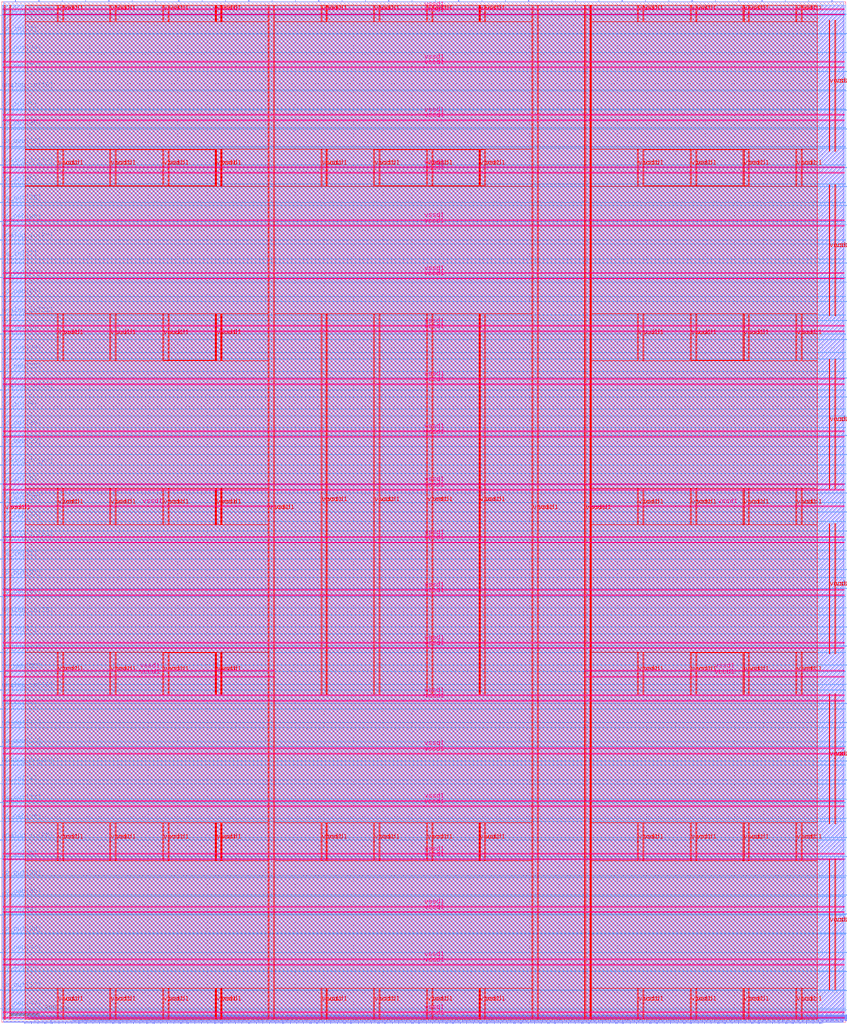
<source format=lef>
VERSION 5.7 ;
  NOWIREEXTENSIONATPIN ON ;
  DIVIDERCHAR "/" ;
  BUSBITCHARS "[]" ;
MACRO j202_soc_core_wrapper
  CLASS BLOCK ;
  FOREIGN j202_soc_core_wrapper ;
  ORIGIN 0.000 0.000 ;
  SIZE 2880.000 BY 3480.000 ;
  PIN analog_io[0]
    DIRECTION INOUT ;
    USE SIGNAL ;
    PORT
      LAYER met3 ;
        RECT 2879.000 1412.780 2884.800 1413.980 ;
    END
  END analog_io[0]
  PIN analog_io[10]
    DIRECTION INOUT ;
    USE SIGNAL ;
    PORT
      LAYER met2 ;
        RECT 2195.530 3479.000 2196.090 3484.800 ;
    END
  END analog_io[10]
  PIN analog_io[11]
    DIRECTION INOUT ;
    USE SIGNAL ;
    PORT
      LAYER met2 ;
        RECT 1877.210 3479.000 1877.770 3484.800 ;
    END
  END analog_io[11]
  PIN analog_io[12]
    DIRECTION INOUT ;
    USE SIGNAL ;
    PORT
      LAYER met2 ;
        RECT 1558.890 3479.000 1559.450 3484.800 ;
    END
  END analog_io[12]
  PIN analog_io[13]
    DIRECTION INOUT ;
    USE SIGNAL ;
    PORT
      LAYER met2 ;
        RECT 1240.570 3479.000 1241.130 3484.800 ;
    END
  END analog_io[13]
  PIN analog_io[14]
    DIRECTION INOUT ;
    USE SIGNAL ;
    PORT
      LAYER met2 ;
        RECT 922.250 3479.000 922.810 3484.800 ;
    END
  END analog_io[14]
  PIN analog_io[15]
    DIRECTION INOUT ;
    USE SIGNAL ;
    PORT
      LAYER met2 ;
        RECT 603.930 3479.000 604.490 3484.800 ;
    END
  END analog_io[15]
  PIN analog_io[16]
    DIRECTION INOUT ;
    USE SIGNAL ;
    PORT
      LAYER met2 ;
        RECT 285.610 3479.000 286.170 3484.800 ;
    END
  END analog_io[16]
  PIN analog_io[17]
    DIRECTION INOUT ;
    USE SIGNAL ;
    PORT
      LAYER met3 ;
        RECT -4.800 3433.060 1.000 3434.260 ;
    END
  END analog_io[17]
  PIN analog_io[18]
    DIRECTION INOUT ;
    USE SIGNAL ;
    PORT
      LAYER met3 ;
        RECT -4.800 3177.380 1.000 3178.580 ;
    END
  END analog_io[18]
  PIN analog_io[19]
    DIRECTION INOUT ;
    USE SIGNAL ;
    PORT
      LAYER met3 ;
        RECT -4.800 2921.700 1.000 2922.900 ;
    END
  END analog_io[19]
  PIN analog_io[1]
    DIRECTION INOUT ;
    USE SIGNAL ;
    PORT
      LAYER met3 ;
        RECT 2879.000 1673.900 2884.800 1675.100 ;
    END
  END analog_io[1]
  PIN analog_io[20]
    DIRECTION INOUT ;
    USE SIGNAL ;
    PORT
      LAYER met3 ;
        RECT -4.800 2666.020 1.000 2667.220 ;
    END
  END analog_io[20]
  PIN analog_io[21]
    DIRECTION INOUT ;
    USE SIGNAL ;
    PORT
      LAYER met3 ;
        RECT -4.800 2410.340 1.000 2411.540 ;
    END
  END analog_io[21]
  PIN analog_io[22]
    DIRECTION INOUT ;
    USE SIGNAL ;
    PORT
      LAYER met3 ;
        RECT -4.800 2154.660 1.000 2155.860 ;
    END
  END analog_io[22]
  PIN analog_io[23]
    DIRECTION INOUT ;
    USE SIGNAL ;
    PORT
      LAYER met3 ;
        RECT -4.800 1898.980 1.000 1900.180 ;
    END
  END analog_io[23]
  PIN analog_io[24]
    DIRECTION INOUT ;
    USE SIGNAL ;
    PORT
      LAYER met3 ;
        RECT -4.800 1643.300 1.000 1644.500 ;
    END
  END analog_io[24]
  PIN analog_io[25]
    DIRECTION INOUT ;
    USE SIGNAL ;
    PORT
      LAYER met3 ;
        RECT -4.800 1387.620 1.000 1388.820 ;
    END
  END analog_io[25]
  PIN analog_io[26]
    DIRECTION INOUT ;
    USE SIGNAL ;
    PORT
      LAYER met3 ;
        RECT -4.800 1131.940 1.000 1133.140 ;
    END
  END analog_io[26]
  PIN analog_io[27]
    DIRECTION INOUT ;
    USE SIGNAL ;
    PORT
      LAYER met3 ;
        RECT -4.800 876.260 1.000 877.460 ;
    END
  END analog_io[27]
  PIN analog_io[28]
    DIRECTION INOUT ;
    USE SIGNAL ;
    PORT
      LAYER met3 ;
        RECT -4.800 620.580 1.000 621.780 ;
    END
  END analog_io[28]
  PIN analog_io[2]
    DIRECTION INOUT ;
    USE SIGNAL ;
    PORT
      LAYER met3 ;
        RECT 2879.000 1935.020 2884.800 1936.220 ;
    END
  END analog_io[2]
  PIN analog_io[3]
    DIRECTION INOUT ;
    USE SIGNAL ;
    PORT
      LAYER met3 ;
        RECT 2879.000 2196.140 2884.800 2197.340 ;
    END
  END analog_io[3]
  PIN analog_io[4]
    DIRECTION INOUT ;
    USE SIGNAL ;
    PORT
      LAYER met3 ;
        RECT 2879.000 2457.260 2884.800 2458.460 ;
    END
  END analog_io[4]
  PIN analog_io[5]
    DIRECTION INOUT ;
    USE SIGNAL ;
    PORT
      LAYER met3 ;
        RECT 2879.000 2718.380 2884.800 2719.580 ;
    END
  END analog_io[5]
  PIN analog_io[6]
    DIRECTION INOUT ;
    USE SIGNAL ;
    PORT
      LAYER met3 ;
        RECT 2879.000 2979.500 2884.800 2980.700 ;
    END
  END analog_io[6]
  PIN analog_io[7]
    DIRECTION INOUT ;
    USE SIGNAL ;
    PORT
      LAYER met3 ;
        RECT 2879.000 3240.620 2884.800 3241.820 ;
    END
  END analog_io[7]
  PIN analog_io[8]
    DIRECTION INOUT ;
    USE SIGNAL ;
    PORT
      LAYER met2 ;
        RECT 2832.170 3479.000 2832.730 3484.800 ;
    END
  END analog_io[8]
  PIN analog_io[9]
    DIRECTION INOUT ;
    USE SIGNAL ;
    PORT
      LAYER met2 ;
        RECT 2513.850 3479.000 2514.410 3484.800 ;
    END
  END analog_io[9]
  PIN io_in[0]
    DIRECTION INPUT ;
    USE SIGNAL ;
    PORT
      LAYER met3 ;
        RECT 2879.000 41.900 2884.800 43.100 ;
    END
  END io_in[0]
  PIN io_in[10]
    DIRECTION INPUT ;
    USE SIGNAL ;
    PORT
      LAYER met3 ;
        RECT 2879.000 2261.420 2884.800 2262.620 ;
    END
  END io_in[10]
  PIN io_in[11]
    DIRECTION INPUT ;
    USE SIGNAL ;
    PORT
      LAYER met3 ;
        RECT 2879.000 2522.540 2884.800 2523.740 ;
    END
  END io_in[11]
  PIN io_in[12]
    DIRECTION INPUT ;
    USE SIGNAL ;
    PORT
      LAYER met3 ;
        RECT 2879.000 2783.660 2884.800 2784.860 ;
    END
  END io_in[12]
  PIN io_in[13]
    DIRECTION INPUT ;
    USE SIGNAL ;
    PORT
      LAYER met3 ;
        RECT 2879.000 3044.780 2884.800 3045.980 ;
    END
  END io_in[13]
  PIN io_in[14]
    DIRECTION INPUT ;
    USE SIGNAL ;
    PORT
      LAYER met3 ;
        RECT 2879.000 3305.900 2884.800 3307.100 ;
    END
  END io_in[14]
  PIN io_in[15]
    DIRECTION INPUT ;
    USE SIGNAL ;
    PORT
      LAYER met2 ;
        RECT 2752.590 3479.000 2753.150 3484.800 ;
    END
  END io_in[15]
  PIN io_in[16]
    DIRECTION INPUT ;
    USE SIGNAL ;
    PORT
      LAYER met2 ;
        RECT 2434.270 3479.000 2434.830 3484.800 ;
    END
  END io_in[16]
  PIN io_in[17]
    DIRECTION INPUT ;
    USE SIGNAL ;
    PORT
      LAYER met2 ;
        RECT 2115.950 3479.000 2116.510 3484.800 ;
    END
  END io_in[17]
  PIN io_in[18]
    DIRECTION INPUT ;
    USE SIGNAL ;
    PORT
      LAYER met2 ;
        RECT 1797.630 3479.000 1798.190 3484.800 ;
    END
  END io_in[18]
  PIN io_in[19]
    DIRECTION INPUT ;
    USE SIGNAL ;
    PORT
      LAYER met2 ;
        RECT 1479.310 3479.000 1479.870 3484.800 ;
    END
  END io_in[19]
  PIN io_in[1]
    DIRECTION INPUT ;
    USE SIGNAL ;
    PORT
      LAYER met3 ;
        RECT 2879.000 237.740 2884.800 238.940 ;
    END
  END io_in[1]
  PIN io_in[20]
    DIRECTION INPUT ;
    USE SIGNAL ;
    PORT
      LAYER met2 ;
        RECT 1160.990 3479.000 1161.550 3484.800 ;
    END
  END io_in[20]
  PIN io_in[21]
    DIRECTION INPUT ;
    USE SIGNAL ;
    PORT
      LAYER met2 ;
        RECT 842.670 3479.000 843.230 3484.800 ;
    END
  END io_in[21]
  PIN io_in[22]
    DIRECTION INPUT ;
    USE SIGNAL ;
    PORT
      LAYER met2 ;
        RECT 524.350 3479.000 524.910 3484.800 ;
    END
  END io_in[22]
  PIN io_in[23]
    DIRECTION INPUT ;
    USE SIGNAL ;
    PORT
      LAYER met2 ;
        RECT 206.030 3479.000 206.590 3484.800 ;
    END
  END io_in[23]
  PIN io_in[24]
    DIRECTION INPUT ;
    USE SIGNAL ;
    PORT
      LAYER met3 ;
        RECT -4.800 3369.140 1.000 3370.340 ;
    END
  END io_in[24]
  PIN io_in[25]
    DIRECTION INPUT ;
    USE SIGNAL ;
    PORT
      LAYER met3 ;
        RECT -4.800 3113.460 1.000 3114.660 ;
    END
  END io_in[25]
  PIN io_in[26]
    DIRECTION INPUT ;
    USE SIGNAL ;
    PORT
      LAYER met3 ;
        RECT -4.800 2857.780 1.000 2858.980 ;
    END
  END io_in[26]
  PIN io_in[27]
    DIRECTION INPUT ;
    USE SIGNAL ;
    PORT
      LAYER met3 ;
        RECT -4.800 2602.100 1.000 2603.300 ;
    END
  END io_in[27]
  PIN io_in[28]
    DIRECTION INPUT ;
    USE SIGNAL ;
    PORT
      LAYER met3 ;
        RECT -4.800 2346.420 1.000 2347.620 ;
    END
  END io_in[28]
  PIN io_in[29]
    DIRECTION INPUT ;
    USE SIGNAL ;
    PORT
      LAYER met3 ;
        RECT -4.800 2090.740 1.000 2091.940 ;
    END
  END io_in[29]
  PIN io_in[2]
    DIRECTION INPUT ;
    USE SIGNAL ;
    PORT
      LAYER met3 ;
        RECT 2879.000 433.580 2884.800 434.780 ;
    END
  END io_in[2]
  PIN io_in[30]
    DIRECTION INPUT ;
    USE SIGNAL ;
    PORT
      LAYER met3 ;
        RECT -4.800 1835.060 1.000 1836.260 ;
    END
  END io_in[30]
  PIN io_in[31]
    DIRECTION INPUT ;
    USE SIGNAL ;
    PORT
      LAYER met3 ;
        RECT -4.800 1579.380 1.000 1580.580 ;
    END
  END io_in[31]
  PIN io_in[32]
    DIRECTION INPUT ;
    USE SIGNAL ;
    PORT
      LAYER met3 ;
        RECT -4.800 1323.700 1.000 1324.900 ;
    END
  END io_in[32]
  PIN io_in[33]
    DIRECTION INPUT ;
    USE SIGNAL ;
    PORT
      LAYER met3 ;
        RECT -4.800 1068.020 1.000 1069.220 ;
    END
  END io_in[33]
  PIN io_in[34]
    DIRECTION INPUT ;
    USE SIGNAL ;
    PORT
      LAYER met3 ;
        RECT -4.800 812.340 1.000 813.540 ;
    END
  END io_in[34]
  PIN io_in[35]
    DIRECTION INPUT ;
    USE SIGNAL ;
    PORT
      LAYER met3 ;
        RECT -4.800 556.660 1.000 557.860 ;
    END
  END io_in[35]
  PIN io_in[36]
    DIRECTION INPUT ;
    USE SIGNAL ;
    PORT
      LAYER met3 ;
        RECT -4.800 364.900 1.000 366.100 ;
    END
  END io_in[36]
  PIN io_in[37]
    DIRECTION INPUT ;
    USE SIGNAL ;
    PORT
      LAYER met3 ;
        RECT -4.800 173.140 1.000 174.340 ;
    END
  END io_in[37]
  PIN io_in[3]
    DIRECTION INPUT ;
    USE SIGNAL ;
    PORT
      LAYER met3 ;
        RECT 2879.000 629.420 2884.800 630.620 ;
    END
  END io_in[3]
  PIN io_in[4]
    DIRECTION INPUT ;
    USE SIGNAL ;
    PORT
      LAYER met3 ;
        RECT 2879.000 825.260 2884.800 826.460 ;
    END
  END io_in[4]
  PIN io_in[5]
    DIRECTION INPUT ;
    USE SIGNAL ;
    PORT
      LAYER met3 ;
        RECT 2879.000 1021.100 2884.800 1022.300 ;
    END
  END io_in[5]
  PIN io_in[6]
    DIRECTION INPUT ;
    USE SIGNAL ;
    PORT
      LAYER met3 ;
        RECT 2879.000 1216.940 2884.800 1218.140 ;
    END
  END io_in[6]
  PIN io_in[7]
    DIRECTION INPUT ;
    USE SIGNAL ;
    PORT
      LAYER met3 ;
        RECT 2879.000 1478.060 2884.800 1479.260 ;
    END
  END io_in[7]
  PIN io_in[8]
    DIRECTION INPUT ;
    USE SIGNAL ;
    PORT
      LAYER met3 ;
        RECT 2879.000 1739.180 2884.800 1740.380 ;
    END
  END io_in[8]
  PIN io_in[9]
    DIRECTION INPUT ;
    USE SIGNAL ;
    PORT
      LAYER met3 ;
        RECT 2879.000 2000.300 2884.800 2001.500 ;
    END
  END io_in[9]
  PIN io_oeb[0]
    DIRECTION OUTPUT TRISTATE ;
    USE SIGNAL ;
    PORT
      LAYER met3 ;
        RECT 2879.000 172.460 2884.800 173.660 ;
    END
  END io_oeb[0]
  PIN io_oeb[10]
    DIRECTION OUTPUT TRISTATE ;
    USE SIGNAL ;
    PORT
      LAYER met3 ;
        RECT 2879.000 2391.980 2884.800 2393.180 ;
    END
  END io_oeb[10]
  PIN io_oeb[11]
    DIRECTION OUTPUT TRISTATE ;
    USE SIGNAL ;
    PORT
      LAYER met3 ;
        RECT 2879.000 2653.100 2884.800 2654.300 ;
    END
  END io_oeb[11]
  PIN io_oeb[12]
    DIRECTION OUTPUT TRISTATE ;
    USE SIGNAL ;
    PORT
      LAYER met3 ;
        RECT 2879.000 2914.220 2884.800 2915.420 ;
    END
  END io_oeb[12]
  PIN io_oeb[13]
    DIRECTION OUTPUT TRISTATE ;
    USE SIGNAL ;
    PORT
      LAYER met3 ;
        RECT 2879.000 3175.340 2884.800 3176.540 ;
    END
  END io_oeb[13]
  PIN io_oeb[14]
    DIRECTION OUTPUT TRISTATE ;
    USE SIGNAL ;
    PORT
      LAYER met3 ;
        RECT 2879.000 3436.460 2884.800 3437.660 ;
    END
  END io_oeb[14]
  PIN io_oeb[15]
    DIRECTION OUTPUT TRISTATE ;
    USE SIGNAL ;
    PORT
      LAYER met2 ;
        RECT 2593.430 3479.000 2593.990 3484.800 ;
    END
  END io_oeb[15]
  PIN io_oeb[16]
    DIRECTION OUTPUT TRISTATE ;
    USE SIGNAL ;
    PORT
      LAYER met2 ;
        RECT 2275.110 3479.000 2275.670 3484.800 ;
    END
  END io_oeb[16]
  PIN io_oeb[17]
    DIRECTION OUTPUT TRISTATE ;
    USE SIGNAL ;
    PORT
      LAYER met2 ;
        RECT 1956.790 3479.000 1957.350 3484.800 ;
    END
  END io_oeb[17]
  PIN io_oeb[18]
    DIRECTION OUTPUT TRISTATE ;
    USE SIGNAL ;
    PORT
      LAYER met2 ;
        RECT 1638.470 3479.000 1639.030 3484.800 ;
    END
  END io_oeb[18]
  PIN io_oeb[19]
    DIRECTION OUTPUT TRISTATE ;
    USE SIGNAL ;
    PORT
      LAYER met2 ;
        RECT 1320.150 3479.000 1320.710 3484.800 ;
    END
  END io_oeb[19]
  PIN io_oeb[1]
    DIRECTION OUTPUT TRISTATE ;
    USE SIGNAL ;
    PORT
      LAYER met3 ;
        RECT 2879.000 368.300 2884.800 369.500 ;
    END
  END io_oeb[1]
  PIN io_oeb[20]
    DIRECTION OUTPUT TRISTATE ;
    USE SIGNAL ;
    PORT
      LAYER met2 ;
        RECT 1001.830 3479.000 1002.390 3484.800 ;
    END
  END io_oeb[20]
  PIN io_oeb[21]
    DIRECTION OUTPUT TRISTATE ;
    USE SIGNAL ;
    PORT
      LAYER met2 ;
        RECT 683.510 3479.000 684.070 3484.800 ;
    END
  END io_oeb[21]
  PIN io_oeb[22]
    DIRECTION OUTPUT TRISTATE ;
    USE SIGNAL ;
    PORT
      LAYER met2 ;
        RECT 365.190 3479.000 365.750 3484.800 ;
    END
  END io_oeb[22]
  PIN io_oeb[23]
    DIRECTION OUTPUT TRISTATE ;
    USE SIGNAL ;
    PORT
      LAYER met2 ;
        RECT 46.870 3479.000 47.430 3484.800 ;
    END
  END io_oeb[23]
  PIN io_oeb[24]
    DIRECTION OUTPUT TRISTATE ;
    USE SIGNAL ;
    PORT
      LAYER met3 ;
        RECT -4.800 3241.300 1.000 3242.500 ;
    END
  END io_oeb[24]
  PIN io_oeb[25]
    DIRECTION OUTPUT TRISTATE ;
    USE SIGNAL ;
    PORT
      LAYER met3 ;
        RECT -4.800 2985.620 1.000 2986.820 ;
    END
  END io_oeb[25]
  PIN io_oeb[26]
    DIRECTION OUTPUT TRISTATE ;
    USE SIGNAL ;
    PORT
      LAYER met3 ;
        RECT -4.800 2729.940 1.000 2731.140 ;
    END
  END io_oeb[26]
  PIN io_oeb[27]
    DIRECTION OUTPUT TRISTATE ;
    USE SIGNAL ;
    PORT
      LAYER met3 ;
        RECT -4.800 2474.260 1.000 2475.460 ;
    END
  END io_oeb[27]
  PIN io_oeb[28]
    DIRECTION OUTPUT TRISTATE ;
    USE SIGNAL ;
    PORT
      LAYER met3 ;
        RECT -4.800 2218.580 1.000 2219.780 ;
    END
  END io_oeb[28]
  PIN io_oeb[29]
    DIRECTION OUTPUT TRISTATE ;
    USE SIGNAL ;
    PORT
      LAYER met3 ;
        RECT -4.800 1962.900 1.000 1964.100 ;
    END
  END io_oeb[29]
  PIN io_oeb[2]
    DIRECTION OUTPUT TRISTATE ;
    USE SIGNAL ;
    PORT
      LAYER met3 ;
        RECT 2879.000 564.140 2884.800 565.340 ;
    END
  END io_oeb[2]
  PIN io_oeb[30]
    DIRECTION OUTPUT TRISTATE ;
    USE SIGNAL ;
    PORT
      LAYER met3 ;
        RECT -4.800 1707.220 1.000 1708.420 ;
    END
  END io_oeb[30]
  PIN io_oeb[31]
    DIRECTION OUTPUT TRISTATE ;
    USE SIGNAL ;
    PORT
      LAYER met3 ;
        RECT -4.800 1451.540 1.000 1452.740 ;
    END
  END io_oeb[31]
  PIN io_oeb[32]
    DIRECTION OUTPUT TRISTATE ;
    USE SIGNAL ;
    PORT
      LAYER met3 ;
        RECT -4.800 1195.860 1.000 1197.060 ;
    END
  END io_oeb[32]
  PIN io_oeb[33]
    DIRECTION OUTPUT TRISTATE ;
    USE SIGNAL ;
    PORT
      LAYER met3 ;
        RECT -4.800 940.180 1.000 941.380 ;
    END
  END io_oeb[33]
  PIN io_oeb[34]
    DIRECTION OUTPUT TRISTATE ;
    USE SIGNAL ;
    PORT
      LAYER met3 ;
        RECT -4.800 684.500 1.000 685.700 ;
    END
  END io_oeb[34]
  PIN io_oeb[35]
    DIRECTION OUTPUT TRISTATE ;
    USE SIGNAL ;
    PORT
      LAYER met3 ;
        RECT -4.800 428.820 1.000 430.020 ;
    END
  END io_oeb[35]
  PIN io_oeb[36]
    DIRECTION OUTPUT TRISTATE ;
    USE SIGNAL ;
    PORT
      LAYER met3 ;
        RECT -4.800 237.060 1.000 238.260 ;
    END
  END io_oeb[36]
  PIN io_oeb[37]
    DIRECTION OUTPUT TRISTATE ;
    USE SIGNAL ;
    PORT
      LAYER met3 ;
        RECT -4.800 45.300 1.000 46.500 ;
    END
  END io_oeb[37]
  PIN io_oeb[3]
    DIRECTION OUTPUT TRISTATE ;
    USE SIGNAL ;
    PORT
      LAYER met3 ;
        RECT 2879.000 759.980 2884.800 761.180 ;
    END
  END io_oeb[3]
  PIN io_oeb[4]
    DIRECTION OUTPUT TRISTATE ;
    USE SIGNAL ;
    PORT
      LAYER met3 ;
        RECT 2879.000 955.820 2884.800 957.020 ;
    END
  END io_oeb[4]
  PIN io_oeb[5]
    DIRECTION OUTPUT TRISTATE ;
    USE SIGNAL ;
    PORT
      LAYER met3 ;
        RECT 2879.000 1151.660 2884.800 1152.860 ;
    END
  END io_oeb[5]
  PIN io_oeb[6]
    DIRECTION OUTPUT TRISTATE ;
    USE SIGNAL ;
    PORT
      LAYER met3 ;
        RECT 2879.000 1347.500 2884.800 1348.700 ;
    END
  END io_oeb[6]
  PIN io_oeb[7]
    DIRECTION OUTPUT TRISTATE ;
    USE SIGNAL ;
    PORT
      LAYER met3 ;
        RECT 2879.000 1608.620 2884.800 1609.820 ;
    END
  END io_oeb[7]
  PIN io_oeb[8]
    DIRECTION OUTPUT TRISTATE ;
    USE SIGNAL ;
    PORT
      LAYER met3 ;
        RECT 2879.000 1869.740 2884.800 1870.940 ;
    END
  END io_oeb[8]
  PIN io_oeb[9]
    DIRECTION OUTPUT TRISTATE ;
    USE SIGNAL ;
    PORT
      LAYER met3 ;
        RECT 2879.000 2130.860 2884.800 2132.060 ;
    END
  END io_oeb[9]
  PIN io_out[0]
    DIRECTION OUTPUT TRISTATE ;
    USE SIGNAL ;
    PORT
      LAYER met3 ;
        RECT 2879.000 107.180 2884.800 108.380 ;
    END
  END io_out[0]
  PIN io_out[10]
    DIRECTION OUTPUT TRISTATE ;
    USE SIGNAL ;
    PORT
      LAYER met3 ;
        RECT 2879.000 2326.700 2884.800 2327.900 ;
    END
  END io_out[10]
  PIN io_out[11]
    DIRECTION OUTPUT TRISTATE ;
    USE SIGNAL ;
    PORT
      LAYER met3 ;
        RECT 2879.000 2587.820 2884.800 2589.020 ;
    END
  END io_out[11]
  PIN io_out[12]
    DIRECTION OUTPUT TRISTATE ;
    USE SIGNAL ;
    PORT
      LAYER met3 ;
        RECT 2879.000 2848.940 2884.800 2850.140 ;
    END
  END io_out[12]
  PIN io_out[13]
    DIRECTION OUTPUT TRISTATE ;
    USE SIGNAL ;
    PORT
      LAYER met3 ;
        RECT 2879.000 3110.060 2884.800 3111.260 ;
    END
  END io_out[13]
  PIN io_out[14]
    DIRECTION OUTPUT TRISTATE ;
    USE SIGNAL ;
    PORT
      LAYER met3 ;
        RECT 2879.000 3371.180 2884.800 3372.380 ;
    END
  END io_out[14]
  PIN io_out[15]
    DIRECTION OUTPUT TRISTATE ;
    USE SIGNAL ;
    PORT
      LAYER met2 ;
        RECT 2673.010 3479.000 2673.570 3484.800 ;
    END
  END io_out[15]
  PIN io_out[16]
    DIRECTION OUTPUT TRISTATE ;
    USE SIGNAL ;
    PORT
      LAYER met2 ;
        RECT 2354.690 3479.000 2355.250 3484.800 ;
    END
  END io_out[16]
  PIN io_out[17]
    DIRECTION OUTPUT TRISTATE ;
    USE SIGNAL ;
    PORT
      LAYER met2 ;
        RECT 2036.370 3479.000 2036.930 3484.800 ;
    END
  END io_out[17]
  PIN io_out[18]
    DIRECTION OUTPUT TRISTATE ;
    USE SIGNAL ;
    PORT
      LAYER met2 ;
        RECT 1718.050 3479.000 1718.610 3484.800 ;
    END
  END io_out[18]
  PIN io_out[19]
    DIRECTION OUTPUT TRISTATE ;
    USE SIGNAL ;
    PORT
      LAYER met2 ;
        RECT 1399.730 3479.000 1400.290 3484.800 ;
    END
  END io_out[19]
  PIN io_out[1]
    DIRECTION OUTPUT TRISTATE ;
    USE SIGNAL ;
    PORT
      LAYER met3 ;
        RECT 2879.000 303.020 2884.800 304.220 ;
    END
  END io_out[1]
  PIN io_out[20]
    DIRECTION OUTPUT TRISTATE ;
    USE SIGNAL ;
    PORT
      LAYER met2 ;
        RECT 1081.410 3479.000 1081.970 3484.800 ;
    END
  END io_out[20]
  PIN io_out[21]
    DIRECTION OUTPUT TRISTATE ;
    USE SIGNAL ;
    PORT
      LAYER met2 ;
        RECT 763.090 3479.000 763.650 3484.800 ;
    END
  END io_out[21]
  PIN io_out[22]
    DIRECTION OUTPUT TRISTATE ;
    USE SIGNAL ;
    PORT
      LAYER met2 ;
        RECT 444.770 3479.000 445.330 3484.800 ;
    END
  END io_out[22]
  PIN io_out[23]
    DIRECTION OUTPUT TRISTATE ;
    USE SIGNAL ;
    PORT
      LAYER met2 ;
        RECT 126.450 3479.000 127.010 3484.800 ;
    END
  END io_out[23]
  PIN io_out[24]
    DIRECTION OUTPUT TRISTATE ;
    USE SIGNAL ;
    PORT
      LAYER met3 ;
        RECT -4.800 3305.220 1.000 3306.420 ;
    END
  END io_out[24]
  PIN io_out[25]
    DIRECTION OUTPUT TRISTATE ;
    USE SIGNAL ;
    PORT
      LAYER met3 ;
        RECT -4.800 3049.540 1.000 3050.740 ;
    END
  END io_out[25]
  PIN io_out[26]
    DIRECTION OUTPUT TRISTATE ;
    USE SIGNAL ;
    PORT
      LAYER met3 ;
        RECT -4.800 2793.860 1.000 2795.060 ;
    END
  END io_out[26]
  PIN io_out[27]
    DIRECTION OUTPUT TRISTATE ;
    USE SIGNAL ;
    PORT
      LAYER met3 ;
        RECT -4.800 2538.180 1.000 2539.380 ;
    END
  END io_out[27]
  PIN io_out[28]
    DIRECTION OUTPUT TRISTATE ;
    USE SIGNAL ;
    PORT
      LAYER met3 ;
        RECT -4.800 2282.500 1.000 2283.700 ;
    END
  END io_out[28]
  PIN io_out[29]
    DIRECTION OUTPUT TRISTATE ;
    USE SIGNAL ;
    PORT
      LAYER met3 ;
        RECT -4.800 2026.820 1.000 2028.020 ;
    END
  END io_out[29]
  PIN io_out[2]
    DIRECTION OUTPUT TRISTATE ;
    USE SIGNAL ;
    PORT
      LAYER met3 ;
        RECT 2879.000 498.860 2884.800 500.060 ;
    END
  END io_out[2]
  PIN io_out[30]
    DIRECTION OUTPUT TRISTATE ;
    USE SIGNAL ;
    PORT
      LAYER met3 ;
        RECT -4.800 1771.140 1.000 1772.340 ;
    END
  END io_out[30]
  PIN io_out[31]
    DIRECTION OUTPUT TRISTATE ;
    USE SIGNAL ;
    PORT
      LAYER met3 ;
        RECT -4.800 1515.460 1.000 1516.660 ;
    END
  END io_out[31]
  PIN io_out[32]
    DIRECTION OUTPUT TRISTATE ;
    USE SIGNAL ;
    PORT
      LAYER met3 ;
        RECT -4.800 1259.780 1.000 1260.980 ;
    END
  END io_out[32]
  PIN io_out[33]
    DIRECTION OUTPUT TRISTATE ;
    USE SIGNAL ;
    PORT
      LAYER met3 ;
        RECT -4.800 1004.100 1.000 1005.300 ;
    END
  END io_out[33]
  PIN io_out[34]
    DIRECTION OUTPUT TRISTATE ;
    USE SIGNAL ;
    PORT
      LAYER met3 ;
        RECT -4.800 748.420 1.000 749.620 ;
    END
  END io_out[34]
  PIN io_out[35]
    DIRECTION OUTPUT TRISTATE ;
    USE SIGNAL ;
    PORT
      LAYER met3 ;
        RECT -4.800 492.740 1.000 493.940 ;
    END
  END io_out[35]
  PIN io_out[36]
    DIRECTION OUTPUT TRISTATE ;
    USE SIGNAL ;
    PORT
      LAYER met3 ;
        RECT -4.800 300.980 1.000 302.180 ;
    END
  END io_out[36]
  PIN io_out[37]
    DIRECTION OUTPUT TRISTATE ;
    USE SIGNAL ;
    PORT
      LAYER met3 ;
        RECT -4.800 109.220 1.000 110.420 ;
    END
  END io_out[37]
  PIN io_out[3]
    DIRECTION OUTPUT TRISTATE ;
    USE SIGNAL ;
    PORT
      LAYER met3 ;
        RECT 2879.000 694.700 2884.800 695.900 ;
    END
  END io_out[3]
  PIN io_out[4]
    DIRECTION OUTPUT TRISTATE ;
    USE SIGNAL ;
    PORT
      LAYER met3 ;
        RECT 2879.000 890.540 2884.800 891.740 ;
    END
  END io_out[4]
  PIN io_out[5]
    DIRECTION OUTPUT TRISTATE ;
    USE SIGNAL ;
    PORT
      LAYER met3 ;
        RECT 2879.000 1086.380 2884.800 1087.580 ;
    END
  END io_out[5]
  PIN io_out[6]
    DIRECTION OUTPUT TRISTATE ;
    USE SIGNAL ;
    PORT
      LAYER met3 ;
        RECT 2879.000 1282.220 2884.800 1283.420 ;
    END
  END io_out[6]
  PIN io_out[7]
    DIRECTION OUTPUT TRISTATE ;
    USE SIGNAL ;
    PORT
      LAYER met3 ;
        RECT 2879.000 1543.340 2884.800 1544.540 ;
    END
  END io_out[7]
  PIN io_out[8]
    DIRECTION OUTPUT TRISTATE ;
    USE SIGNAL ;
    PORT
      LAYER met3 ;
        RECT 2879.000 1804.460 2884.800 1805.660 ;
    END
  END io_out[8]
  PIN io_out[9]
    DIRECTION OUTPUT TRISTATE ;
    USE SIGNAL ;
    PORT
      LAYER met3 ;
        RECT 2879.000 2065.580 2884.800 2066.780 ;
    END
  END io_out[9]
  PIN la_data_in[0]
    DIRECTION INPUT ;
    USE SIGNAL ;
    PORT
      LAYER met2 ;
        RECT 664.190 -4.800 664.750 1.000 ;
    END
  END la_data_in[0]
  PIN la_data_in[100]
    DIRECTION INPUT ;
    USE SIGNAL ;
    PORT
      LAYER met2 ;
        RECT 2320.190 -4.800 2320.750 1.000 ;
    END
  END la_data_in[100]
  PIN la_data_in[101]
    DIRECTION INPUT ;
    USE SIGNAL ;
    PORT
      LAYER met2 ;
        RECT 2336.750 -4.800 2337.310 1.000 ;
    END
  END la_data_in[101]
  PIN la_data_in[102]
    DIRECTION INPUT ;
    USE SIGNAL ;
    PORT
      LAYER met2 ;
        RECT 2353.310 -4.800 2353.870 1.000 ;
    END
  END la_data_in[102]
  PIN la_data_in[103]
    DIRECTION INPUT ;
    USE SIGNAL ;
    PORT
      LAYER met2 ;
        RECT 2369.870 -4.800 2370.430 1.000 ;
    END
  END la_data_in[103]
  PIN la_data_in[104]
    DIRECTION INPUT ;
    USE SIGNAL ;
    PORT
      LAYER met2 ;
        RECT 2386.430 -4.800 2386.990 1.000 ;
    END
  END la_data_in[104]
  PIN la_data_in[105]
    DIRECTION INPUT ;
    USE SIGNAL ;
    PORT
      LAYER met2 ;
        RECT 2402.990 -4.800 2403.550 1.000 ;
    END
  END la_data_in[105]
  PIN la_data_in[106]
    DIRECTION INPUT ;
    USE SIGNAL ;
    PORT
      LAYER met2 ;
        RECT 2419.550 -4.800 2420.110 1.000 ;
    END
  END la_data_in[106]
  PIN la_data_in[107]
    DIRECTION INPUT ;
    USE SIGNAL ;
    PORT
      LAYER met2 ;
        RECT 2436.110 -4.800 2436.670 1.000 ;
    END
  END la_data_in[107]
  PIN la_data_in[108]
    DIRECTION INPUT ;
    USE SIGNAL ;
    PORT
      LAYER met2 ;
        RECT 2452.670 -4.800 2453.230 1.000 ;
    END
  END la_data_in[108]
  PIN la_data_in[109]
    DIRECTION INPUT ;
    USE SIGNAL ;
    PORT
      LAYER met2 ;
        RECT 2469.230 -4.800 2469.790 1.000 ;
    END
  END la_data_in[109]
  PIN la_data_in[10]
    DIRECTION INPUT ;
    USE SIGNAL ;
    PORT
      LAYER met2 ;
        RECT 829.790 -4.800 830.350 1.000 ;
    END
  END la_data_in[10]
  PIN la_data_in[110]
    DIRECTION INPUT ;
    USE SIGNAL ;
    PORT
      LAYER met2 ;
        RECT 2485.790 -4.800 2486.350 1.000 ;
    END
  END la_data_in[110]
  PIN la_data_in[111]
    DIRECTION INPUT ;
    USE SIGNAL ;
    PORT
      LAYER met2 ;
        RECT 2502.350 -4.800 2502.910 1.000 ;
    END
  END la_data_in[111]
  PIN la_data_in[112]
    DIRECTION INPUT ;
    USE SIGNAL ;
    PORT
      LAYER met2 ;
        RECT 2518.910 -4.800 2519.470 1.000 ;
    END
  END la_data_in[112]
  PIN la_data_in[113]
    DIRECTION INPUT ;
    USE SIGNAL ;
    PORT
      LAYER met2 ;
        RECT 2535.470 -4.800 2536.030 1.000 ;
    END
  END la_data_in[113]
  PIN la_data_in[114]
    DIRECTION INPUT ;
    USE SIGNAL ;
    PORT
      LAYER met2 ;
        RECT 2552.030 -4.800 2552.590 1.000 ;
    END
  END la_data_in[114]
  PIN la_data_in[115]
    DIRECTION INPUT ;
    USE SIGNAL ;
    PORT
      LAYER met2 ;
        RECT 2568.590 -4.800 2569.150 1.000 ;
    END
  END la_data_in[115]
  PIN la_data_in[116]
    DIRECTION INPUT ;
    USE SIGNAL ;
    PORT
      LAYER met2 ;
        RECT 2585.150 -4.800 2585.710 1.000 ;
    END
  END la_data_in[116]
  PIN la_data_in[117]
    DIRECTION INPUT ;
    USE SIGNAL ;
    PORT
      LAYER met2 ;
        RECT 2601.710 -4.800 2602.270 1.000 ;
    END
  END la_data_in[117]
  PIN la_data_in[118]
    DIRECTION INPUT ;
    USE SIGNAL ;
    PORT
      LAYER met2 ;
        RECT 2618.270 -4.800 2618.830 1.000 ;
    END
  END la_data_in[118]
  PIN la_data_in[119]
    DIRECTION INPUT ;
    USE SIGNAL ;
    PORT
      LAYER met2 ;
        RECT 2634.830 -4.800 2635.390 1.000 ;
    END
  END la_data_in[119]
  PIN la_data_in[11]
    DIRECTION INPUT ;
    USE SIGNAL ;
    PORT
      LAYER met2 ;
        RECT 846.350 -4.800 846.910 1.000 ;
    END
  END la_data_in[11]
  PIN la_data_in[120]
    DIRECTION INPUT ;
    USE SIGNAL ;
    PORT
      LAYER met2 ;
        RECT 2651.390 -4.800 2651.950 1.000 ;
    END
  END la_data_in[120]
  PIN la_data_in[121]
    DIRECTION INPUT ;
    USE SIGNAL ;
    PORT
      LAYER met2 ;
        RECT 2667.950 -4.800 2668.510 1.000 ;
    END
  END la_data_in[121]
  PIN la_data_in[122]
    DIRECTION INPUT ;
    USE SIGNAL ;
    PORT
      LAYER met2 ;
        RECT 2684.510 -4.800 2685.070 1.000 ;
    END
  END la_data_in[122]
  PIN la_data_in[123]
    DIRECTION INPUT ;
    USE SIGNAL ;
    PORT
      LAYER met2 ;
        RECT 2701.070 -4.800 2701.630 1.000 ;
    END
  END la_data_in[123]
  PIN la_data_in[124]
    DIRECTION INPUT ;
    USE SIGNAL ;
    PORT
      LAYER met2 ;
        RECT 2717.630 -4.800 2718.190 1.000 ;
    END
  END la_data_in[124]
  PIN la_data_in[125]
    DIRECTION INPUT ;
    USE SIGNAL ;
    PORT
      LAYER met2 ;
        RECT 2734.190 -4.800 2734.750 1.000 ;
    END
  END la_data_in[125]
  PIN la_data_in[126]
    DIRECTION INPUT ;
    USE SIGNAL ;
    PORT
      LAYER met2 ;
        RECT 2750.750 -4.800 2751.310 1.000 ;
    END
  END la_data_in[126]
  PIN la_data_in[127]
    DIRECTION INPUT ;
    USE SIGNAL ;
    PORT
      LAYER met2 ;
        RECT 2767.310 -4.800 2767.870 1.000 ;
    END
  END la_data_in[127]
  PIN la_data_in[12]
    DIRECTION INPUT ;
    USE SIGNAL ;
    PORT
      LAYER met2 ;
        RECT 862.910 -4.800 863.470 1.000 ;
    END
  END la_data_in[12]
  PIN la_data_in[13]
    DIRECTION INPUT ;
    USE SIGNAL ;
    PORT
      LAYER met2 ;
        RECT 879.470 -4.800 880.030 1.000 ;
    END
  END la_data_in[13]
  PIN la_data_in[14]
    DIRECTION INPUT ;
    USE SIGNAL ;
    PORT
      LAYER met2 ;
        RECT 896.030 -4.800 896.590 1.000 ;
    END
  END la_data_in[14]
  PIN la_data_in[15]
    DIRECTION INPUT ;
    USE SIGNAL ;
    PORT
      LAYER met2 ;
        RECT 912.590 -4.800 913.150 1.000 ;
    END
  END la_data_in[15]
  PIN la_data_in[16]
    DIRECTION INPUT ;
    USE SIGNAL ;
    PORT
      LAYER met2 ;
        RECT 929.150 -4.800 929.710 1.000 ;
    END
  END la_data_in[16]
  PIN la_data_in[17]
    DIRECTION INPUT ;
    USE SIGNAL ;
    PORT
      LAYER met2 ;
        RECT 945.710 -4.800 946.270 1.000 ;
    END
  END la_data_in[17]
  PIN la_data_in[18]
    DIRECTION INPUT ;
    USE SIGNAL ;
    PORT
      LAYER met2 ;
        RECT 962.270 -4.800 962.830 1.000 ;
    END
  END la_data_in[18]
  PIN la_data_in[19]
    DIRECTION INPUT ;
    USE SIGNAL ;
    PORT
      LAYER met2 ;
        RECT 978.830 -4.800 979.390 1.000 ;
    END
  END la_data_in[19]
  PIN la_data_in[1]
    DIRECTION INPUT ;
    USE SIGNAL ;
    PORT
      LAYER met2 ;
        RECT 680.750 -4.800 681.310 1.000 ;
    END
  END la_data_in[1]
  PIN la_data_in[20]
    DIRECTION INPUT ;
    USE SIGNAL ;
    PORT
      LAYER met2 ;
        RECT 995.390 -4.800 995.950 1.000 ;
    END
  END la_data_in[20]
  PIN la_data_in[21]
    DIRECTION INPUT ;
    USE SIGNAL ;
    PORT
      LAYER met2 ;
        RECT 1011.950 -4.800 1012.510 1.000 ;
    END
  END la_data_in[21]
  PIN la_data_in[22]
    DIRECTION INPUT ;
    USE SIGNAL ;
    PORT
      LAYER met2 ;
        RECT 1028.510 -4.800 1029.070 1.000 ;
    END
  END la_data_in[22]
  PIN la_data_in[23]
    DIRECTION INPUT ;
    USE SIGNAL ;
    PORT
      LAYER met2 ;
        RECT 1045.070 -4.800 1045.630 1.000 ;
    END
  END la_data_in[23]
  PIN la_data_in[24]
    DIRECTION INPUT ;
    USE SIGNAL ;
    PORT
      LAYER met2 ;
        RECT 1061.630 -4.800 1062.190 1.000 ;
    END
  END la_data_in[24]
  PIN la_data_in[25]
    DIRECTION INPUT ;
    USE SIGNAL ;
    PORT
      LAYER met2 ;
        RECT 1078.190 -4.800 1078.750 1.000 ;
    END
  END la_data_in[25]
  PIN la_data_in[26]
    DIRECTION INPUT ;
    USE SIGNAL ;
    PORT
      LAYER met2 ;
        RECT 1094.750 -4.800 1095.310 1.000 ;
    END
  END la_data_in[26]
  PIN la_data_in[27]
    DIRECTION INPUT ;
    USE SIGNAL ;
    PORT
      LAYER met2 ;
        RECT 1111.310 -4.800 1111.870 1.000 ;
    END
  END la_data_in[27]
  PIN la_data_in[28]
    DIRECTION INPUT ;
    USE SIGNAL ;
    PORT
      LAYER met2 ;
        RECT 1127.870 -4.800 1128.430 1.000 ;
    END
  END la_data_in[28]
  PIN la_data_in[29]
    DIRECTION INPUT ;
    USE SIGNAL ;
    PORT
      LAYER met2 ;
        RECT 1144.430 -4.800 1144.990 1.000 ;
    END
  END la_data_in[29]
  PIN la_data_in[2]
    DIRECTION INPUT ;
    USE SIGNAL ;
    PORT
      LAYER met2 ;
        RECT 697.310 -4.800 697.870 1.000 ;
    END
  END la_data_in[2]
  PIN la_data_in[30]
    DIRECTION INPUT ;
    USE SIGNAL ;
    PORT
      LAYER met2 ;
        RECT 1160.990 -4.800 1161.550 1.000 ;
    END
  END la_data_in[30]
  PIN la_data_in[31]
    DIRECTION INPUT ;
    USE SIGNAL ;
    PORT
      LAYER met2 ;
        RECT 1177.550 -4.800 1178.110 1.000 ;
    END
  END la_data_in[31]
  PIN la_data_in[32]
    DIRECTION INPUT ;
    USE SIGNAL ;
    PORT
      LAYER met2 ;
        RECT 1194.110 -4.800 1194.670 1.000 ;
    END
  END la_data_in[32]
  PIN la_data_in[33]
    DIRECTION INPUT ;
    USE SIGNAL ;
    PORT
      LAYER met2 ;
        RECT 1210.670 -4.800 1211.230 1.000 ;
    END
  END la_data_in[33]
  PIN la_data_in[34]
    DIRECTION INPUT ;
    USE SIGNAL ;
    PORT
      LAYER met2 ;
        RECT 1227.230 -4.800 1227.790 1.000 ;
    END
  END la_data_in[34]
  PIN la_data_in[35]
    DIRECTION INPUT ;
    USE SIGNAL ;
    PORT
      LAYER met2 ;
        RECT 1243.790 -4.800 1244.350 1.000 ;
    END
  END la_data_in[35]
  PIN la_data_in[36]
    DIRECTION INPUT ;
    USE SIGNAL ;
    PORT
      LAYER met2 ;
        RECT 1260.350 -4.800 1260.910 1.000 ;
    END
  END la_data_in[36]
  PIN la_data_in[37]
    DIRECTION INPUT ;
    USE SIGNAL ;
    PORT
      LAYER met2 ;
        RECT 1276.910 -4.800 1277.470 1.000 ;
    END
  END la_data_in[37]
  PIN la_data_in[38]
    DIRECTION INPUT ;
    USE SIGNAL ;
    PORT
      LAYER met2 ;
        RECT 1293.470 -4.800 1294.030 1.000 ;
    END
  END la_data_in[38]
  PIN la_data_in[39]
    DIRECTION INPUT ;
    USE SIGNAL ;
    PORT
      LAYER met2 ;
        RECT 1310.030 -4.800 1310.590 1.000 ;
    END
  END la_data_in[39]
  PIN la_data_in[3]
    DIRECTION INPUT ;
    USE SIGNAL ;
    PORT
      LAYER met2 ;
        RECT 713.870 -4.800 714.430 1.000 ;
    END
  END la_data_in[3]
  PIN la_data_in[40]
    DIRECTION INPUT ;
    USE SIGNAL ;
    PORT
      LAYER met2 ;
        RECT 1326.590 -4.800 1327.150 1.000 ;
    END
  END la_data_in[40]
  PIN la_data_in[41]
    DIRECTION INPUT ;
    USE SIGNAL ;
    PORT
      LAYER met2 ;
        RECT 1343.150 -4.800 1343.710 1.000 ;
    END
  END la_data_in[41]
  PIN la_data_in[42]
    DIRECTION INPUT ;
    USE SIGNAL ;
    PORT
      LAYER met2 ;
        RECT 1359.710 -4.800 1360.270 1.000 ;
    END
  END la_data_in[42]
  PIN la_data_in[43]
    DIRECTION INPUT ;
    USE SIGNAL ;
    PORT
      LAYER met2 ;
        RECT 1376.270 -4.800 1376.830 1.000 ;
    END
  END la_data_in[43]
  PIN la_data_in[44]
    DIRECTION INPUT ;
    USE SIGNAL ;
    PORT
      LAYER met2 ;
        RECT 1392.830 -4.800 1393.390 1.000 ;
    END
  END la_data_in[44]
  PIN la_data_in[45]
    DIRECTION INPUT ;
    USE SIGNAL ;
    PORT
      LAYER met2 ;
        RECT 1409.390 -4.800 1409.950 1.000 ;
    END
  END la_data_in[45]
  PIN la_data_in[46]
    DIRECTION INPUT ;
    USE SIGNAL ;
    PORT
      LAYER met2 ;
        RECT 1425.950 -4.800 1426.510 1.000 ;
    END
  END la_data_in[46]
  PIN la_data_in[47]
    DIRECTION INPUT ;
    USE SIGNAL ;
    PORT
      LAYER met2 ;
        RECT 1442.510 -4.800 1443.070 1.000 ;
    END
  END la_data_in[47]
  PIN la_data_in[48]
    DIRECTION INPUT ;
    USE SIGNAL ;
    PORT
      LAYER met2 ;
        RECT 1459.070 -4.800 1459.630 1.000 ;
    END
  END la_data_in[48]
  PIN la_data_in[49]
    DIRECTION INPUT ;
    USE SIGNAL ;
    PORT
      LAYER met2 ;
        RECT 1475.630 -4.800 1476.190 1.000 ;
    END
  END la_data_in[49]
  PIN la_data_in[4]
    DIRECTION INPUT ;
    USE SIGNAL ;
    PORT
      LAYER met2 ;
        RECT 730.430 -4.800 730.990 1.000 ;
    END
  END la_data_in[4]
  PIN la_data_in[50]
    DIRECTION INPUT ;
    USE SIGNAL ;
    PORT
      LAYER met2 ;
        RECT 1492.190 -4.800 1492.750 1.000 ;
    END
  END la_data_in[50]
  PIN la_data_in[51]
    DIRECTION INPUT ;
    USE SIGNAL ;
    PORT
      LAYER met2 ;
        RECT 1508.750 -4.800 1509.310 1.000 ;
    END
  END la_data_in[51]
  PIN la_data_in[52]
    DIRECTION INPUT ;
    USE SIGNAL ;
    PORT
      LAYER met2 ;
        RECT 1525.310 -4.800 1525.870 1.000 ;
    END
  END la_data_in[52]
  PIN la_data_in[53]
    DIRECTION INPUT ;
    USE SIGNAL ;
    PORT
      LAYER met2 ;
        RECT 1541.870 -4.800 1542.430 1.000 ;
    END
  END la_data_in[53]
  PIN la_data_in[54]
    DIRECTION INPUT ;
    USE SIGNAL ;
    PORT
      LAYER met2 ;
        RECT 1558.430 -4.800 1558.990 1.000 ;
    END
  END la_data_in[54]
  PIN la_data_in[55]
    DIRECTION INPUT ;
    USE SIGNAL ;
    PORT
      LAYER met2 ;
        RECT 1574.990 -4.800 1575.550 1.000 ;
    END
  END la_data_in[55]
  PIN la_data_in[56]
    DIRECTION INPUT ;
    USE SIGNAL ;
    PORT
      LAYER met2 ;
        RECT 1591.550 -4.800 1592.110 1.000 ;
    END
  END la_data_in[56]
  PIN la_data_in[57]
    DIRECTION INPUT ;
    USE SIGNAL ;
    PORT
      LAYER met2 ;
        RECT 1608.110 -4.800 1608.670 1.000 ;
    END
  END la_data_in[57]
  PIN la_data_in[58]
    DIRECTION INPUT ;
    USE SIGNAL ;
    PORT
      LAYER met2 ;
        RECT 1624.670 -4.800 1625.230 1.000 ;
    END
  END la_data_in[58]
  PIN la_data_in[59]
    DIRECTION INPUT ;
    USE SIGNAL ;
    PORT
      LAYER met2 ;
        RECT 1641.230 -4.800 1641.790 1.000 ;
    END
  END la_data_in[59]
  PIN la_data_in[5]
    DIRECTION INPUT ;
    USE SIGNAL ;
    PORT
      LAYER met2 ;
        RECT 746.990 -4.800 747.550 1.000 ;
    END
  END la_data_in[5]
  PIN la_data_in[60]
    DIRECTION INPUT ;
    USE SIGNAL ;
    PORT
      LAYER met2 ;
        RECT 1657.790 -4.800 1658.350 1.000 ;
    END
  END la_data_in[60]
  PIN la_data_in[61]
    DIRECTION INPUT ;
    USE SIGNAL ;
    PORT
      LAYER met2 ;
        RECT 1674.350 -4.800 1674.910 1.000 ;
    END
  END la_data_in[61]
  PIN la_data_in[62]
    DIRECTION INPUT ;
    USE SIGNAL ;
    PORT
      LAYER met2 ;
        RECT 1690.910 -4.800 1691.470 1.000 ;
    END
  END la_data_in[62]
  PIN la_data_in[63]
    DIRECTION INPUT ;
    USE SIGNAL ;
    PORT
      LAYER met2 ;
        RECT 1707.470 -4.800 1708.030 1.000 ;
    END
  END la_data_in[63]
  PIN la_data_in[64]
    DIRECTION INPUT ;
    USE SIGNAL ;
    PORT
      LAYER met2 ;
        RECT 1724.030 -4.800 1724.590 1.000 ;
    END
  END la_data_in[64]
  PIN la_data_in[65]
    DIRECTION INPUT ;
    USE SIGNAL ;
    PORT
      LAYER met2 ;
        RECT 1740.590 -4.800 1741.150 1.000 ;
    END
  END la_data_in[65]
  PIN la_data_in[66]
    DIRECTION INPUT ;
    USE SIGNAL ;
    PORT
      LAYER met2 ;
        RECT 1757.150 -4.800 1757.710 1.000 ;
    END
  END la_data_in[66]
  PIN la_data_in[67]
    DIRECTION INPUT ;
    USE SIGNAL ;
    PORT
      LAYER met2 ;
        RECT 1773.710 -4.800 1774.270 1.000 ;
    END
  END la_data_in[67]
  PIN la_data_in[68]
    DIRECTION INPUT ;
    USE SIGNAL ;
    PORT
      LAYER met2 ;
        RECT 1790.270 -4.800 1790.830 1.000 ;
    END
  END la_data_in[68]
  PIN la_data_in[69]
    DIRECTION INPUT ;
    USE SIGNAL ;
    PORT
      LAYER met2 ;
        RECT 1806.830 -4.800 1807.390 1.000 ;
    END
  END la_data_in[69]
  PIN la_data_in[6]
    DIRECTION INPUT ;
    USE SIGNAL ;
    PORT
      LAYER met2 ;
        RECT 763.550 -4.800 764.110 1.000 ;
    END
  END la_data_in[6]
  PIN la_data_in[70]
    DIRECTION INPUT ;
    USE SIGNAL ;
    PORT
      LAYER met2 ;
        RECT 1823.390 -4.800 1823.950 1.000 ;
    END
  END la_data_in[70]
  PIN la_data_in[71]
    DIRECTION INPUT ;
    USE SIGNAL ;
    PORT
      LAYER met2 ;
        RECT 1839.950 -4.800 1840.510 1.000 ;
    END
  END la_data_in[71]
  PIN la_data_in[72]
    DIRECTION INPUT ;
    USE SIGNAL ;
    PORT
      LAYER met2 ;
        RECT 1856.510 -4.800 1857.070 1.000 ;
    END
  END la_data_in[72]
  PIN la_data_in[73]
    DIRECTION INPUT ;
    USE SIGNAL ;
    PORT
      LAYER met2 ;
        RECT 1873.070 -4.800 1873.630 1.000 ;
    END
  END la_data_in[73]
  PIN la_data_in[74]
    DIRECTION INPUT ;
    USE SIGNAL ;
    PORT
      LAYER met2 ;
        RECT 1889.630 -4.800 1890.190 1.000 ;
    END
  END la_data_in[74]
  PIN la_data_in[75]
    DIRECTION INPUT ;
    USE SIGNAL ;
    PORT
      LAYER met2 ;
        RECT 1906.190 -4.800 1906.750 1.000 ;
    END
  END la_data_in[75]
  PIN la_data_in[76]
    DIRECTION INPUT ;
    USE SIGNAL ;
    PORT
      LAYER met2 ;
        RECT 1922.750 -4.800 1923.310 1.000 ;
    END
  END la_data_in[76]
  PIN la_data_in[77]
    DIRECTION INPUT ;
    USE SIGNAL ;
    PORT
      LAYER met2 ;
        RECT 1939.310 -4.800 1939.870 1.000 ;
    END
  END la_data_in[77]
  PIN la_data_in[78]
    DIRECTION INPUT ;
    USE SIGNAL ;
    PORT
      LAYER met2 ;
        RECT 1955.870 -4.800 1956.430 1.000 ;
    END
  END la_data_in[78]
  PIN la_data_in[79]
    DIRECTION INPUT ;
    USE SIGNAL ;
    PORT
      LAYER met2 ;
        RECT 1972.430 -4.800 1972.990 1.000 ;
    END
  END la_data_in[79]
  PIN la_data_in[7]
    DIRECTION INPUT ;
    USE SIGNAL ;
    PORT
      LAYER met2 ;
        RECT 780.110 -4.800 780.670 1.000 ;
    END
  END la_data_in[7]
  PIN la_data_in[80]
    DIRECTION INPUT ;
    USE SIGNAL ;
    PORT
      LAYER met2 ;
        RECT 1988.990 -4.800 1989.550 1.000 ;
    END
  END la_data_in[80]
  PIN la_data_in[81]
    DIRECTION INPUT ;
    USE SIGNAL ;
    PORT
      LAYER met2 ;
        RECT 2005.550 -4.800 2006.110 1.000 ;
    END
  END la_data_in[81]
  PIN la_data_in[82]
    DIRECTION INPUT ;
    USE SIGNAL ;
    PORT
      LAYER met2 ;
        RECT 2022.110 -4.800 2022.670 1.000 ;
    END
  END la_data_in[82]
  PIN la_data_in[83]
    DIRECTION INPUT ;
    USE SIGNAL ;
    PORT
      LAYER met2 ;
        RECT 2038.670 -4.800 2039.230 1.000 ;
    END
  END la_data_in[83]
  PIN la_data_in[84]
    DIRECTION INPUT ;
    USE SIGNAL ;
    PORT
      LAYER met2 ;
        RECT 2055.230 -4.800 2055.790 1.000 ;
    END
  END la_data_in[84]
  PIN la_data_in[85]
    DIRECTION INPUT ;
    USE SIGNAL ;
    PORT
      LAYER met2 ;
        RECT 2071.790 -4.800 2072.350 1.000 ;
    END
  END la_data_in[85]
  PIN la_data_in[86]
    DIRECTION INPUT ;
    USE SIGNAL ;
    PORT
      LAYER met2 ;
        RECT 2088.350 -4.800 2088.910 1.000 ;
    END
  END la_data_in[86]
  PIN la_data_in[87]
    DIRECTION INPUT ;
    USE SIGNAL ;
    PORT
      LAYER met2 ;
        RECT 2104.910 -4.800 2105.470 1.000 ;
    END
  END la_data_in[87]
  PIN la_data_in[88]
    DIRECTION INPUT ;
    USE SIGNAL ;
    PORT
      LAYER met2 ;
        RECT 2121.470 -4.800 2122.030 1.000 ;
    END
  END la_data_in[88]
  PIN la_data_in[89]
    DIRECTION INPUT ;
    USE SIGNAL ;
    PORT
      LAYER met2 ;
        RECT 2138.030 -4.800 2138.590 1.000 ;
    END
  END la_data_in[89]
  PIN la_data_in[8]
    DIRECTION INPUT ;
    USE SIGNAL ;
    PORT
      LAYER met2 ;
        RECT 796.670 -4.800 797.230 1.000 ;
    END
  END la_data_in[8]
  PIN la_data_in[90]
    DIRECTION INPUT ;
    USE SIGNAL ;
    PORT
      LAYER met2 ;
        RECT 2154.590 -4.800 2155.150 1.000 ;
    END
  END la_data_in[90]
  PIN la_data_in[91]
    DIRECTION INPUT ;
    USE SIGNAL ;
    PORT
      LAYER met2 ;
        RECT 2171.150 -4.800 2171.710 1.000 ;
    END
  END la_data_in[91]
  PIN la_data_in[92]
    DIRECTION INPUT ;
    USE SIGNAL ;
    PORT
      LAYER met2 ;
        RECT 2187.710 -4.800 2188.270 1.000 ;
    END
  END la_data_in[92]
  PIN la_data_in[93]
    DIRECTION INPUT ;
    USE SIGNAL ;
    PORT
      LAYER met2 ;
        RECT 2204.270 -4.800 2204.830 1.000 ;
    END
  END la_data_in[93]
  PIN la_data_in[94]
    DIRECTION INPUT ;
    USE SIGNAL ;
    PORT
      LAYER met2 ;
        RECT 2220.830 -4.800 2221.390 1.000 ;
    END
  END la_data_in[94]
  PIN la_data_in[95]
    DIRECTION INPUT ;
    USE SIGNAL ;
    PORT
      LAYER met2 ;
        RECT 2237.390 -4.800 2237.950 1.000 ;
    END
  END la_data_in[95]
  PIN la_data_in[96]
    DIRECTION INPUT ;
    USE SIGNAL ;
    PORT
      LAYER met2 ;
        RECT 2253.950 -4.800 2254.510 1.000 ;
    END
  END la_data_in[96]
  PIN la_data_in[97]
    DIRECTION INPUT ;
    USE SIGNAL ;
    PORT
      LAYER met2 ;
        RECT 2270.510 -4.800 2271.070 1.000 ;
    END
  END la_data_in[97]
  PIN la_data_in[98]
    DIRECTION INPUT ;
    USE SIGNAL ;
    PORT
      LAYER met2 ;
        RECT 2287.070 -4.800 2287.630 1.000 ;
    END
  END la_data_in[98]
  PIN la_data_in[99]
    DIRECTION INPUT ;
    USE SIGNAL ;
    PORT
      LAYER met2 ;
        RECT 2303.630 -4.800 2304.190 1.000 ;
    END
  END la_data_in[99]
  PIN la_data_in[9]
    DIRECTION INPUT ;
    USE SIGNAL ;
    PORT
      LAYER met2 ;
        RECT 813.230 -4.800 813.790 1.000 ;
    END
  END la_data_in[9]
  PIN la_data_out[0]
    DIRECTION OUTPUT TRISTATE ;
    USE SIGNAL ;
    PORT
      LAYER met2 ;
        RECT 669.710 -4.800 670.270 1.000 ;
    END
  END la_data_out[0]
  PIN la_data_out[100]
    DIRECTION OUTPUT TRISTATE ;
    USE SIGNAL ;
    PORT
      LAYER met2 ;
        RECT 2325.710 -4.800 2326.270 1.000 ;
    END
  END la_data_out[100]
  PIN la_data_out[101]
    DIRECTION OUTPUT TRISTATE ;
    USE SIGNAL ;
    PORT
      LAYER met2 ;
        RECT 2342.270 -4.800 2342.830 1.000 ;
    END
  END la_data_out[101]
  PIN la_data_out[102]
    DIRECTION OUTPUT TRISTATE ;
    USE SIGNAL ;
    PORT
      LAYER met2 ;
        RECT 2358.830 -4.800 2359.390 1.000 ;
    END
  END la_data_out[102]
  PIN la_data_out[103]
    DIRECTION OUTPUT TRISTATE ;
    USE SIGNAL ;
    PORT
      LAYER met2 ;
        RECT 2375.390 -4.800 2375.950 1.000 ;
    END
  END la_data_out[103]
  PIN la_data_out[104]
    DIRECTION OUTPUT TRISTATE ;
    USE SIGNAL ;
    PORT
      LAYER met2 ;
        RECT 2391.950 -4.800 2392.510 1.000 ;
    END
  END la_data_out[104]
  PIN la_data_out[105]
    DIRECTION OUTPUT TRISTATE ;
    USE SIGNAL ;
    PORT
      LAYER met2 ;
        RECT 2408.510 -4.800 2409.070 1.000 ;
    END
  END la_data_out[105]
  PIN la_data_out[106]
    DIRECTION OUTPUT TRISTATE ;
    USE SIGNAL ;
    PORT
      LAYER met2 ;
        RECT 2425.070 -4.800 2425.630 1.000 ;
    END
  END la_data_out[106]
  PIN la_data_out[107]
    DIRECTION OUTPUT TRISTATE ;
    USE SIGNAL ;
    PORT
      LAYER met2 ;
        RECT 2441.630 -4.800 2442.190 1.000 ;
    END
  END la_data_out[107]
  PIN la_data_out[108]
    DIRECTION OUTPUT TRISTATE ;
    USE SIGNAL ;
    PORT
      LAYER met2 ;
        RECT 2458.190 -4.800 2458.750 1.000 ;
    END
  END la_data_out[108]
  PIN la_data_out[109]
    DIRECTION OUTPUT TRISTATE ;
    USE SIGNAL ;
    PORT
      LAYER met2 ;
        RECT 2474.750 -4.800 2475.310 1.000 ;
    END
  END la_data_out[109]
  PIN la_data_out[10]
    DIRECTION OUTPUT TRISTATE ;
    USE SIGNAL ;
    PORT
      LAYER met2 ;
        RECT 835.310 -4.800 835.870 1.000 ;
    END
  END la_data_out[10]
  PIN la_data_out[110]
    DIRECTION OUTPUT TRISTATE ;
    USE SIGNAL ;
    PORT
      LAYER met2 ;
        RECT 2491.310 -4.800 2491.870 1.000 ;
    END
  END la_data_out[110]
  PIN la_data_out[111]
    DIRECTION OUTPUT TRISTATE ;
    USE SIGNAL ;
    PORT
      LAYER met2 ;
        RECT 2507.870 -4.800 2508.430 1.000 ;
    END
  END la_data_out[111]
  PIN la_data_out[112]
    DIRECTION OUTPUT TRISTATE ;
    USE SIGNAL ;
    PORT
      LAYER met2 ;
        RECT 2524.430 -4.800 2524.990 1.000 ;
    END
  END la_data_out[112]
  PIN la_data_out[113]
    DIRECTION OUTPUT TRISTATE ;
    USE SIGNAL ;
    PORT
      LAYER met2 ;
        RECT 2540.990 -4.800 2541.550 1.000 ;
    END
  END la_data_out[113]
  PIN la_data_out[114]
    DIRECTION OUTPUT TRISTATE ;
    USE SIGNAL ;
    PORT
      LAYER met2 ;
        RECT 2557.550 -4.800 2558.110 1.000 ;
    END
  END la_data_out[114]
  PIN la_data_out[115]
    DIRECTION OUTPUT TRISTATE ;
    USE SIGNAL ;
    PORT
      LAYER met2 ;
        RECT 2574.110 -4.800 2574.670 1.000 ;
    END
  END la_data_out[115]
  PIN la_data_out[116]
    DIRECTION OUTPUT TRISTATE ;
    USE SIGNAL ;
    PORT
      LAYER met2 ;
        RECT 2590.670 -4.800 2591.230 1.000 ;
    END
  END la_data_out[116]
  PIN la_data_out[117]
    DIRECTION OUTPUT TRISTATE ;
    USE SIGNAL ;
    PORT
      LAYER met2 ;
        RECT 2607.230 -4.800 2607.790 1.000 ;
    END
  END la_data_out[117]
  PIN la_data_out[118]
    DIRECTION OUTPUT TRISTATE ;
    USE SIGNAL ;
    PORT
      LAYER met2 ;
        RECT 2623.790 -4.800 2624.350 1.000 ;
    END
  END la_data_out[118]
  PIN la_data_out[119]
    DIRECTION OUTPUT TRISTATE ;
    USE SIGNAL ;
    PORT
      LAYER met2 ;
        RECT 2640.350 -4.800 2640.910 1.000 ;
    END
  END la_data_out[119]
  PIN la_data_out[11]
    DIRECTION OUTPUT TRISTATE ;
    USE SIGNAL ;
    PORT
      LAYER met2 ;
        RECT 851.870 -4.800 852.430 1.000 ;
    END
  END la_data_out[11]
  PIN la_data_out[120]
    DIRECTION OUTPUT TRISTATE ;
    USE SIGNAL ;
    PORT
      LAYER met2 ;
        RECT 2656.910 -4.800 2657.470 1.000 ;
    END
  END la_data_out[120]
  PIN la_data_out[121]
    DIRECTION OUTPUT TRISTATE ;
    USE SIGNAL ;
    PORT
      LAYER met2 ;
        RECT 2673.470 -4.800 2674.030 1.000 ;
    END
  END la_data_out[121]
  PIN la_data_out[122]
    DIRECTION OUTPUT TRISTATE ;
    USE SIGNAL ;
    PORT
      LAYER met2 ;
        RECT 2690.030 -4.800 2690.590 1.000 ;
    END
  END la_data_out[122]
  PIN la_data_out[123]
    DIRECTION OUTPUT TRISTATE ;
    USE SIGNAL ;
    PORT
      LAYER met2 ;
        RECT 2706.590 -4.800 2707.150 1.000 ;
    END
  END la_data_out[123]
  PIN la_data_out[124]
    DIRECTION OUTPUT TRISTATE ;
    USE SIGNAL ;
    PORT
      LAYER met2 ;
        RECT 2723.150 -4.800 2723.710 1.000 ;
    END
  END la_data_out[124]
  PIN la_data_out[125]
    DIRECTION OUTPUT TRISTATE ;
    USE SIGNAL ;
    PORT
      LAYER met2 ;
        RECT 2739.710 -4.800 2740.270 1.000 ;
    END
  END la_data_out[125]
  PIN la_data_out[126]
    DIRECTION OUTPUT TRISTATE ;
    USE SIGNAL ;
    PORT
      LAYER met2 ;
        RECT 2756.270 -4.800 2756.830 1.000 ;
    END
  END la_data_out[126]
  PIN la_data_out[127]
    DIRECTION OUTPUT TRISTATE ;
    USE SIGNAL ;
    PORT
      LAYER met2 ;
        RECT 2772.830 -4.800 2773.390 1.000 ;
    END
  END la_data_out[127]
  PIN la_data_out[12]
    DIRECTION OUTPUT TRISTATE ;
    USE SIGNAL ;
    PORT
      LAYER met2 ;
        RECT 868.430 -4.800 868.990 1.000 ;
    END
  END la_data_out[12]
  PIN la_data_out[13]
    DIRECTION OUTPUT TRISTATE ;
    USE SIGNAL ;
    PORT
      LAYER met2 ;
        RECT 884.990 -4.800 885.550 1.000 ;
    END
  END la_data_out[13]
  PIN la_data_out[14]
    DIRECTION OUTPUT TRISTATE ;
    USE SIGNAL ;
    PORT
      LAYER met2 ;
        RECT 901.550 -4.800 902.110 1.000 ;
    END
  END la_data_out[14]
  PIN la_data_out[15]
    DIRECTION OUTPUT TRISTATE ;
    USE SIGNAL ;
    PORT
      LAYER met2 ;
        RECT 918.110 -4.800 918.670 1.000 ;
    END
  END la_data_out[15]
  PIN la_data_out[16]
    DIRECTION OUTPUT TRISTATE ;
    USE SIGNAL ;
    PORT
      LAYER met2 ;
        RECT 934.670 -4.800 935.230 1.000 ;
    END
  END la_data_out[16]
  PIN la_data_out[17]
    DIRECTION OUTPUT TRISTATE ;
    USE SIGNAL ;
    PORT
      LAYER met2 ;
        RECT 951.230 -4.800 951.790 1.000 ;
    END
  END la_data_out[17]
  PIN la_data_out[18]
    DIRECTION OUTPUT TRISTATE ;
    USE SIGNAL ;
    PORT
      LAYER met2 ;
        RECT 967.790 -4.800 968.350 1.000 ;
    END
  END la_data_out[18]
  PIN la_data_out[19]
    DIRECTION OUTPUT TRISTATE ;
    USE SIGNAL ;
    PORT
      LAYER met2 ;
        RECT 984.350 -4.800 984.910 1.000 ;
    END
  END la_data_out[19]
  PIN la_data_out[1]
    DIRECTION OUTPUT TRISTATE ;
    USE SIGNAL ;
    PORT
      LAYER met2 ;
        RECT 686.270 -4.800 686.830 1.000 ;
    END
  END la_data_out[1]
  PIN la_data_out[20]
    DIRECTION OUTPUT TRISTATE ;
    USE SIGNAL ;
    PORT
      LAYER met2 ;
        RECT 1000.910 -4.800 1001.470 1.000 ;
    END
  END la_data_out[20]
  PIN la_data_out[21]
    DIRECTION OUTPUT TRISTATE ;
    USE SIGNAL ;
    PORT
      LAYER met2 ;
        RECT 1017.470 -4.800 1018.030 1.000 ;
    END
  END la_data_out[21]
  PIN la_data_out[22]
    DIRECTION OUTPUT TRISTATE ;
    USE SIGNAL ;
    PORT
      LAYER met2 ;
        RECT 1034.030 -4.800 1034.590 1.000 ;
    END
  END la_data_out[22]
  PIN la_data_out[23]
    DIRECTION OUTPUT TRISTATE ;
    USE SIGNAL ;
    PORT
      LAYER met2 ;
        RECT 1050.590 -4.800 1051.150 1.000 ;
    END
  END la_data_out[23]
  PIN la_data_out[24]
    DIRECTION OUTPUT TRISTATE ;
    USE SIGNAL ;
    PORT
      LAYER met2 ;
        RECT 1067.150 -4.800 1067.710 1.000 ;
    END
  END la_data_out[24]
  PIN la_data_out[25]
    DIRECTION OUTPUT TRISTATE ;
    USE SIGNAL ;
    PORT
      LAYER met2 ;
        RECT 1083.710 -4.800 1084.270 1.000 ;
    END
  END la_data_out[25]
  PIN la_data_out[26]
    DIRECTION OUTPUT TRISTATE ;
    USE SIGNAL ;
    PORT
      LAYER met2 ;
        RECT 1100.270 -4.800 1100.830 1.000 ;
    END
  END la_data_out[26]
  PIN la_data_out[27]
    DIRECTION OUTPUT TRISTATE ;
    USE SIGNAL ;
    PORT
      LAYER met2 ;
        RECT 1116.830 -4.800 1117.390 1.000 ;
    END
  END la_data_out[27]
  PIN la_data_out[28]
    DIRECTION OUTPUT TRISTATE ;
    USE SIGNAL ;
    PORT
      LAYER met2 ;
        RECT 1133.390 -4.800 1133.950 1.000 ;
    END
  END la_data_out[28]
  PIN la_data_out[29]
    DIRECTION OUTPUT TRISTATE ;
    USE SIGNAL ;
    PORT
      LAYER met2 ;
        RECT 1149.950 -4.800 1150.510 1.000 ;
    END
  END la_data_out[29]
  PIN la_data_out[2]
    DIRECTION OUTPUT TRISTATE ;
    USE SIGNAL ;
    PORT
      LAYER met2 ;
        RECT 702.830 -4.800 703.390 1.000 ;
    END
  END la_data_out[2]
  PIN la_data_out[30]
    DIRECTION OUTPUT TRISTATE ;
    USE SIGNAL ;
    PORT
      LAYER met2 ;
        RECT 1166.510 -4.800 1167.070 1.000 ;
    END
  END la_data_out[30]
  PIN la_data_out[31]
    DIRECTION OUTPUT TRISTATE ;
    USE SIGNAL ;
    PORT
      LAYER met2 ;
        RECT 1183.070 -4.800 1183.630 1.000 ;
    END
  END la_data_out[31]
  PIN la_data_out[32]
    DIRECTION OUTPUT TRISTATE ;
    USE SIGNAL ;
    PORT
      LAYER met2 ;
        RECT 1199.630 -4.800 1200.190 1.000 ;
    END
  END la_data_out[32]
  PIN la_data_out[33]
    DIRECTION OUTPUT TRISTATE ;
    USE SIGNAL ;
    PORT
      LAYER met2 ;
        RECT 1216.190 -4.800 1216.750 1.000 ;
    END
  END la_data_out[33]
  PIN la_data_out[34]
    DIRECTION OUTPUT TRISTATE ;
    USE SIGNAL ;
    PORT
      LAYER met2 ;
        RECT 1232.750 -4.800 1233.310 1.000 ;
    END
  END la_data_out[34]
  PIN la_data_out[35]
    DIRECTION OUTPUT TRISTATE ;
    USE SIGNAL ;
    PORT
      LAYER met2 ;
        RECT 1249.310 -4.800 1249.870 1.000 ;
    END
  END la_data_out[35]
  PIN la_data_out[36]
    DIRECTION OUTPUT TRISTATE ;
    USE SIGNAL ;
    PORT
      LAYER met2 ;
        RECT 1265.870 -4.800 1266.430 1.000 ;
    END
  END la_data_out[36]
  PIN la_data_out[37]
    DIRECTION OUTPUT TRISTATE ;
    USE SIGNAL ;
    PORT
      LAYER met2 ;
        RECT 1282.430 -4.800 1282.990 1.000 ;
    END
  END la_data_out[37]
  PIN la_data_out[38]
    DIRECTION OUTPUT TRISTATE ;
    USE SIGNAL ;
    PORT
      LAYER met2 ;
        RECT 1298.990 -4.800 1299.550 1.000 ;
    END
  END la_data_out[38]
  PIN la_data_out[39]
    DIRECTION OUTPUT TRISTATE ;
    USE SIGNAL ;
    PORT
      LAYER met2 ;
        RECT 1315.550 -4.800 1316.110 1.000 ;
    END
  END la_data_out[39]
  PIN la_data_out[3]
    DIRECTION OUTPUT TRISTATE ;
    USE SIGNAL ;
    PORT
      LAYER met2 ;
        RECT 719.390 -4.800 719.950 1.000 ;
    END
  END la_data_out[3]
  PIN la_data_out[40]
    DIRECTION OUTPUT TRISTATE ;
    USE SIGNAL ;
    PORT
      LAYER met2 ;
        RECT 1332.110 -4.800 1332.670 1.000 ;
    END
  END la_data_out[40]
  PIN la_data_out[41]
    DIRECTION OUTPUT TRISTATE ;
    USE SIGNAL ;
    PORT
      LAYER met2 ;
        RECT 1348.670 -4.800 1349.230 1.000 ;
    END
  END la_data_out[41]
  PIN la_data_out[42]
    DIRECTION OUTPUT TRISTATE ;
    USE SIGNAL ;
    PORT
      LAYER met2 ;
        RECT 1365.230 -4.800 1365.790 1.000 ;
    END
  END la_data_out[42]
  PIN la_data_out[43]
    DIRECTION OUTPUT TRISTATE ;
    USE SIGNAL ;
    PORT
      LAYER met2 ;
        RECT 1381.790 -4.800 1382.350 1.000 ;
    END
  END la_data_out[43]
  PIN la_data_out[44]
    DIRECTION OUTPUT TRISTATE ;
    USE SIGNAL ;
    PORT
      LAYER met2 ;
        RECT 1398.350 -4.800 1398.910 1.000 ;
    END
  END la_data_out[44]
  PIN la_data_out[45]
    DIRECTION OUTPUT TRISTATE ;
    USE SIGNAL ;
    PORT
      LAYER met2 ;
        RECT 1414.910 -4.800 1415.470 1.000 ;
    END
  END la_data_out[45]
  PIN la_data_out[46]
    DIRECTION OUTPUT TRISTATE ;
    USE SIGNAL ;
    PORT
      LAYER met2 ;
        RECT 1431.470 -4.800 1432.030 1.000 ;
    END
  END la_data_out[46]
  PIN la_data_out[47]
    DIRECTION OUTPUT TRISTATE ;
    USE SIGNAL ;
    PORT
      LAYER met2 ;
        RECT 1448.030 -4.800 1448.590 1.000 ;
    END
  END la_data_out[47]
  PIN la_data_out[48]
    DIRECTION OUTPUT TRISTATE ;
    USE SIGNAL ;
    PORT
      LAYER met2 ;
        RECT 1464.590 -4.800 1465.150 1.000 ;
    END
  END la_data_out[48]
  PIN la_data_out[49]
    DIRECTION OUTPUT TRISTATE ;
    USE SIGNAL ;
    PORT
      LAYER met2 ;
        RECT 1481.150 -4.800 1481.710 1.000 ;
    END
  END la_data_out[49]
  PIN la_data_out[4]
    DIRECTION OUTPUT TRISTATE ;
    USE SIGNAL ;
    PORT
      LAYER met2 ;
        RECT 735.950 -4.800 736.510 1.000 ;
    END
  END la_data_out[4]
  PIN la_data_out[50]
    DIRECTION OUTPUT TRISTATE ;
    USE SIGNAL ;
    PORT
      LAYER met2 ;
        RECT 1497.710 -4.800 1498.270 1.000 ;
    END
  END la_data_out[50]
  PIN la_data_out[51]
    DIRECTION OUTPUT TRISTATE ;
    USE SIGNAL ;
    PORT
      LAYER met2 ;
        RECT 1514.270 -4.800 1514.830 1.000 ;
    END
  END la_data_out[51]
  PIN la_data_out[52]
    DIRECTION OUTPUT TRISTATE ;
    USE SIGNAL ;
    PORT
      LAYER met2 ;
        RECT 1530.830 -4.800 1531.390 1.000 ;
    END
  END la_data_out[52]
  PIN la_data_out[53]
    DIRECTION OUTPUT TRISTATE ;
    USE SIGNAL ;
    PORT
      LAYER met2 ;
        RECT 1547.390 -4.800 1547.950 1.000 ;
    END
  END la_data_out[53]
  PIN la_data_out[54]
    DIRECTION OUTPUT TRISTATE ;
    USE SIGNAL ;
    PORT
      LAYER met2 ;
        RECT 1563.950 -4.800 1564.510 1.000 ;
    END
  END la_data_out[54]
  PIN la_data_out[55]
    DIRECTION OUTPUT TRISTATE ;
    USE SIGNAL ;
    PORT
      LAYER met2 ;
        RECT 1580.510 -4.800 1581.070 1.000 ;
    END
  END la_data_out[55]
  PIN la_data_out[56]
    DIRECTION OUTPUT TRISTATE ;
    USE SIGNAL ;
    PORT
      LAYER met2 ;
        RECT 1597.070 -4.800 1597.630 1.000 ;
    END
  END la_data_out[56]
  PIN la_data_out[57]
    DIRECTION OUTPUT TRISTATE ;
    USE SIGNAL ;
    PORT
      LAYER met2 ;
        RECT 1613.630 -4.800 1614.190 1.000 ;
    END
  END la_data_out[57]
  PIN la_data_out[58]
    DIRECTION OUTPUT TRISTATE ;
    USE SIGNAL ;
    PORT
      LAYER met2 ;
        RECT 1630.190 -4.800 1630.750 1.000 ;
    END
  END la_data_out[58]
  PIN la_data_out[59]
    DIRECTION OUTPUT TRISTATE ;
    USE SIGNAL ;
    PORT
      LAYER met2 ;
        RECT 1646.750 -4.800 1647.310 1.000 ;
    END
  END la_data_out[59]
  PIN la_data_out[5]
    DIRECTION OUTPUT TRISTATE ;
    USE SIGNAL ;
    PORT
      LAYER met2 ;
        RECT 752.510 -4.800 753.070 1.000 ;
    END
  END la_data_out[5]
  PIN la_data_out[60]
    DIRECTION OUTPUT TRISTATE ;
    USE SIGNAL ;
    PORT
      LAYER met2 ;
        RECT 1663.310 -4.800 1663.870 1.000 ;
    END
  END la_data_out[60]
  PIN la_data_out[61]
    DIRECTION OUTPUT TRISTATE ;
    USE SIGNAL ;
    PORT
      LAYER met2 ;
        RECT 1679.870 -4.800 1680.430 1.000 ;
    END
  END la_data_out[61]
  PIN la_data_out[62]
    DIRECTION OUTPUT TRISTATE ;
    USE SIGNAL ;
    PORT
      LAYER met2 ;
        RECT 1696.430 -4.800 1696.990 1.000 ;
    END
  END la_data_out[62]
  PIN la_data_out[63]
    DIRECTION OUTPUT TRISTATE ;
    USE SIGNAL ;
    PORT
      LAYER met2 ;
        RECT 1712.990 -4.800 1713.550 1.000 ;
    END
  END la_data_out[63]
  PIN la_data_out[64]
    DIRECTION OUTPUT TRISTATE ;
    USE SIGNAL ;
    PORT
      LAYER met2 ;
        RECT 1729.550 -4.800 1730.110 1.000 ;
    END
  END la_data_out[64]
  PIN la_data_out[65]
    DIRECTION OUTPUT TRISTATE ;
    USE SIGNAL ;
    PORT
      LAYER met2 ;
        RECT 1746.110 -4.800 1746.670 1.000 ;
    END
  END la_data_out[65]
  PIN la_data_out[66]
    DIRECTION OUTPUT TRISTATE ;
    USE SIGNAL ;
    PORT
      LAYER met2 ;
        RECT 1762.670 -4.800 1763.230 1.000 ;
    END
  END la_data_out[66]
  PIN la_data_out[67]
    DIRECTION OUTPUT TRISTATE ;
    USE SIGNAL ;
    PORT
      LAYER met2 ;
        RECT 1779.230 -4.800 1779.790 1.000 ;
    END
  END la_data_out[67]
  PIN la_data_out[68]
    DIRECTION OUTPUT TRISTATE ;
    USE SIGNAL ;
    PORT
      LAYER met2 ;
        RECT 1795.790 -4.800 1796.350 1.000 ;
    END
  END la_data_out[68]
  PIN la_data_out[69]
    DIRECTION OUTPUT TRISTATE ;
    USE SIGNAL ;
    PORT
      LAYER met2 ;
        RECT 1812.350 -4.800 1812.910 1.000 ;
    END
  END la_data_out[69]
  PIN la_data_out[6]
    DIRECTION OUTPUT TRISTATE ;
    USE SIGNAL ;
    PORT
      LAYER met2 ;
        RECT 769.070 -4.800 769.630 1.000 ;
    END
  END la_data_out[6]
  PIN la_data_out[70]
    DIRECTION OUTPUT TRISTATE ;
    USE SIGNAL ;
    PORT
      LAYER met2 ;
        RECT 1828.910 -4.800 1829.470 1.000 ;
    END
  END la_data_out[70]
  PIN la_data_out[71]
    DIRECTION OUTPUT TRISTATE ;
    USE SIGNAL ;
    PORT
      LAYER met2 ;
        RECT 1845.470 -4.800 1846.030 1.000 ;
    END
  END la_data_out[71]
  PIN la_data_out[72]
    DIRECTION OUTPUT TRISTATE ;
    USE SIGNAL ;
    PORT
      LAYER met2 ;
        RECT 1862.030 -4.800 1862.590 1.000 ;
    END
  END la_data_out[72]
  PIN la_data_out[73]
    DIRECTION OUTPUT TRISTATE ;
    USE SIGNAL ;
    PORT
      LAYER met2 ;
        RECT 1878.590 -4.800 1879.150 1.000 ;
    END
  END la_data_out[73]
  PIN la_data_out[74]
    DIRECTION OUTPUT TRISTATE ;
    USE SIGNAL ;
    PORT
      LAYER met2 ;
        RECT 1895.150 -4.800 1895.710 1.000 ;
    END
  END la_data_out[74]
  PIN la_data_out[75]
    DIRECTION OUTPUT TRISTATE ;
    USE SIGNAL ;
    PORT
      LAYER met2 ;
        RECT 1911.710 -4.800 1912.270 1.000 ;
    END
  END la_data_out[75]
  PIN la_data_out[76]
    DIRECTION OUTPUT TRISTATE ;
    USE SIGNAL ;
    PORT
      LAYER met2 ;
        RECT 1928.270 -4.800 1928.830 1.000 ;
    END
  END la_data_out[76]
  PIN la_data_out[77]
    DIRECTION OUTPUT TRISTATE ;
    USE SIGNAL ;
    PORT
      LAYER met2 ;
        RECT 1944.830 -4.800 1945.390 1.000 ;
    END
  END la_data_out[77]
  PIN la_data_out[78]
    DIRECTION OUTPUT TRISTATE ;
    USE SIGNAL ;
    PORT
      LAYER met2 ;
        RECT 1961.390 -4.800 1961.950 1.000 ;
    END
  END la_data_out[78]
  PIN la_data_out[79]
    DIRECTION OUTPUT TRISTATE ;
    USE SIGNAL ;
    PORT
      LAYER met2 ;
        RECT 1977.950 -4.800 1978.510 1.000 ;
    END
  END la_data_out[79]
  PIN la_data_out[7]
    DIRECTION OUTPUT TRISTATE ;
    USE SIGNAL ;
    PORT
      LAYER met2 ;
        RECT 785.630 -4.800 786.190 1.000 ;
    END
  END la_data_out[7]
  PIN la_data_out[80]
    DIRECTION OUTPUT TRISTATE ;
    USE SIGNAL ;
    PORT
      LAYER met2 ;
        RECT 1994.510 -4.800 1995.070 1.000 ;
    END
  END la_data_out[80]
  PIN la_data_out[81]
    DIRECTION OUTPUT TRISTATE ;
    USE SIGNAL ;
    PORT
      LAYER met2 ;
        RECT 2011.070 -4.800 2011.630 1.000 ;
    END
  END la_data_out[81]
  PIN la_data_out[82]
    DIRECTION OUTPUT TRISTATE ;
    USE SIGNAL ;
    PORT
      LAYER met2 ;
        RECT 2027.630 -4.800 2028.190 1.000 ;
    END
  END la_data_out[82]
  PIN la_data_out[83]
    DIRECTION OUTPUT TRISTATE ;
    USE SIGNAL ;
    PORT
      LAYER met2 ;
        RECT 2044.190 -4.800 2044.750 1.000 ;
    END
  END la_data_out[83]
  PIN la_data_out[84]
    DIRECTION OUTPUT TRISTATE ;
    USE SIGNAL ;
    PORT
      LAYER met2 ;
        RECT 2060.750 -4.800 2061.310 1.000 ;
    END
  END la_data_out[84]
  PIN la_data_out[85]
    DIRECTION OUTPUT TRISTATE ;
    USE SIGNAL ;
    PORT
      LAYER met2 ;
        RECT 2077.310 -4.800 2077.870 1.000 ;
    END
  END la_data_out[85]
  PIN la_data_out[86]
    DIRECTION OUTPUT TRISTATE ;
    USE SIGNAL ;
    PORT
      LAYER met2 ;
        RECT 2093.870 -4.800 2094.430 1.000 ;
    END
  END la_data_out[86]
  PIN la_data_out[87]
    DIRECTION OUTPUT TRISTATE ;
    USE SIGNAL ;
    PORT
      LAYER met2 ;
        RECT 2110.430 -4.800 2110.990 1.000 ;
    END
  END la_data_out[87]
  PIN la_data_out[88]
    DIRECTION OUTPUT TRISTATE ;
    USE SIGNAL ;
    PORT
      LAYER met2 ;
        RECT 2126.990 -4.800 2127.550 1.000 ;
    END
  END la_data_out[88]
  PIN la_data_out[89]
    DIRECTION OUTPUT TRISTATE ;
    USE SIGNAL ;
    PORT
      LAYER met2 ;
        RECT 2143.550 -4.800 2144.110 1.000 ;
    END
  END la_data_out[89]
  PIN la_data_out[8]
    DIRECTION OUTPUT TRISTATE ;
    USE SIGNAL ;
    PORT
      LAYER met2 ;
        RECT 802.190 -4.800 802.750 1.000 ;
    END
  END la_data_out[8]
  PIN la_data_out[90]
    DIRECTION OUTPUT TRISTATE ;
    USE SIGNAL ;
    PORT
      LAYER met2 ;
        RECT 2160.110 -4.800 2160.670 1.000 ;
    END
  END la_data_out[90]
  PIN la_data_out[91]
    DIRECTION OUTPUT TRISTATE ;
    USE SIGNAL ;
    PORT
      LAYER met2 ;
        RECT 2176.670 -4.800 2177.230 1.000 ;
    END
  END la_data_out[91]
  PIN la_data_out[92]
    DIRECTION OUTPUT TRISTATE ;
    USE SIGNAL ;
    PORT
      LAYER met2 ;
        RECT 2193.230 -4.800 2193.790 1.000 ;
    END
  END la_data_out[92]
  PIN la_data_out[93]
    DIRECTION OUTPUT TRISTATE ;
    USE SIGNAL ;
    PORT
      LAYER met2 ;
        RECT 2209.790 -4.800 2210.350 1.000 ;
    END
  END la_data_out[93]
  PIN la_data_out[94]
    DIRECTION OUTPUT TRISTATE ;
    USE SIGNAL ;
    PORT
      LAYER met2 ;
        RECT 2226.350 -4.800 2226.910 1.000 ;
    END
  END la_data_out[94]
  PIN la_data_out[95]
    DIRECTION OUTPUT TRISTATE ;
    USE SIGNAL ;
    PORT
      LAYER met2 ;
        RECT 2242.910 -4.800 2243.470 1.000 ;
    END
  END la_data_out[95]
  PIN la_data_out[96]
    DIRECTION OUTPUT TRISTATE ;
    USE SIGNAL ;
    PORT
      LAYER met2 ;
        RECT 2259.470 -4.800 2260.030 1.000 ;
    END
  END la_data_out[96]
  PIN la_data_out[97]
    DIRECTION OUTPUT TRISTATE ;
    USE SIGNAL ;
    PORT
      LAYER met2 ;
        RECT 2276.030 -4.800 2276.590 1.000 ;
    END
  END la_data_out[97]
  PIN la_data_out[98]
    DIRECTION OUTPUT TRISTATE ;
    USE SIGNAL ;
    PORT
      LAYER met2 ;
        RECT 2292.590 -4.800 2293.150 1.000 ;
    END
  END la_data_out[98]
  PIN la_data_out[99]
    DIRECTION OUTPUT TRISTATE ;
    USE SIGNAL ;
    PORT
      LAYER met2 ;
        RECT 2309.150 -4.800 2309.710 1.000 ;
    END
  END la_data_out[99]
  PIN la_data_out[9]
    DIRECTION OUTPUT TRISTATE ;
    USE SIGNAL ;
    PORT
      LAYER met2 ;
        RECT 818.750 -4.800 819.310 1.000 ;
    END
  END la_data_out[9]
  PIN la_oenb[0]
    DIRECTION INPUT ;
    USE SIGNAL ;
    PORT
      LAYER met2 ;
        RECT 675.230 -4.800 675.790 1.000 ;
    END
  END la_oenb[0]
  PIN la_oenb[100]
    DIRECTION INPUT ;
    USE SIGNAL ;
    PORT
      LAYER met2 ;
        RECT 2331.230 -4.800 2331.790 1.000 ;
    END
  END la_oenb[100]
  PIN la_oenb[101]
    DIRECTION INPUT ;
    USE SIGNAL ;
    PORT
      LAYER met2 ;
        RECT 2347.790 -4.800 2348.350 1.000 ;
    END
  END la_oenb[101]
  PIN la_oenb[102]
    DIRECTION INPUT ;
    USE SIGNAL ;
    PORT
      LAYER met2 ;
        RECT 2364.350 -4.800 2364.910 1.000 ;
    END
  END la_oenb[102]
  PIN la_oenb[103]
    DIRECTION INPUT ;
    USE SIGNAL ;
    PORT
      LAYER met2 ;
        RECT 2380.910 -4.800 2381.470 1.000 ;
    END
  END la_oenb[103]
  PIN la_oenb[104]
    DIRECTION INPUT ;
    USE SIGNAL ;
    PORT
      LAYER met2 ;
        RECT 2397.470 -4.800 2398.030 1.000 ;
    END
  END la_oenb[104]
  PIN la_oenb[105]
    DIRECTION INPUT ;
    USE SIGNAL ;
    PORT
      LAYER met2 ;
        RECT 2414.030 -4.800 2414.590 1.000 ;
    END
  END la_oenb[105]
  PIN la_oenb[106]
    DIRECTION INPUT ;
    USE SIGNAL ;
    PORT
      LAYER met2 ;
        RECT 2430.590 -4.800 2431.150 1.000 ;
    END
  END la_oenb[106]
  PIN la_oenb[107]
    DIRECTION INPUT ;
    USE SIGNAL ;
    PORT
      LAYER met2 ;
        RECT 2447.150 -4.800 2447.710 1.000 ;
    END
  END la_oenb[107]
  PIN la_oenb[108]
    DIRECTION INPUT ;
    USE SIGNAL ;
    PORT
      LAYER met2 ;
        RECT 2463.710 -4.800 2464.270 1.000 ;
    END
  END la_oenb[108]
  PIN la_oenb[109]
    DIRECTION INPUT ;
    USE SIGNAL ;
    PORT
      LAYER met2 ;
        RECT 2480.270 -4.800 2480.830 1.000 ;
    END
  END la_oenb[109]
  PIN la_oenb[10]
    DIRECTION INPUT ;
    USE SIGNAL ;
    PORT
      LAYER met2 ;
        RECT 840.830 -4.800 841.390 1.000 ;
    END
  END la_oenb[10]
  PIN la_oenb[110]
    DIRECTION INPUT ;
    USE SIGNAL ;
    PORT
      LAYER met2 ;
        RECT 2496.830 -4.800 2497.390 1.000 ;
    END
  END la_oenb[110]
  PIN la_oenb[111]
    DIRECTION INPUT ;
    USE SIGNAL ;
    PORT
      LAYER met2 ;
        RECT 2513.390 -4.800 2513.950 1.000 ;
    END
  END la_oenb[111]
  PIN la_oenb[112]
    DIRECTION INPUT ;
    USE SIGNAL ;
    PORT
      LAYER met2 ;
        RECT 2529.950 -4.800 2530.510 1.000 ;
    END
  END la_oenb[112]
  PIN la_oenb[113]
    DIRECTION INPUT ;
    USE SIGNAL ;
    PORT
      LAYER met2 ;
        RECT 2546.510 -4.800 2547.070 1.000 ;
    END
  END la_oenb[113]
  PIN la_oenb[114]
    DIRECTION INPUT ;
    USE SIGNAL ;
    PORT
      LAYER met2 ;
        RECT 2563.070 -4.800 2563.630 1.000 ;
    END
  END la_oenb[114]
  PIN la_oenb[115]
    DIRECTION INPUT ;
    USE SIGNAL ;
    PORT
      LAYER met2 ;
        RECT 2579.630 -4.800 2580.190 1.000 ;
    END
  END la_oenb[115]
  PIN la_oenb[116]
    DIRECTION INPUT ;
    USE SIGNAL ;
    PORT
      LAYER met2 ;
        RECT 2596.190 -4.800 2596.750 1.000 ;
    END
  END la_oenb[116]
  PIN la_oenb[117]
    DIRECTION INPUT ;
    USE SIGNAL ;
    PORT
      LAYER met2 ;
        RECT 2612.750 -4.800 2613.310 1.000 ;
    END
  END la_oenb[117]
  PIN la_oenb[118]
    DIRECTION INPUT ;
    USE SIGNAL ;
    PORT
      LAYER met2 ;
        RECT 2629.310 -4.800 2629.870 1.000 ;
    END
  END la_oenb[118]
  PIN la_oenb[119]
    DIRECTION INPUT ;
    USE SIGNAL ;
    PORT
      LAYER met2 ;
        RECT 2645.870 -4.800 2646.430 1.000 ;
    END
  END la_oenb[119]
  PIN la_oenb[11]
    DIRECTION INPUT ;
    USE SIGNAL ;
    PORT
      LAYER met2 ;
        RECT 857.390 -4.800 857.950 1.000 ;
    END
  END la_oenb[11]
  PIN la_oenb[120]
    DIRECTION INPUT ;
    USE SIGNAL ;
    PORT
      LAYER met2 ;
        RECT 2662.430 -4.800 2662.990 1.000 ;
    END
  END la_oenb[120]
  PIN la_oenb[121]
    DIRECTION INPUT ;
    USE SIGNAL ;
    PORT
      LAYER met2 ;
        RECT 2678.990 -4.800 2679.550 1.000 ;
    END
  END la_oenb[121]
  PIN la_oenb[122]
    DIRECTION INPUT ;
    USE SIGNAL ;
    PORT
      LAYER met2 ;
        RECT 2695.550 -4.800 2696.110 1.000 ;
    END
  END la_oenb[122]
  PIN la_oenb[123]
    DIRECTION INPUT ;
    USE SIGNAL ;
    PORT
      LAYER met2 ;
        RECT 2712.110 -4.800 2712.670 1.000 ;
    END
  END la_oenb[123]
  PIN la_oenb[124]
    DIRECTION INPUT ;
    USE SIGNAL ;
    PORT
      LAYER met2 ;
        RECT 2728.670 -4.800 2729.230 1.000 ;
    END
  END la_oenb[124]
  PIN la_oenb[125]
    DIRECTION INPUT ;
    USE SIGNAL ;
    PORT
      LAYER met2 ;
        RECT 2745.230 -4.800 2745.790 1.000 ;
    END
  END la_oenb[125]
  PIN la_oenb[126]
    DIRECTION INPUT ;
    USE SIGNAL ;
    PORT
      LAYER met2 ;
        RECT 2761.790 -4.800 2762.350 1.000 ;
    END
  END la_oenb[126]
  PIN la_oenb[127]
    DIRECTION INPUT ;
    USE SIGNAL ;
    PORT
      LAYER met2 ;
        RECT 2778.350 -4.800 2778.910 1.000 ;
    END
  END la_oenb[127]
  PIN la_oenb[12]
    DIRECTION INPUT ;
    USE SIGNAL ;
    PORT
      LAYER met2 ;
        RECT 873.950 -4.800 874.510 1.000 ;
    END
  END la_oenb[12]
  PIN la_oenb[13]
    DIRECTION INPUT ;
    USE SIGNAL ;
    PORT
      LAYER met2 ;
        RECT 890.510 -4.800 891.070 1.000 ;
    END
  END la_oenb[13]
  PIN la_oenb[14]
    DIRECTION INPUT ;
    USE SIGNAL ;
    PORT
      LAYER met2 ;
        RECT 907.070 -4.800 907.630 1.000 ;
    END
  END la_oenb[14]
  PIN la_oenb[15]
    DIRECTION INPUT ;
    USE SIGNAL ;
    PORT
      LAYER met2 ;
        RECT 923.630 -4.800 924.190 1.000 ;
    END
  END la_oenb[15]
  PIN la_oenb[16]
    DIRECTION INPUT ;
    USE SIGNAL ;
    PORT
      LAYER met2 ;
        RECT 940.190 -4.800 940.750 1.000 ;
    END
  END la_oenb[16]
  PIN la_oenb[17]
    DIRECTION INPUT ;
    USE SIGNAL ;
    PORT
      LAYER met2 ;
        RECT 956.750 -4.800 957.310 1.000 ;
    END
  END la_oenb[17]
  PIN la_oenb[18]
    DIRECTION INPUT ;
    USE SIGNAL ;
    PORT
      LAYER met2 ;
        RECT 973.310 -4.800 973.870 1.000 ;
    END
  END la_oenb[18]
  PIN la_oenb[19]
    DIRECTION INPUT ;
    USE SIGNAL ;
    PORT
      LAYER met2 ;
        RECT 989.870 -4.800 990.430 1.000 ;
    END
  END la_oenb[19]
  PIN la_oenb[1]
    DIRECTION INPUT ;
    USE SIGNAL ;
    PORT
      LAYER met2 ;
        RECT 691.790 -4.800 692.350 1.000 ;
    END
  END la_oenb[1]
  PIN la_oenb[20]
    DIRECTION INPUT ;
    USE SIGNAL ;
    PORT
      LAYER met2 ;
        RECT 1006.430 -4.800 1006.990 1.000 ;
    END
  END la_oenb[20]
  PIN la_oenb[21]
    DIRECTION INPUT ;
    USE SIGNAL ;
    PORT
      LAYER met2 ;
        RECT 1022.990 -4.800 1023.550 1.000 ;
    END
  END la_oenb[21]
  PIN la_oenb[22]
    DIRECTION INPUT ;
    USE SIGNAL ;
    PORT
      LAYER met2 ;
        RECT 1039.550 -4.800 1040.110 1.000 ;
    END
  END la_oenb[22]
  PIN la_oenb[23]
    DIRECTION INPUT ;
    USE SIGNAL ;
    PORT
      LAYER met2 ;
        RECT 1056.110 -4.800 1056.670 1.000 ;
    END
  END la_oenb[23]
  PIN la_oenb[24]
    DIRECTION INPUT ;
    USE SIGNAL ;
    PORT
      LAYER met2 ;
        RECT 1072.670 -4.800 1073.230 1.000 ;
    END
  END la_oenb[24]
  PIN la_oenb[25]
    DIRECTION INPUT ;
    USE SIGNAL ;
    PORT
      LAYER met2 ;
        RECT 1089.230 -4.800 1089.790 1.000 ;
    END
  END la_oenb[25]
  PIN la_oenb[26]
    DIRECTION INPUT ;
    USE SIGNAL ;
    PORT
      LAYER met2 ;
        RECT 1105.790 -4.800 1106.350 1.000 ;
    END
  END la_oenb[26]
  PIN la_oenb[27]
    DIRECTION INPUT ;
    USE SIGNAL ;
    PORT
      LAYER met2 ;
        RECT 1122.350 -4.800 1122.910 1.000 ;
    END
  END la_oenb[27]
  PIN la_oenb[28]
    DIRECTION INPUT ;
    USE SIGNAL ;
    PORT
      LAYER met2 ;
        RECT 1138.910 -4.800 1139.470 1.000 ;
    END
  END la_oenb[28]
  PIN la_oenb[29]
    DIRECTION INPUT ;
    USE SIGNAL ;
    PORT
      LAYER met2 ;
        RECT 1155.470 -4.800 1156.030 1.000 ;
    END
  END la_oenb[29]
  PIN la_oenb[2]
    DIRECTION INPUT ;
    USE SIGNAL ;
    PORT
      LAYER met2 ;
        RECT 708.350 -4.800 708.910 1.000 ;
    END
  END la_oenb[2]
  PIN la_oenb[30]
    DIRECTION INPUT ;
    USE SIGNAL ;
    PORT
      LAYER met2 ;
        RECT 1172.030 -4.800 1172.590 1.000 ;
    END
  END la_oenb[30]
  PIN la_oenb[31]
    DIRECTION INPUT ;
    USE SIGNAL ;
    PORT
      LAYER met2 ;
        RECT 1188.590 -4.800 1189.150 1.000 ;
    END
  END la_oenb[31]
  PIN la_oenb[32]
    DIRECTION INPUT ;
    USE SIGNAL ;
    PORT
      LAYER met2 ;
        RECT 1205.150 -4.800 1205.710 1.000 ;
    END
  END la_oenb[32]
  PIN la_oenb[33]
    DIRECTION INPUT ;
    USE SIGNAL ;
    PORT
      LAYER met2 ;
        RECT 1221.710 -4.800 1222.270 1.000 ;
    END
  END la_oenb[33]
  PIN la_oenb[34]
    DIRECTION INPUT ;
    USE SIGNAL ;
    PORT
      LAYER met2 ;
        RECT 1238.270 -4.800 1238.830 1.000 ;
    END
  END la_oenb[34]
  PIN la_oenb[35]
    DIRECTION INPUT ;
    USE SIGNAL ;
    PORT
      LAYER met2 ;
        RECT 1254.830 -4.800 1255.390 1.000 ;
    END
  END la_oenb[35]
  PIN la_oenb[36]
    DIRECTION INPUT ;
    USE SIGNAL ;
    PORT
      LAYER met2 ;
        RECT 1271.390 -4.800 1271.950 1.000 ;
    END
  END la_oenb[36]
  PIN la_oenb[37]
    DIRECTION INPUT ;
    USE SIGNAL ;
    PORT
      LAYER met2 ;
        RECT 1287.950 -4.800 1288.510 1.000 ;
    END
  END la_oenb[37]
  PIN la_oenb[38]
    DIRECTION INPUT ;
    USE SIGNAL ;
    PORT
      LAYER met2 ;
        RECT 1304.510 -4.800 1305.070 1.000 ;
    END
  END la_oenb[38]
  PIN la_oenb[39]
    DIRECTION INPUT ;
    USE SIGNAL ;
    PORT
      LAYER met2 ;
        RECT 1321.070 -4.800 1321.630 1.000 ;
    END
  END la_oenb[39]
  PIN la_oenb[3]
    DIRECTION INPUT ;
    USE SIGNAL ;
    PORT
      LAYER met2 ;
        RECT 724.910 -4.800 725.470 1.000 ;
    END
  END la_oenb[3]
  PIN la_oenb[40]
    DIRECTION INPUT ;
    USE SIGNAL ;
    PORT
      LAYER met2 ;
        RECT 1337.630 -4.800 1338.190 1.000 ;
    END
  END la_oenb[40]
  PIN la_oenb[41]
    DIRECTION INPUT ;
    USE SIGNAL ;
    PORT
      LAYER met2 ;
        RECT 1354.190 -4.800 1354.750 1.000 ;
    END
  END la_oenb[41]
  PIN la_oenb[42]
    DIRECTION INPUT ;
    USE SIGNAL ;
    PORT
      LAYER met2 ;
        RECT 1370.750 -4.800 1371.310 1.000 ;
    END
  END la_oenb[42]
  PIN la_oenb[43]
    DIRECTION INPUT ;
    USE SIGNAL ;
    PORT
      LAYER met2 ;
        RECT 1387.310 -4.800 1387.870 1.000 ;
    END
  END la_oenb[43]
  PIN la_oenb[44]
    DIRECTION INPUT ;
    USE SIGNAL ;
    PORT
      LAYER met2 ;
        RECT 1403.870 -4.800 1404.430 1.000 ;
    END
  END la_oenb[44]
  PIN la_oenb[45]
    DIRECTION INPUT ;
    USE SIGNAL ;
    PORT
      LAYER met2 ;
        RECT 1420.430 -4.800 1420.990 1.000 ;
    END
  END la_oenb[45]
  PIN la_oenb[46]
    DIRECTION INPUT ;
    USE SIGNAL ;
    PORT
      LAYER met2 ;
        RECT 1436.990 -4.800 1437.550 1.000 ;
    END
  END la_oenb[46]
  PIN la_oenb[47]
    DIRECTION INPUT ;
    USE SIGNAL ;
    PORT
      LAYER met2 ;
        RECT 1453.550 -4.800 1454.110 1.000 ;
    END
  END la_oenb[47]
  PIN la_oenb[48]
    DIRECTION INPUT ;
    USE SIGNAL ;
    PORT
      LAYER met2 ;
        RECT 1470.110 -4.800 1470.670 1.000 ;
    END
  END la_oenb[48]
  PIN la_oenb[49]
    DIRECTION INPUT ;
    USE SIGNAL ;
    PORT
      LAYER met2 ;
        RECT 1486.670 -4.800 1487.230 1.000 ;
    END
  END la_oenb[49]
  PIN la_oenb[4]
    DIRECTION INPUT ;
    USE SIGNAL ;
    PORT
      LAYER met2 ;
        RECT 741.470 -4.800 742.030 1.000 ;
    END
  END la_oenb[4]
  PIN la_oenb[50]
    DIRECTION INPUT ;
    USE SIGNAL ;
    PORT
      LAYER met2 ;
        RECT 1503.230 -4.800 1503.790 1.000 ;
    END
  END la_oenb[50]
  PIN la_oenb[51]
    DIRECTION INPUT ;
    USE SIGNAL ;
    PORT
      LAYER met2 ;
        RECT 1519.790 -4.800 1520.350 1.000 ;
    END
  END la_oenb[51]
  PIN la_oenb[52]
    DIRECTION INPUT ;
    USE SIGNAL ;
    PORT
      LAYER met2 ;
        RECT 1536.350 -4.800 1536.910 1.000 ;
    END
  END la_oenb[52]
  PIN la_oenb[53]
    DIRECTION INPUT ;
    USE SIGNAL ;
    PORT
      LAYER met2 ;
        RECT 1552.910 -4.800 1553.470 1.000 ;
    END
  END la_oenb[53]
  PIN la_oenb[54]
    DIRECTION INPUT ;
    USE SIGNAL ;
    PORT
      LAYER met2 ;
        RECT 1569.470 -4.800 1570.030 1.000 ;
    END
  END la_oenb[54]
  PIN la_oenb[55]
    DIRECTION INPUT ;
    USE SIGNAL ;
    PORT
      LAYER met2 ;
        RECT 1586.030 -4.800 1586.590 1.000 ;
    END
  END la_oenb[55]
  PIN la_oenb[56]
    DIRECTION INPUT ;
    USE SIGNAL ;
    PORT
      LAYER met2 ;
        RECT 1602.590 -4.800 1603.150 1.000 ;
    END
  END la_oenb[56]
  PIN la_oenb[57]
    DIRECTION INPUT ;
    USE SIGNAL ;
    PORT
      LAYER met2 ;
        RECT 1619.150 -4.800 1619.710 1.000 ;
    END
  END la_oenb[57]
  PIN la_oenb[58]
    DIRECTION INPUT ;
    USE SIGNAL ;
    PORT
      LAYER met2 ;
        RECT 1635.710 -4.800 1636.270 1.000 ;
    END
  END la_oenb[58]
  PIN la_oenb[59]
    DIRECTION INPUT ;
    USE SIGNAL ;
    PORT
      LAYER met2 ;
        RECT 1652.270 -4.800 1652.830 1.000 ;
    END
  END la_oenb[59]
  PIN la_oenb[5]
    DIRECTION INPUT ;
    USE SIGNAL ;
    PORT
      LAYER met2 ;
        RECT 758.030 -4.800 758.590 1.000 ;
    END
  END la_oenb[5]
  PIN la_oenb[60]
    DIRECTION INPUT ;
    USE SIGNAL ;
    PORT
      LAYER met2 ;
        RECT 1668.830 -4.800 1669.390 1.000 ;
    END
  END la_oenb[60]
  PIN la_oenb[61]
    DIRECTION INPUT ;
    USE SIGNAL ;
    PORT
      LAYER met2 ;
        RECT 1685.390 -4.800 1685.950 1.000 ;
    END
  END la_oenb[61]
  PIN la_oenb[62]
    DIRECTION INPUT ;
    USE SIGNAL ;
    PORT
      LAYER met2 ;
        RECT 1701.950 -4.800 1702.510 1.000 ;
    END
  END la_oenb[62]
  PIN la_oenb[63]
    DIRECTION INPUT ;
    USE SIGNAL ;
    PORT
      LAYER met2 ;
        RECT 1718.510 -4.800 1719.070 1.000 ;
    END
  END la_oenb[63]
  PIN la_oenb[64]
    DIRECTION INPUT ;
    USE SIGNAL ;
    PORT
      LAYER met2 ;
        RECT 1735.070 -4.800 1735.630 1.000 ;
    END
  END la_oenb[64]
  PIN la_oenb[65]
    DIRECTION INPUT ;
    USE SIGNAL ;
    PORT
      LAYER met2 ;
        RECT 1751.630 -4.800 1752.190 1.000 ;
    END
  END la_oenb[65]
  PIN la_oenb[66]
    DIRECTION INPUT ;
    USE SIGNAL ;
    PORT
      LAYER met2 ;
        RECT 1768.190 -4.800 1768.750 1.000 ;
    END
  END la_oenb[66]
  PIN la_oenb[67]
    DIRECTION INPUT ;
    USE SIGNAL ;
    PORT
      LAYER met2 ;
        RECT 1784.750 -4.800 1785.310 1.000 ;
    END
  END la_oenb[67]
  PIN la_oenb[68]
    DIRECTION INPUT ;
    USE SIGNAL ;
    PORT
      LAYER met2 ;
        RECT 1801.310 -4.800 1801.870 1.000 ;
    END
  END la_oenb[68]
  PIN la_oenb[69]
    DIRECTION INPUT ;
    USE SIGNAL ;
    PORT
      LAYER met2 ;
        RECT 1817.870 -4.800 1818.430 1.000 ;
    END
  END la_oenb[69]
  PIN la_oenb[6]
    DIRECTION INPUT ;
    USE SIGNAL ;
    PORT
      LAYER met2 ;
        RECT 774.590 -4.800 775.150 1.000 ;
    END
  END la_oenb[6]
  PIN la_oenb[70]
    DIRECTION INPUT ;
    USE SIGNAL ;
    PORT
      LAYER met2 ;
        RECT 1834.430 -4.800 1834.990 1.000 ;
    END
  END la_oenb[70]
  PIN la_oenb[71]
    DIRECTION INPUT ;
    USE SIGNAL ;
    PORT
      LAYER met2 ;
        RECT 1850.990 -4.800 1851.550 1.000 ;
    END
  END la_oenb[71]
  PIN la_oenb[72]
    DIRECTION INPUT ;
    USE SIGNAL ;
    PORT
      LAYER met2 ;
        RECT 1867.550 -4.800 1868.110 1.000 ;
    END
  END la_oenb[72]
  PIN la_oenb[73]
    DIRECTION INPUT ;
    USE SIGNAL ;
    PORT
      LAYER met2 ;
        RECT 1884.110 -4.800 1884.670 1.000 ;
    END
  END la_oenb[73]
  PIN la_oenb[74]
    DIRECTION INPUT ;
    USE SIGNAL ;
    PORT
      LAYER met2 ;
        RECT 1900.670 -4.800 1901.230 1.000 ;
    END
  END la_oenb[74]
  PIN la_oenb[75]
    DIRECTION INPUT ;
    USE SIGNAL ;
    PORT
      LAYER met2 ;
        RECT 1917.230 -4.800 1917.790 1.000 ;
    END
  END la_oenb[75]
  PIN la_oenb[76]
    DIRECTION INPUT ;
    USE SIGNAL ;
    PORT
      LAYER met2 ;
        RECT 1933.790 -4.800 1934.350 1.000 ;
    END
  END la_oenb[76]
  PIN la_oenb[77]
    DIRECTION INPUT ;
    USE SIGNAL ;
    PORT
      LAYER met2 ;
        RECT 1950.350 -4.800 1950.910 1.000 ;
    END
  END la_oenb[77]
  PIN la_oenb[78]
    DIRECTION INPUT ;
    USE SIGNAL ;
    PORT
      LAYER met2 ;
        RECT 1966.910 -4.800 1967.470 1.000 ;
    END
  END la_oenb[78]
  PIN la_oenb[79]
    DIRECTION INPUT ;
    USE SIGNAL ;
    PORT
      LAYER met2 ;
        RECT 1983.470 -4.800 1984.030 1.000 ;
    END
  END la_oenb[79]
  PIN la_oenb[7]
    DIRECTION INPUT ;
    USE SIGNAL ;
    PORT
      LAYER met2 ;
        RECT 791.150 -4.800 791.710 1.000 ;
    END
  END la_oenb[7]
  PIN la_oenb[80]
    DIRECTION INPUT ;
    USE SIGNAL ;
    PORT
      LAYER met2 ;
        RECT 2000.030 -4.800 2000.590 1.000 ;
    END
  END la_oenb[80]
  PIN la_oenb[81]
    DIRECTION INPUT ;
    USE SIGNAL ;
    PORT
      LAYER met2 ;
        RECT 2016.590 -4.800 2017.150 1.000 ;
    END
  END la_oenb[81]
  PIN la_oenb[82]
    DIRECTION INPUT ;
    USE SIGNAL ;
    PORT
      LAYER met2 ;
        RECT 2033.150 -4.800 2033.710 1.000 ;
    END
  END la_oenb[82]
  PIN la_oenb[83]
    DIRECTION INPUT ;
    USE SIGNAL ;
    PORT
      LAYER met2 ;
        RECT 2049.710 -4.800 2050.270 1.000 ;
    END
  END la_oenb[83]
  PIN la_oenb[84]
    DIRECTION INPUT ;
    USE SIGNAL ;
    PORT
      LAYER met2 ;
        RECT 2066.270 -4.800 2066.830 1.000 ;
    END
  END la_oenb[84]
  PIN la_oenb[85]
    DIRECTION INPUT ;
    USE SIGNAL ;
    PORT
      LAYER met2 ;
        RECT 2082.830 -4.800 2083.390 1.000 ;
    END
  END la_oenb[85]
  PIN la_oenb[86]
    DIRECTION INPUT ;
    USE SIGNAL ;
    PORT
      LAYER met2 ;
        RECT 2099.390 -4.800 2099.950 1.000 ;
    END
  END la_oenb[86]
  PIN la_oenb[87]
    DIRECTION INPUT ;
    USE SIGNAL ;
    PORT
      LAYER met2 ;
        RECT 2115.950 -4.800 2116.510 1.000 ;
    END
  END la_oenb[87]
  PIN la_oenb[88]
    DIRECTION INPUT ;
    USE SIGNAL ;
    PORT
      LAYER met2 ;
        RECT 2132.510 -4.800 2133.070 1.000 ;
    END
  END la_oenb[88]
  PIN la_oenb[89]
    DIRECTION INPUT ;
    USE SIGNAL ;
    PORT
      LAYER met2 ;
        RECT 2149.070 -4.800 2149.630 1.000 ;
    END
  END la_oenb[89]
  PIN la_oenb[8]
    DIRECTION INPUT ;
    USE SIGNAL ;
    PORT
      LAYER met2 ;
        RECT 807.710 -4.800 808.270 1.000 ;
    END
  END la_oenb[8]
  PIN la_oenb[90]
    DIRECTION INPUT ;
    USE SIGNAL ;
    PORT
      LAYER met2 ;
        RECT 2165.630 -4.800 2166.190 1.000 ;
    END
  END la_oenb[90]
  PIN la_oenb[91]
    DIRECTION INPUT ;
    USE SIGNAL ;
    PORT
      LAYER met2 ;
        RECT 2182.190 -4.800 2182.750 1.000 ;
    END
  END la_oenb[91]
  PIN la_oenb[92]
    DIRECTION INPUT ;
    USE SIGNAL ;
    PORT
      LAYER met2 ;
        RECT 2198.750 -4.800 2199.310 1.000 ;
    END
  END la_oenb[92]
  PIN la_oenb[93]
    DIRECTION INPUT ;
    USE SIGNAL ;
    PORT
      LAYER met2 ;
        RECT 2215.310 -4.800 2215.870 1.000 ;
    END
  END la_oenb[93]
  PIN la_oenb[94]
    DIRECTION INPUT ;
    USE SIGNAL ;
    PORT
      LAYER met2 ;
        RECT 2231.870 -4.800 2232.430 1.000 ;
    END
  END la_oenb[94]
  PIN la_oenb[95]
    DIRECTION INPUT ;
    USE SIGNAL ;
    PORT
      LAYER met2 ;
        RECT 2248.430 -4.800 2248.990 1.000 ;
    END
  END la_oenb[95]
  PIN la_oenb[96]
    DIRECTION INPUT ;
    USE SIGNAL ;
    PORT
      LAYER met2 ;
        RECT 2264.990 -4.800 2265.550 1.000 ;
    END
  END la_oenb[96]
  PIN la_oenb[97]
    DIRECTION INPUT ;
    USE SIGNAL ;
    PORT
      LAYER met2 ;
        RECT 2281.550 -4.800 2282.110 1.000 ;
    END
  END la_oenb[97]
  PIN la_oenb[98]
    DIRECTION INPUT ;
    USE SIGNAL ;
    PORT
      LAYER met2 ;
        RECT 2298.110 -4.800 2298.670 1.000 ;
    END
  END la_oenb[98]
  PIN la_oenb[99]
    DIRECTION INPUT ;
    USE SIGNAL ;
    PORT
      LAYER met2 ;
        RECT 2314.670 -4.800 2315.230 1.000 ;
    END
  END la_oenb[99]
  PIN la_oenb[9]
    DIRECTION INPUT ;
    USE SIGNAL ;
    PORT
      LAYER met2 ;
        RECT 824.270 -4.800 824.830 1.000 ;
    END
  END la_oenb[9]
  PIN user_clock2
    DIRECTION INPUT ;
    USE SIGNAL ;
    PORT
      LAYER met2 ;
        RECT 2783.870 -4.800 2784.430 1.000 ;
    END
  END user_clock2
  PIN user_irq[0]
    DIRECTION OUTPUT TRISTATE ;
    USE SIGNAL ;
    PORT
      LAYER met2 ;
        RECT 2789.390 -4.800 2789.950 1.000 ;
    END
  END user_irq[0]
  PIN user_irq[1]
    DIRECTION OUTPUT TRISTATE ;
    USE SIGNAL ;
    PORT
      LAYER met2 ;
        RECT 2794.910 -4.800 2795.470 1.000 ;
    END
  END user_irq[1]
  PIN user_irq[2]
    DIRECTION OUTPUT TRISTATE ;
    USE SIGNAL ;
    PORT
      LAYER met2 ;
        RECT 2800.430 -4.800 2800.990 1.000 ;
    END
  END user_irq[2]
  PIN vccd1
    DIRECTION INOUT ;
    USE POWER ;
    PORT
      LAYER met4 ;
        RECT 8.970 10.640 12.070 3468.240 ;
    END
    PORT
      LAYER met4 ;
        RECT 188.970 10.640 192.070 115.320 ;
    END
    PORT
      LAYER met4 ;
        RECT 188.970 551.840 192.070 679.700 ;
    END
    PORT
      LAYER met4 ;
        RECT 188.970 1116.220 192.070 1260.320 ;
    END
    PORT
      LAYER met4 ;
        RECT 188.970 1696.840 192.070 1819.735 ;
    END
    PORT
      LAYER met4 ;
        RECT 188.970 2256.220 192.070 2415.320 ;
    END
    PORT
      LAYER met4 ;
        RECT 188.970 2851.840 192.070 2974.700 ;
    END
    PORT
      LAYER met4 ;
        RECT 188.970 3411.220 192.070 3468.240 ;
    END
    PORT
      LAYER met4 ;
        RECT 368.970 10.640 372.070 115.320 ;
    END
    PORT
      LAYER met4 ;
        RECT 368.970 551.840 372.070 679.700 ;
    END
    PORT
      LAYER met4 ;
        RECT 368.970 1116.220 372.070 1260.320 ;
    END
    PORT
      LAYER met4 ;
        RECT 368.970 1696.840 372.070 1819.735 ;
    END
    PORT
      LAYER met4 ;
        RECT 368.970 2256.220 372.070 2415.320 ;
    END
    PORT
      LAYER met4 ;
        RECT 368.970 2851.840 372.070 2974.700 ;
    END
    PORT
      LAYER met4 ;
        RECT 368.970 3411.220 372.070 3468.240 ;
    END
    PORT
      LAYER met4 ;
        RECT 548.970 10.640 552.070 115.320 ;
    END
    PORT
      LAYER met4 ;
        RECT 548.970 551.220 552.070 680.320 ;
    END
    PORT
      LAYER met4 ;
        RECT 548.970 1116.220 552.070 1260.320 ;
    END
    PORT
      LAYER met4 ;
        RECT 548.970 1696.220 552.070 1820.320 ;
    END
    PORT
      LAYER met4 ;
        RECT 548.970 2256.220 552.070 2415.320 ;
    END
    PORT
      LAYER met4 ;
        RECT 548.970 2851.220 552.070 2975.320 ;
    END
    PORT
      LAYER met4 ;
        RECT 548.970 3411.220 552.070 3468.240 ;
    END
    PORT
      LAYER met4 ;
        RECT 728.970 10.640 732.070 115.320 ;
    END
    PORT
      LAYER met4 ;
        RECT 728.970 551.220 732.070 680.320 ;
    END
    PORT
      LAYER met4 ;
        RECT 728.970 1116.220 732.070 1260.320 ;
    END
    PORT
      LAYER met4 ;
        RECT 728.970 1696.220 732.070 1820.320 ;
    END
    PORT
      LAYER met4 ;
        RECT 728.970 2256.220 732.070 2415.320 ;
    END
    PORT
      LAYER met4 ;
        RECT 728.970 2851.220 732.070 2975.320 ;
    END
    PORT
      LAYER met4 ;
        RECT 728.970 3411.220 732.070 3468.240 ;
    END
    PORT
      LAYER met4 ;
        RECT 908.970 10.640 912.070 3468.240 ;
    END
    PORT
      LAYER met4 ;
        RECT 1088.970 10.640 1092.070 115.320 ;
    END
    PORT
      LAYER met4 ;
        RECT 1088.970 551.220 1092.070 680.320 ;
    END
    PORT
      LAYER met4 ;
        RECT 1088.970 1116.220 1092.070 2415.320 ;
    END
    PORT
      LAYER met4 ;
        RECT 1088.970 2851.220 1092.070 2975.320 ;
    END
    PORT
      LAYER met4 ;
        RECT 1088.970 3411.220 1092.070 3468.240 ;
    END
    PORT
      LAYER met4 ;
        RECT 1268.970 10.640 1272.070 115.320 ;
    END
    PORT
      LAYER met4 ;
        RECT 1268.970 551.220 1272.070 680.320 ;
    END
    PORT
      LAYER met4 ;
        RECT 1268.970 1116.220 1272.070 2415.320 ;
    END
    PORT
      LAYER met4 ;
        RECT 1268.970 2851.220 1272.070 2975.320 ;
    END
    PORT
      LAYER met4 ;
        RECT 1268.970 3411.220 1272.070 3468.240 ;
    END
    PORT
      LAYER met4 ;
        RECT 1448.970 10.640 1452.070 115.320 ;
    END
    PORT
      LAYER met4 ;
        RECT 1448.970 551.220 1452.070 680.320 ;
    END
    PORT
      LAYER met4 ;
        RECT 1448.970 1116.220 1452.070 2415.320 ;
    END
    PORT
      LAYER met4 ;
        RECT 1448.970 2851.220 1452.070 2975.320 ;
    END
    PORT
      LAYER met4 ;
        RECT 1448.970 3411.220 1452.070 3468.240 ;
    END
    PORT
      LAYER met4 ;
        RECT 1628.970 10.640 1632.070 114.700 ;
    END
    PORT
      LAYER met4 ;
        RECT 1628.970 551.840 1632.070 679.700 ;
    END
    PORT
      LAYER met4 ;
        RECT 1628.970 1116.840 1632.070 2414.700 ;
    END
    PORT
      LAYER met4 ;
        RECT 1628.970 2851.840 1632.070 2974.700 ;
    END
    PORT
      LAYER met4 ;
        RECT 1628.970 3411.840 1632.070 3468.240 ;
    END
    PORT
      LAYER met4 ;
        RECT 1808.970 10.640 1812.070 3468.240 ;
    END
    PORT
      LAYER met4 ;
        RECT 1988.970 10.640 1992.070 3468.240 ;
    END
    PORT
      LAYER met4 ;
        RECT 2168.970 10.640 2172.070 115.320 ;
    END
    PORT
      LAYER met4 ;
        RECT 2168.970 551.220 2172.070 680.320 ;
    END
    PORT
      LAYER met4 ;
        RECT 2168.970 1116.220 2172.070 1260.320 ;
    END
    PORT
      LAYER met4 ;
        RECT 2168.970 1696.220 2172.070 1820.320 ;
    END
    PORT
      LAYER met4 ;
        RECT 2168.970 2256.220 2172.070 2415.320 ;
    END
    PORT
      LAYER met4 ;
        RECT 2168.970 2851.220 2172.070 2975.320 ;
    END
    PORT
      LAYER met4 ;
        RECT 2168.970 3411.220 2172.070 3468.240 ;
    END
    PORT
      LAYER met4 ;
        RECT 2348.970 10.640 2352.070 115.320 ;
    END
    PORT
      LAYER met4 ;
        RECT 2348.970 551.840 2352.070 679.700 ;
    END
    PORT
      LAYER met4 ;
        RECT 2348.970 1116.220 2352.070 1260.320 ;
    END
    PORT
      LAYER met4 ;
        RECT 2348.970 1696.840 2352.070 1819.735 ;
    END
    PORT
      LAYER met4 ;
        RECT 2348.970 2256.220 2352.070 2415.320 ;
    END
    PORT
      LAYER met4 ;
        RECT 2348.970 2851.840 2352.070 2974.700 ;
    END
    PORT
      LAYER met4 ;
        RECT 2348.970 3411.220 2352.070 3468.240 ;
    END
    PORT
      LAYER met4 ;
        RECT 2528.970 10.640 2532.070 114.700 ;
    END
    PORT
      LAYER met4 ;
        RECT 2528.970 551.840 2532.070 679.700 ;
    END
    PORT
      LAYER met4 ;
        RECT 2528.970 1116.840 2532.070 1259.700 ;
    END
    PORT
      LAYER met4 ;
        RECT 2528.970 1696.840 2532.070 1819.735 ;
    END
    PORT
      LAYER met4 ;
        RECT 2528.970 2256.840 2532.070 2414.700 ;
    END
    PORT
      LAYER met4 ;
        RECT 2528.970 2851.840 2532.070 2974.700 ;
    END
    PORT
      LAYER met4 ;
        RECT 2528.970 3411.840 2532.070 3468.240 ;
    END
    PORT
      LAYER met4 ;
        RECT 2708.970 10.640 2712.070 115.320 ;
    END
    PORT
      LAYER met4 ;
        RECT 2708.970 551.220 2712.070 680.320 ;
    END
    PORT
      LAYER met4 ;
        RECT 2708.970 1116.220 2712.070 1260.320 ;
    END
    PORT
      LAYER met4 ;
        RECT 2708.970 1696.220 2712.070 1820.320 ;
    END
    PORT
      LAYER met4 ;
        RECT 2708.970 2256.220 2712.070 2415.320 ;
    END
    PORT
      LAYER met4 ;
        RECT 2708.970 2851.220 2712.070 2975.320 ;
    END
    PORT
      LAYER met4 ;
        RECT 2708.970 3411.220 2712.070 3468.240 ;
    END
    PORT
      LAYER met5 ;
        RECT 5.280 14.330 2874.320 17.430 ;
    END
    PORT
      LAYER met5 ;
        RECT 5.280 194.330 2874.320 197.430 ;
    END
    PORT
      LAYER met5 ;
        RECT 5.280 374.330 2874.320 377.430 ;
    END
    PORT
      LAYER met5 ;
        RECT 5.280 554.330 2874.320 557.430 ;
    END
    PORT
      LAYER met5 ;
        RECT 5.280 734.330 2874.320 737.430 ;
    END
    PORT
      LAYER met5 ;
        RECT 5.280 914.330 2874.320 917.430 ;
    END
    PORT
      LAYER met5 ;
        RECT 5.280 1094.330 2874.320 1097.430 ;
    END
    PORT
      LAYER met5 ;
        RECT 5.280 1274.330 2874.320 1277.430 ;
    END
    PORT
      LAYER met5 ;
        RECT 5.280 1454.330 2874.320 1457.430 ;
    END
    PORT
      LAYER met5 ;
        RECT 5.280 1634.330 2874.320 1637.430 ;
    END
    PORT
      LAYER met5 ;
        RECT 5.280 1814.330 2874.320 1817.430 ;
    END
    PORT
      LAYER met5 ;
        RECT 5.280 1994.330 2874.320 1997.430 ;
    END
    PORT
      LAYER met5 ;
        RECT 5.280 2174.330 2874.320 2177.430 ;
    END
    PORT
      LAYER met5 ;
        RECT 5.280 2354.330 2874.320 2357.430 ;
    END
    PORT
      LAYER met5 ;
        RECT 5.280 2534.330 2874.320 2537.430 ;
    END
    PORT
      LAYER met5 ;
        RECT 5.280 2714.330 2874.320 2717.430 ;
    END
    PORT
      LAYER met5 ;
        RECT 5.280 2894.330 2874.320 2897.430 ;
    END
    PORT
      LAYER met5 ;
        RECT 5.280 3074.330 2874.320 3077.430 ;
    END
    PORT
      LAYER met5 ;
        RECT 5.280 3254.330 2874.320 3257.430 ;
    END
    PORT
      LAYER met5 ;
        RECT 5.280 3434.330 2874.320 3437.430 ;
    END
    PORT
      LAYER met4 ;
        RECT 2822.390 111.280 2825.490 555.120 ;
    END
    PORT
      LAYER met5 ;
        RECT 8.970 1176.550 930.670 1179.650 ;
    END
    PORT
      LAYER met4 ;
        RECT 2822.390 677.040 2825.490 1120.880 ;
    END
    PORT
      LAYER met4 ;
        RECT 2822.390 1256.400 2825.490 1700.240 ;
    END
    PORT
      LAYER met4 ;
        RECT 2822.390 1816.720 2825.490 2260.560 ;
    END
    PORT
      LAYER met4 ;
        RECT 2822.390 2409.680 2825.490 2856.240 ;
    END
    PORT
      LAYER met4 ;
        RECT 2822.390 2970.000 2825.490 3416.560 ;
    END
    PORT
      LAYER met5 ;
        RECT 1988.970 1176.550 2874.320 1179.650 ;
    END
  END vccd1
  PIN vssd1
    DIRECTION INOUT ;
    USE GROUND ;
    PORT
      LAYER met4 ;
        RECT 27.570 10.640 30.670 3468.240 ;
    END
    PORT
      LAYER met4 ;
        RECT 207.570 10.640 210.670 115.320 ;
    END
    PORT
      LAYER met4 ;
        RECT 207.570 551.840 210.670 679.700 ;
    END
    PORT
      LAYER met4 ;
        RECT 207.570 1116.220 210.670 1260.320 ;
    END
    PORT
      LAYER met4 ;
        RECT 207.570 1696.840 210.670 1819.700 ;
    END
    PORT
      LAYER met4 ;
        RECT 207.570 2256.220 210.670 2415.320 ;
    END
    PORT
      LAYER met4 ;
        RECT 207.570 2851.840 210.670 2974.700 ;
    END
    PORT
      LAYER met4 ;
        RECT 207.570 3411.220 210.670 3468.240 ;
    END
    PORT
      LAYER met4 ;
        RECT 387.570 10.640 390.670 115.320 ;
    END
    PORT
      LAYER met4 ;
        RECT 387.570 551.840 390.670 679.700 ;
    END
    PORT
      LAYER met4 ;
        RECT 387.570 1116.220 390.670 1260.320 ;
    END
    PORT
      LAYER met4 ;
        RECT 387.570 1696.840 390.670 1819.700 ;
    END
    PORT
      LAYER met4 ;
        RECT 387.570 2256.220 390.670 2415.320 ;
    END
    PORT
      LAYER met4 ;
        RECT 387.570 2851.840 390.670 2974.700 ;
    END
    PORT
      LAYER met4 ;
        RECT 387.570 3411.220 390.670 3468.240 ;
    END
    PORT
      LAYER met4 ;
        RECT 567.570 10.640 570.670 114.700 ;
    END
    PORT
      LAYER met4 ;
        RECT 567.570 551.840 570.670 679.700 ;
    END
    PORT
      LAYER met4 ;
        RECT 567.570 1116.840 570.670 1259.700 ;
    END
    PORT
      LAYER met4 ;
        RECT 567.570 1696.840 570.670 1819.700 ;
    END
    PORT
      LAYER met4 ;
        RECT 567.570 2256.840 570.670 2414.700 ;
    END
    PORT
      LAYER met4 ;
        RECT 567.570 2851.840 570.670 2974.700 ;
    END
    PORT
      LAYER met4 ;
        RECT 567.570 3411.840 570.670 3468.240 ;
    END
    PORT
      LAYER met4 ;
        RECT 747.570 10.640 750.670 115.320 ;
    END
    PORT
      LAYER met4 ;
        RECT 747.570 551.220 750.670 680.320 ;
    END
    PORT
      LAYER met4 ;
        RECT 747.570 1116.220 750.670 1260.320 ;
    END
    PORT
      LAYER met4 ;
        RECT 747.570 1696.220 750.670 1820.320 ;
    END
    PORT
      LAYER met4 ;
        RECT 747.570 2256.220 750.670 2415.320 ;
    END
    PORT
      LAYER met4 ;
        RECT 747.570 2851.220 750.670 2975.320 ;
    END
    PORT
      LAYER met4 ;
        RECT 747.570 3411.220 750.670 3468.240 ;
    END
    PORT
      LAYER met4 ;
        RECT 927.570 10.640 930.670 3468.240 ;
    END
    PORT
      LAYER met4 ;
        RECT 1107.570 10.640 1110.670 115.320 ;
    END
    PORT
      LAYER met4 ;
        RECT 1107.570 551.220 1110.670 680.320 ;
    END
    PORT
      LAYER met4 ;
        RECT 1107.570 1116.220 1110.670 2415.320 ;
    END
    PORT
      LAYER met4 ;
        RECT 1107.570 2851.220 1110.670 2975.320 ;
    END
    PORT
      LAYER met4 ;
        RECT 1107.570 3411.220 1110.670 3468.240 ;
    END
    PORT
      LAYER met4 ;
        RECT 1287.570 10.640 1290.670 115.320 ;
    END
    PORT
      LAYER met4 ;
        RECT 1287.570 551.840 1290.670 679.700 ;
    END
    PORT
      LAYER met4 ;
        RECT 1287.570 1116.220 1290.670 2415.320 ;
    END
    PORT
      LAYER met4 ;
        RECT 1287.570 2851.840 1290.670 2974.700 ;
    END
    PORT
      LAYER met4 ;
        RECT 1287.570 3411.220 1290.670 3468.240 ;
    END
    PORT
      LAYER met4 ;
        RECT 1467.570 10.640 1470.670 114.700 ;
    END
    PORT
      LAYER met4 ;
        RECT 1467.570 551.840 1470.670 679.700 ;
    END
    PORT
      LAYER met4 ;
        RECT 1467.570 1116.840 1470.670 2414.700 ;
    END
    PORT
      LAYER met4 ;
        RECT 1467.570 2851.840 1470.670 2974.700 ;
    END
    PORT
      LAYER met4 ;
        RECT 1467.570 3411.840 1470.670 3468.240 ;
    END
    PORT
      LAYER met4 ;
        RECT 1647.570 10.640 1650.670 115.320 ;
    END
    PORT
      LAYER met4 ;
        RECT 1647.570 551.220 1650.670 680.320 ;
    END
    PORT
      LAYER met4 ;
        RECT 1647.570 1116.220 1650.670 2415.320 ;
    END
    PORT
      LAYER met4 ;
        RECT 1647.570 2851.220 1650.670 2975.320 ;
    END
    PORT
      LAYER met4 ;
        RECT 1647.570 3411.220 1650.670 3468.240 ;
    END
    PORT
      LAYER met4 ;
        RECT 1827.570 10.640 1830.670 3468.240 ;
    END
    PORT
      LAYER met4 ;
        RECT 2007.570 10.640 2010.670 3468.240 ;
    END
    PORT
      LAYER met4 ;
        RECT 2187.570 10.640 2190.670 115.320 ;
    END
    PORT
      LAYER met4 ;
        RECT 2187.570 551.220 2190.670 680.320 ;
    END
    PORT
      LAYER met4 ;
        RECT 2187.570 1116.220 2190.670 1260.320 ;
    END
    PORT
      LAYER met4 ;
        RECT 2187.570 1696.220 2190.670 1820.320 ;
    END
    PORT
      LAYER met4 ;
        RECT 2187.570 2256.220 2190.670 2415.320 ;
    END
    PORT
      LAYER met4 ;
        RECT 2187.570 2851.220 2190.670 2975.320 ;
    END
    PORT
      LAYER met4 ;
        RECT 2187.570 3411.220 2190.670 3468.240 ;
    END
    PORT
      LAYER met4 ;
        RECT 2367.570 10.640 2370.670 114.700 ;
    END
    PORT
      LAYER met4 ;
        RECT 2367.570 551.840 2370.670 679.700 ;
    END
    PORT
      LAYER met4 ;
        RECT 2367.570 1116.840 2370.670 1259.700 ;
    END
    PORT
      LAYER met4 ;
        RECT 2367.570 1696.840 2370.670 1819.700 ;
    END
    PORT
      LAYER met4 ;
        RECT 2367.570 2256.840 2370.670 2414.700 ;
    END
    PORT
      LAYER met4 ;
        RECT 2367.570 2851.840 2370.670 2974.700 ;
    END
    PORT
      LAYER met4 ;
        RECT 2367.570 3411.840 2370.670 3468.240 ;
    END
    PORT
      LAYER met4 ;
        RECT 2547.570 10.640 2550.670 115.320 ;
    END
    PORT
      LAYER met4 ;
        RECT 2547.570 551.220 2550.670 680.320 ;
    END
    PORT
      LAYER met4 ;
        RECT 2547.570 1116.220 2550.670 1260.320 ;
    END
    PORT
      LAYER met4 ;
        RECT 2547.570 1696.220 2550.670 1820.320 ;
    END
    PORT
      LAYER met4 ;
        RECT 2547.570 2256.220 2550.670 2415.320 ;
    END
    PORT
      LAYER met4 ;
        RECT 2547.570 2851.220 2550.670 2975.320 ;
    END
    PORT
      LAYER met4 ;
        RECT 2547.570 3411.220 2550.670 3468.240 ;
    END
    PORT
      LAYER met4 ;
        RECT 2727.570 10.640 2730.670 115.320 ;
    END
    PORT
      LAYER met4 ;
        RECT 2727.570 551.220 2730.670 680.320 ;
    END
    PORT
      LAYER met4 ;
        RECT 2727.570 1116.220 2730.670 1260.320 ;
    END
    PORT
      LAYER met4 ;
        RECT 2727.570 1696.220 2730.670 1820.320 ;
    END
    PORT
      LAYER met4 ;
        RECT 2727.570 2256.220 2730.670 2415.320 ;
    END
    PORT
      LAYER met4 ;
        RECT 2727.570 2851.220 2730.670 2975.320 ;
    END
    PORT
      LAYER met4 ;
        RECT 2727.570 3411.220 2730.670 3468.240 ;
    END
    PORT
      LAYER met5 ;
        RECT 5.280 32.930 2874.320 36.030 ;
    END
    PORT
      LAYER met5 ;
        RECT 5.280 212.930 2874.320 216.030 ;
    END
    PORT
      LAYER met5 ;
        RECT 5.280 392.930 2874.320 396.030 ;
    END
    PORT
      LAYER met5 ;
        RECT 5.280 572.930 2874.320 576.030 ;
    END
    PORT
      LAYER met5 ;
        RECT 5.280 752.930 2874.320 756.030 ;
    END
    PORT
      LAYER met5 ;
        RECT 5.280 932.930 2874.320 936.030 ;
    END
    PORT
      LAYER met5 ;
        RECT 5.280 1112.930 2874.320 1116.030 ;
    END
    PORT
      LAYER met5 ;
        RECT 5.280 1292.930 2874.320 1296.030 ;
    END
    PORT
      LAYER met5 ;
        RECT 5.280 1472.930 2874.320 1476.030 ;
    END
    PORT
      LAYER met5 ;
        RECT 5.280 1652.930 2874.320 1656.030 ;
    END
    PORT
      LAYER met5 ;
        RECT 5.280 1832.930 2874.320 1836.030 ;
    END
    PORT
      LAYER met5 ;
        RECT 5.280 2012.930 2874.320 2016.030 ;
    END
    PORT
      LAYER met5 ;
        RECT 5.280 2192.930 2874.320 2196.030 ;
    END
    PORT
      LAYER met5 ;
        RECT 5.280 2372.930 2874.320 2376.030 ;
    END
    PORT
      LAYER met5 ;
        RECT 5.280 2552.930 2874.320 2556.030 ;
    END
    PORT
      LAYER met5 ;
        RECT 5.280 2732.930 2874.320 2736.030 ;
    END
    PORT
      LAYER met5 ;
        RECT 5.280 2912.930 2874.320 2916.030 ;
    END
    PORT
      LAYER met5 ;
        RECT 5.280 3092.930 2874.320 3096.030 ;
    END
    PORT
      LAYER met5 ;
        RECT 5.280 3272.930 2874.320 3276.030 ;
    END
    PORT
      LAYER met5 ;
        RECT 5.280 3452.930 2874.320 3456.030 ;
    END
    PORT
      LAYER met4 ;
        RECT 2841.710 111.280 2844.810 555.120 ;
    END
    PORT
      LAYER met5 ;
        RECT 8.970 1196.950 930.670 1200.050 ;
    END
    PORT
      LAYER met4 ;
        RECT 2841.710 677.040 2844.810 1120.880 ;
    END
    PORT
      LAYER met5 ;
        RECT 27.570 1757.950 930.670 1761.050 ;
    END
    PORT
      LAYER met4 ;
        RECT 2841.710 1256.400 2844.810 1700.240 ;
    END
    PORT
      LAYER met4 ;
        RECT 2841.710 1816.720 2844.810 2260.560 ;
    END
    PORT
      LAYER met4 ;
        RECT 2841.710 2409.680 2844.810 2856.240 ;
    END
    PORT
      LAYER met4 ;
        RECT 2841.710 2970.000 2844.810 3416.560 ;
    END
    PORT
      LAYER met5 ;
        RECT 1988.970 1196.950 2874.320 1200.050 ;
    END
    PORT
      LAYER met5 ;
        RECT 2007.570 1757.950 2874.320 1761.050 ;
    END
  END vssd1
  PIN wb_clk_i
    DIRECTION INPUT ;
    USE SIGNAL ;
    PORT
      LAYER met2 ;
        RECT 79.070 -4.800 79.630 1.000 ;
    END
  END wb_clk_i
  PIN wb_rst_i
    DIRECTION INPUT ;
    USE SIGNAL ;
    PORT
      LAYER met2 ;
        RECT 84.590 -4.800 85.150 1.000 ;
    END
  END wb_rst_i
  PIN wbs_ack_o
    DIRECTION OUTPUT TRISTATE ;
    USE SIGNAL ;
    PORT
      LAYER met2 ;
        RECT 90.110 -4.800 90.670 1.000 ;
    END
  END wbs_ack_o
  PIN wbs_adr_i[0]
    DIRECTION INPUT ;
    USE SIGNAL ;
    PORT
      LAYER met2 ;
        RECT 112.190 -4.800 112.750 1.000 ;
    END
  END wbs_adr_i[0]
  PIN wbs_adr_i[10]
    DIRECTION INPUT ;
    USE SIGNAL ;
    PORT
      LAYER met2 ;
        RECT 299.870 -4.800 300.430 1.000 ;
    END
  END wbs_adr_i[10]
  PIN wbs_adr_i[11]
    DIRECTION INPUT ;
    USE SIGNAL ;
    PORT
      LAYER met2 ;
        RECT 316.430 -4.800 316.990 1.000 ;
    END
  END wbs_adr_i[11]
  PIN wbs_adr_i[12]
    DIRECTION INPUT ;
    USE SIGNAL ;
    PORT
      LAYER met2 ;
        RECT 332.990 -4.800 333.550 1.000 ;
    END
  END wbs_adr_i[12]
  PIN wbs_adr_i[13]
    DIRECTION INPUT ;
    USE SIGNAL ;
    PORT
      LAYER met2 ;
        RECT 349.550 -4.800 350.110 1.000 ;
    END
  END wbs_adr_i[13]
  PIN wbs_adr_i[14]
    DIRECTION INPUT ;
    USE SIGNAL ;
    PORT
      LAYER met2 ;
        RECT 366.110 -4.800 366.670 1.000 ;
    END
  END wbs_adr_i[14]
  PIN wbs_adr_i[15]
    DIRECTION INPUT ;
    USE SIGNAL ;
    PORT
      LAYER met2 ;
        RECT 382.670 -4.800 383.230 1.000 ;
    END
  END wbs_adr_i[15]
  PIN wbs_adr_i[16]
    DIRECTION INPUT ;
    USE SIGNAL ;
    PORT
      LAYER met2 ;
        RECT 399.230 -4.800 399.790 1.000 ;
    END
  END wbs_adr_i[16]
  PIN wbs_adr_i[17]
    DIRECTION INPUT ;
    USE SIGNAL ;
    PORT
      LAYER met2 ;
        RECT 415.790 -4.800 416.350 1.000 ;
    END
  END wbs_adr_i[17]
  PIN wbs_adr_i[18]
    DIRECTION INPUT ;
    USE SIGNAL ;
    PORT
      LAYER met2 ;
        RECT 432.350 -4.800 432.910 1.000 ;
    END
  END wbs_adr_i[18]
  PIN wbs_adr_i[19]
    DIRECTION INPUT ;
    USE SIGNAL ;
    PORT
      LAYER met2 ;
        RECT 448.910 -4.800 449.470 1.000 ;
    END
  END wbs_adr_i[19]
  PIN wbs_adr_i[1]
    DIRECTION INPUT ;
    USE SIGNAL ;
    PORT
      LAYER met2 ;
        RECT 134.270 -4.800 134.830 1.000 ;
    END
  END wbs_adr_i[1]
  PIN wbs_adr_i[20]
    DIRECTION INPUT ;
    USE SIGNAL ;
    PORT
      LAYER met2 ;
        RECT 465.470 -4.800 466.030 1.000 ;
    END
  END wbs_adr_i[20]
  PIN wbs_adr_i[21]
    DIRECTION INPUT ;
    USE SIGNAL ;
    PORT
      LAYER met2 ;
        RECT 482.030 -4.800 482.590 1.000 ;
    END
  END wbs_adr_i[21]
  PIN wbs_adr_i[22]
    DIRECTION INPUT ;
    USE SIGNAL ;
    PORT
      LAYER met2 ;
        RECT 498.590 -4.800 499.150 1.000 ;
    END
  END wbs_adr_i[22]
  PIN wbs_adr_i[23]
    DIRECTION INPUT ;
    USE SIGNAL ;
    PORT
      LAYER met2 ;
        RECT 515.150 -4.800 515.710 1.000 ;
    END
  END wbs_adr_i[23]
  PIN wbs_adr_i[24]
    DIRECTION INPUT ;
    USE SIGNAL ;
    PORT
      LAYER met2 ;
        RECT 531.710 -4.800 532.270 1.000 ;
    END
  END wbs_adr_i[24]
  PIN wbs_adr_i[25]
    DIRECTION INPUT ;
    USE SIGNAL ;
    PORT
      LAYER met2 ;
        RECT 548.270 -4.800 548.830 1.000 ;
    END
  END wbs_adr_i[25]
  PIN wbs_adr_i[26]
    DIRECTION INPUT ;
    USE SIGNAL ;
    PORT
      LAYER met2 ;
        RECT 564.830 -4.800 565.390 1.000 ;
    END
  END wbs_adr_i[26]
  PIN wbs_adr_i[27]
    DIRECTION INPUT ;
    USE SIGNAL ;
    PORT
      LAYER met2 ;
        RECT 581.390 -4.800 581.950 1.000 ;
    END
  END wbs_adr_i[27]
  PIN wbs_adr_i[28]
    DIRECTION INPUT ;
    USE SIGNAL ;
    PORT
      LAYER met2 ;
        RECT 597.950 -4.800 598.510 1.000 ;
    END
  END wbs_adr_i[28]
  PIN wbs_adr_i[29]
    DIRECTION INPUT ;
    USE SIGNAL ;
    PORT
      LAYER met2 ;
        RECT 614.510 -4.800 615.070 1.000 ;
    END
  END wbs_adr_i[29]
  PIN wbs_adr_i[2]
    DIRECTION INPUT ;
    USE SIGNAL ;
    PORT
      LAYER met2 ;
        RECT 156.350 -4.800 156.910 1.000 ;
    END
  END wbs_adr_i[2]
  PIN wbs_adr_i[30]
    DIRECTION INPUT ;
    USE SIGNAL ;
    PORT
      LAYER met2 ;
        RECT 631.070 -4.800 631.630 1.000 ;
    END
  END wbs_adr_i[30]
  PIN wbs_adr_i[31]
    DIRECTION INPUT ;
    USE SIGNAL ;
    PORT
      LAYER met2 ;
        RECT 647.630 -4.800 648.190 1.000 ;
    END
  END wbs_adr_i[31]
  PIN wbs_adr_i[3]
    DIRECTION INPUT ;
    USE SIGNAL ;
    PORT
      LAYER met2 ;
        RECT 178.430 -4.800 178.990 1.000 ;
    END
  END wbs_adr_i[3]
  PIN wbs_adr_i[4]
    DIRECTION INPUT ;
    USE SIGNAL ;
    PORT
      LAYER met2 ;
        RECT 200.510 -4.800 201.070 1.000 ;
    END
  END wbs_adr_i[4]
  PIN wbs_adr_i[5]
    DIRECTION INPUT ;
    USE SIGNAL ;
    PORT
      LAYER met2 ;
        RECT 217.070 -4.800 217.630 1.000 ;
    END
  END wbs_adr_i[5]
  PIN wbs_adr_i[6]
    DIRECTION INPUT ;
    USE SIGNAL ;
    PORT
      LAYER met2 ;
        RECT 233.630 -4.800 234.190 1.000 ;
    END
  END wbs_adr_i[6]
  PIN wbs_adr_i[7]
    DIRECTION INPUT ;
    USE SIGNAL ;
    PORT
      LAYER met2 ;
        RECT 250.190 -4.800 250.750 1.000 ;
    END
  END wbs_adr_i[7]
  PIN wbs_adr_i[8]
    DIRECTION INPUT ;
    USE SIGNAL ;
    PORT
      LAYER met2 ;
        RECT 266.750 -4.800 267.310 1.000 ;
    END
  END wbs_adr_i[8]
  PIN wbs_adr_i[9]
    DIRECTION INPUT ;
    USE SIGNAL ;
    PORT
      LAYER met2 ;
        RECT 283.310 -4.800 283.870 1.000 ;
    END
  END wbs_adr_i[9]
  PIN wbs_cyc_i
    DIRECTION INPUT ;
    USE SIGNAL ;
    PORT
      LAYER met2 ;
        RECT 95.630 -4.800 96.190 1.000 ;
    END
  END wbs_cyc_i
  PIN wbs_dat_i[0]
    DIRECTION INPUT ;
    USE SIGNAL ;
    PORT
      LAYER met2 ;
        RECT 117.710 -4.800 118.270 1.000 ;
    END
  END wbs_dat_i[0]
  PIN wbs_dat_i[10]
    DIRECTION INPUT ;
    USE SIGNAL ;
    PORT
      LAYER met2 ;
        RECT 305.390 -4.800 305.950 1.000 ;
    END
  END wbs_dat_i[10]
  PIN wbs_dat_i[11]
    DIRECTION INPUT ;
    USE SIGNAL ;
    PORT
      LAYER met2 ;
        RECT 321.950 -4.800 322.510 1.000 ;
    END
  END wbs_dat_i[11]
  PIN wbs_dat_i[12]
    DIRECTION INPUT ;
    USE SIGNAL ;
    PORT
      LAYER met2 ;
        RECT 338.510 -4.800 339.070 1.000 ;
    END
  END wbs_dat_i[12]
  PIN wbs_dat_i[13]
    DIRECTION INPUT ;
    USE SIGNAL ;
    PORT
      LAYER met2 ;
        RECT 355.070 -4.800 355.630 1.000 ;
    END
  END wbs_dat_i[13]
  PIN wbs_dat_i[14]
    DIRECTION INPUT ;
    USE SIGNAL ;
    PORT
      LAYER met2 ;
        RECT 371.630 -4.800 372.190 1.000 ;
    END
  END wbs_dat_i[14]
  PIN wbs_dat_i[15]
    DIRECTION INPUT ;
    USE SIGNAL ;
    PORT
      LAYER met2 ;
        RECT 388.190 -4.800 388.750 1.000 ;
    END
  END wbs_dat_i[15]
  PIN wbs_dat_i[16]
    DIRECTION INPUT ;
    USE SIGNAL ;
    PORT
      LAYER met2 ;
        RECT 404.750 -4.800 405.310 1.000 ;
    END
  END wbs_dat_i[16]
  PIN wbs_dat_i[17]
    DIRECTION INPUT ;
    USE SIGNAL ;
    PORT
      LAYER met2 ;
        RECT 421.310 -4.800 421.870 1.000 ;
    END
  END wbs_dat_i[17]
  PIN wbs_dat_i[18]
    DIRECTION INPUT ;
    USE SIGNAL ;
    PORT
      LAYER met2 ;
        RECT 437.870 -4.800 438.430 1.000 ;
    END
  END wbs_dat_i[18]
  PIN wbs_dat_i[19]
    DIRECTION INPUT ;
    USE SIGNAL ;
    PORT
      LAYER met2 ;
        RECT 454.430 -4.800 454.990 1.000 ;
    END
  END wbs_dat_i[19]
  PIN wbs_dat_i[1]
    DIRECTION INPUT ;
    USE SIGNAL ;
    PORT
      LAYER met2 ;
        RECT 139.790 -4.800 140.350 1.000 ;
    END
  END wbs_dat_i[1]
  PIN wbs_dat_i[20]
    DIRECTION INPUT ;
    USE SIGNAL ;
    PORT
      LAYER met2 ;
        RECT 470.990 -4.800 471.550 1.000 ;
    END
  END wbs_dat_i[20]
  PIN wbs_dat_i[21]
    DIRECTION INPUT ;
    USE SIGNAL ;
    PORT
      LAYER met2 ;
        RECT 487.550 -4.800 488.110 1.000 ;
    END
  END wbs_dat_i[21]
  PIN wbs_dat_i[22]
    DIRECTION INPUT ;
    USE SIGNAL ;
    PORT
      LAYER met2 ;
        RECT 504.110 -4.800 504.670 1.000 ;
    END
  END wbs_dat_i[22]
  PIN wbs_dat_i[23]
    DIRECTION INPUT ;
    USE SIGNAL ;
    PORT
      LAYER met2 ;
        RECT 520.670 -4.800 521.230 1.000 ;
    END
  END wbs_dat_i[23]
  PIN wbs_dat_i[24]
    DIRECTION INPUT ;
    USE SIGNAL ;
    PORT
      LAYER met2 ;
        RECT 537.230 -4.800 537.790 1.000 ;
    END
  END wbs_dat_i[24]
  PIN wbs_dat_i[25]
    DIRECTION INPUT ;
    USE SIGNAL ;
    PORT
      LAYER met2 ;
        RECT 553.790 -4.800 554.350 1.000 ;
    END
  END wbs_dat_i[25]
  PIN wbs_dat_i[26]
    DIRECTION INPUT ;
    USE SIGNAL ;
    PORT
      LAYER met2 ;
        RECT 570.350 -4.800 570.910 1.000 ;
    END
  END wbs_dat_i[26]
  PIN wbs_dat_i[27]
    DIRECTION INPUT ;
    USE SIGNAL ;
    PORT
      LAYER met2 ;
        RECT 586.910 -4.800 587.470 1.000 ;
    END
  END wbs_dat_i[27]
  PIN wbs_dat_i[28]
    DIRECTION INPUT ;
    USE SIGNAL ;
    PORT
      LAYER met2 ;
        RECT 603.470 -4.800 604.030 1.000 ;
    END
  END wbs_dat_i[28]
  PIN wbs_dat_i[29]
    DIRECTION INPUT ;
    USE SIGNAL ;
    PORT
      LAYER met2 ;
        RECT 620.030 -4.800 620.590 1.000 ;
    END
  END wbs_dat_i[29]
  PIN wbs_dat_i[2]
    DIRECTION INPUT ;
    USE SIGNAL ;
    PORT
      LAYER met2 ;
        RECT 161.870 -4.800 162.430 1.000 ;
    END
  END wbs_dat_i[2]
  PIN wbs_dat_i[30]
    DIRECTION INPUT ;
    USE SIGNAL ;
    PORT
      LAYER met2 ;
        RECT 636.590 -4.800 637.150 1.000 ;
    END
  END wbs_dat_i[30]
  PIN wbs_dat_i[31]
    DIRECTION INPUT ;
    USE SIGNAL ;
    PORT
      LAYER met2 ;
        RECT 653.150 -4.800 653.710 1.000 ;
    END
  END wbs_dat_i[31]
  PIN wbs_dat_i[3]
    DIRECTION INPUT ;
    USE SIGNAL ;
    PORT
      LAYER met2 ;
        RECT 183.950 -4.800 184.510 1.000 ;
    END
  END wbs_dat_i[3]
  PIN wbs_dat_i[4]
    DIRECTION INPUT ;
    USE SIGNAL ;
    PORT
      LAYER met2 ;
        RECT 206.030 -4.800 206.590 1.000 ;
    END
  END wbs_dat_i[4]
  PIN wbs_dat_i[5]
    DIRECTION INPUT ;
    USE SIGNAL ;
    PORT
      LAYER met2 ;
        RECT 222.590 -4.800 223.150 1.000 ;
    END
  END wbs_dat_i[5]
  PIN wbs_dat_i[6]
    DIRECTION INPUT ;
    USE SIGNAL ;
    PORT
      LAYER met2 ;
        RECT 239.150 -4.800 239.710 1.000 ;
    END
  END wbs_dat_i[6]
  PIN wbs_dat_i[7]
    DIRECTION INPUT ;
    USE SIGNAL ;
    PORT
      LAYER met2 ;
        RECT 255.710 -4.800 256.270 1.000 ;
    END
  END wbs_dat_i[7]
  PIN wbs_dat_i[8]
    DIRECTION INPUT ;
    USE SIGNAL ;
    PORT
      LAYER met2 ;
        RECT 272.270 -4.800 272.830 1.000 ;
    END
  END wbs_dat_i[8]
  PIN wbs_dat_i[9]
    DIRECTION INPUT ;
    USE SIGNAL ;
    PORT
      LAYER met2 ;
        RECT 288.830 -4.800 289.390 1.000 ;
    END
  END wbs_dat_i[9]
  PIN wbs_dat_o[0]
    DIRECTION OUTPUT TRISTATE ;
    USE SIGNAL ;
    PORT
      LAYER met2 ;
        RECT 123.230 -4.800 123.790 1.000 ;
    END
  END wbs_dat_o[0]
  PIN wbs_dat_o[10]
    DIRECTION OUTPUT TRISTATE ;
    USE SIGNAL ;
    PORT
      LAYER met2 ;
        RECT 310.910 -4.800 311.470 1.000 ;
    END
  END wbs_dat_o[10]
  PIN wbs_dat_o[11]
    DIRECTION OUTPUT TRISTATE ;
    USE SIGNAL ;
    PORT
      LAYER met2 ;
        RECT 327.470 -4.800 328.030 1.000 ;
    END
  END wbs_dat_o[11]
  PIN wbs_dat_o[12]
    DIRECTION OUTPUT TRISTATE ;
    USE SIGNAL ;
    PORT
      LAYER met2 ;
        RECT 344.030 -4.800 344.590 1.000 ;
    END
  END wbs_dat_o[12]
  PIN wbs_dat_o[13]
    DIRECTION OUTPUT TRISTATE ;
    USE SIGNAL ;
    PORT
      LAYER met2 ;
        RECT 360.590 -4.800 361.150 1.000 ;
    END
  END wbs_dat_o[13]
  PIN wbs_dat_o[14]
    DIRECTION OUTPUT TRISTATE ;
    USE SIGNAL ;
    PORT
      LAYER met2 ;
        RECT 377.150 -4.800 377.710 1.000 ;
    END
  END wbs_dat_o[14]
  PIN wbs_dat_o[15]
    DIRECTION OUTPUT TRISTATE ;
    USE SIGNAL ;
    PORT
      LAYER met2 ;
        RECT 393.710 -4.800 394.270 1.000 ;
    END
  END wbs_dat_o[15]
  PIN wbs_dat_o[16]
    DIRECTION OUTPUT TRISTATE ;
    USE SIGNAL ;
    PORT
      LAYER met2 ;
        RECT 410.270 -4.800 410.830 1.000 ;
    END
  END wbs_dat_o[16]
  PIN wbs_dat_o[17]
    DIRECTION OUTPUT TRISTATE ;
    USE SIGNAL ;
    PORT
      LAYER met2 ;
        RECT 426.830 -4.800 427.390 1.000 ;
    END
  END wbs_dat_o[17]
  PIN wbs_dat_o[18]
    DIRECTION OUTPUT TRISTATE ;
    USE SIGNAL ;
    PORT
      LAYER met2 ;
        RECT 443.390 -4.800 443.950 1.000 ;
    END
  END wbs_dat_o[18]
  PIN wbs_dat_o[19]
    DIRECTION OUTPUT TRISTATE ;
    USE SIGNAL ;
    PORT
      LAYER met2 ;
        RECT 459.950 -4.800 460.510 1.000 ;
    END
  END wbs_dat_o[19]
  PIN wbs_dat_o[1]
    DIRECTION OUTPUT TRISTATE ;
    USE SIGNAL ;
    PORT
      LAYER met2 ;
        RECT 145.310 -4.800 145.870 1.000 ;
    END
  END wbs_dat_o[1]
  PIN wbs_dat_o[20]
    DIRECTION OUTPUT TRISTATE ;
    USE SIGNAL ;
    PORT
      LAYER met2 ;
        RECT 476.510 -4.800 477.070 1.000 ;
    END
  END wbs_dat_o[20]
  PIN wbs_dat_o[21]
    DIRECTION OUTPUT TRISTATE ;
    USE SIGNAL ;
    PORT
      LAYER met2 ;
        RECT 493.070 -4.800 493.630 1.000 ;
    END
  END wbs_dat_o[21]
  PIN wbs_dat_o[22]
    DIRECTION OUTPUT TRISTATE ;
    USE SIGNAL ;
    PORT
      LAYER met2 ;
        RECT 509.630 -4.800 510.190 1.000 ;
    END
  END wbs_dat_o[22]
  PIN wbs_dat_o[23]
    DIRECTION OUTPUT TRISTATE ;
    USE SIGNAL ;
    PORT
      LAYER met2 ;
        RECT 526.190 -4.800 526.750 1.000 ;
    END
  END wbs_dat_o[23]
  PIN wbs_dat_o[24]
    DIRECTION OUTPUT TRISTATE ;
    USE SIGNAL ;
    PORT
      LAYER met2 ;
        RECT 542.750 -4.800 543.310 1.000 ;
    END
  END wbs_dat_o[24]
  PIN wbs_dat_o[25]
    DIRECTION OUTPUT TRISTATE ;
    USE SIGNAL ;
    PORT
      LAYER met2 ;
        RECT 559.310 -4.800 559.870 1.000 ;
    END
  END wbs_dat_o[25]
  PIN wbs_dat_o[26]
    DIRECTION OUTPUT TRISTATE ;
    USE SIGNAL ;
    PORT
      LAYER met2 ;
        RECT 575.870 -4.800 576.430 1.000 ;
    END
  END wbs_dat_o[26]
  PIN wbs_dat_o[27]
    DIRECTION OUTPUT TRISTATE ;
    USE SIGNAL ;
    PORT
      LAYER met2 ;
        RECT 592.430 -4.800 592.990 1.000 ;
    END
  END wbs_dat_o[27]
  PIN wbs_dat_o[28]
    DIRECTION OUTPUT TRISTATE ;
    USE SIGNAL ;
    PORT
      LAYER met2 ;
        RECT 608.990 -4.800 609.550 1.000 ;
    END
  END wbs_dat_o[28]
  PIN wbs_dat_o[29]
    DIRECTION OUTPUT TRISTATE ;
    USE SIGNAL ;
    PORT
      LAYER met2 ;
        RECT 625.550 -4.800 626.110 1.000 ;
    END
  END wbs_dat_o[29]
  PIN wbs_dat_o[2]
    DIRECTION OUTPUT TRISTATE ;
    USE SIGNAL ;
    PORT
      LAYER met2 ;
        RECT 167.390 -4.800 167.950 1.000 ;
    END
  END wbs_dat_o[2]
  PIN wbs_dat_o[30]
    DIRECTION OUTPUT TRISTATE ;
    USE SIGNAL ;
    PORT
      LAYER met2 ;
        RECT 642.110 -4.800 642.670 1.000 ;
    END
  END wbs_dat_o[30]
  PIN wbs_dat_o[31]
    DIRECTION OUTPUT TRISTATE ;
    USE SIGNAL ;
    PORT
      LAYER met2 ;
        RECT 658.670 -4.800 659.230 1.000 ;
    END
  END wbs_dat_o[31]
  PIN wbs_dat_o[3]
    DIRECTION OUTPUT TRISTATE ;
    USE SIGNAL ;
    PORT
      LAYER met2 ;
        RECT 189.470 -4.800 190.030 1.000 ;
    END
  END wbs_dat_o[3]
  PIN wbs_dat_o[4]
    DIRECTION OUTPUT TRISTATE ;
    USE SIGNAL ;
    PORT
      LAYER met2 ;
        RECT 211.550 -4.800 212.110 1.000 ;
    END
  END wbs_dat_o[4]
  PIN wbs_dat_o[5]
    DIRECTION OUTPUT TRISTATE ;
    USE SIGNAL ;
    PORT
      LAYER met2 ;
        RECT 228.110 -4.800 228.670 1.000 ;
    END
  END wbs_dat_o[5]
  PIN wbs_dat_o[6]
    DIRECTION OUTPUT TRISTATE ;
    USE SIGNAL ;
    PORT
      LAYER met2 ;
        RECT 244.670 -4.800 245.230 1.000 ;
    END
  END wbs_dat_o[6]
  PIN wbs_dat_o[7]
    DIRECTION OUTPUT TRISTATE ;
    USE SIGNAL ;
    PORT
      LAYER met2 ;
        RECT 261.230 -4.800 261.790 1.000 ;
    END
  END wbs_dat_o[7]
  PIN wbs_dat_o[8]
    DIRECTION OUTPUT TRISTATE ;
    USE SIGNAL ;
    PORT
      LAYER met2 ;
        RECT 277.790 -4.800 278.350 1.000 ;
    END
  END wbs_dat_o[8]
  PIN wbs_dat_o[9]
    DIRECTION OUTPUT TRISTATE ;
    USE SIGNAL ;
    PORT
      LAYER met2 ;
        RECT 294.350 -4.800 294.910 1.000 ;
    END
  END wbs_dat_o[9]
  PIN wbs_sel_i[0]
    DIRECTION INPUT ;
    USE SIGNAL ;
    PORT
      LAYER met2 ;
        RECT 128.750 -4.800 129.310 1.000 ;
    END
  END wbs_sel_i[0]
  PIN wbs_sel_i[1]
    DIRECTION INPUT ;
    USE SIGNAL ;
    PORT
      LAYER met2 ;
        RECT 150.830 -4.800 151.390 1.000 ;
    END
  END wbs_sel_i[1]
  PIN wbs_sel_i[2]
    DIRECTION INPUT ;
    USE SIGNAL ;
    PORT
      LAYER met2 ;
        RECT 172.910 -4.800 173.470 1.000 ;
    END
  END wbs_sel_i[2]
  PIN wbs_sel_i[3]
    DIRECTION INPUT ;
    USE SIGNAL ;
    PORT
      LAYER met2 ;
        RECT 194.990 -4.800 195.550 1.000 ;
    END
  END wbs_sel_i[3]
  PIN wbs_stb_i
    DIRECTION INPUT ;
    USE SIGNAL ;
    PORT
      LAYER met2 ;
        RECT 101.150 -4.800 101.710 1.000 ;
    END
  END wbs_stb_i
  PIN wbs_we_i
    DIRECTION INPUT ;
    USE SIGNAL ;
    PORT
      LAYER met2 ;
        RECT 106.670 -4.800 107.230 1.000 ;
    END
  END wbs_we_i
  OBS
      LAYER li1 ;
        RECT 5.520 10.795 2874.080 3468.085 ;
      LAYER met1 ;
        RECT 5.520 10.640 2874.080 3468.240 ;
      LAYER met2 ;
        RECT 6.990 3478.720 46.590 3479.000 ;
        RECT 47.710 3478.720 126.170 3479.000 ;
        RECT 127.290 3478.720 205.750 3479.000 ;
        RECT 206.870 3478.720 285.330 3479.000 ;
        RECT 286.450 3478.720 364.910 3479.000 ;
        RECT 366.030 3478.720 444.490 3479.000 ;
        RECT 445.610 3478.720 524.070 3479.000 ;
        RECT 525.190 3478.720 603.650 3479.000 ;
        RECT 604.770 3478.720 683.230 3479.000 ;
        RECT 684.350 3478.720 762.810 3479.000 ;
        RECT 763.930 3478.720 842.390 3479.000 ;
        RECT 843.510 3478.720 921.970 3479.000 ;
        RECT 923.090 3478.720 1001.550 3479.000 ;
        RECT 1002.670 3478.720 1081.130 3479.000 ;
        RECT 1082.250 3478.720 1160.710 3479.000 ;
        RECT 1161.830 3478.720 1240.290 3479.000 ;
        RECT 1241.410 3478.720 1319.870 3479.000 ;
        RECT 1320.990 3478.720 1399.450 3479.000 ;
        RECT 1400.570 3478.720 1479.030 3479.000 ;
        RECT 1480.150 3478.720 1558.610 3479.000 ;
        RECT 1559.730 3478.720 1638.190 3479.000 ;
        RECT 1639.310 3478.720 1717.770 3479.000 ;
        RECT 1718.890 3478.720 1797.350 3479.000 ;
        RECT 1798.470 3478.720 1876.930 3479.000 ;
        RECT 1878.050 3478.720 1956.510 3479.000 ;
        RECT 1957.630 3478.720 2036.090 3479.000 ;
        RECT 2037.210 3478.720 2115.670 3479.000 ;
        RECT 2116.790 3478.720 2195.250 3479.000 ;
        RECT 2196.370 3478.720 2274.830 3479.000 ;
        RECT 2275.950 3478.720 2354.410 3479.000 ;
        RECT 2355.530 3478.720 2433.990 3479.000 ;
        RECT 2435.110 3478.720 2513.570 3479.000 ;
        RECT 2514.690 3478.720 2593.150 3479.000 ;
        RECT 2594.270 3478.720 2672.730 3479.000 ;
        RECT 2673.850 3478.720 2752.310 3479.000 ;
        RECT 2753.430 3478.720 2831.890 3479.000 ;
        RECT 2833.010 3478.720 2871.690 3479.000 ;
        RECT 6.990 1.280 2871.690 3478.720 ;
        RECT 6.990 0.270 78.790 1.280 ;
        RECT 79.910 0.270 84.310 1.280 ;
        RECT 85.430 0.270 89.830 1.280 ;
        RECT 90.950 0.270 95.350 1.280 ;
        RECT 96.470 0.270 100.870 1.280 ;
        RECT 101.990 0.270 106.390 1.280 ;
        RECT 107.510 0.270 111.910 1.280 ;
        RECT 113.030 0.270 117.430 1.280 ;
        RECT 118.550 0.270 122.950 1.280 ;
        RECT 124.070 0.270 128.470 1.280 ;
        RECT 129.590 0.270 133.990 1.280 ;
        RECT 135.110 0.270 139.510 1.280 ;
        RECT 140.630 0.270 145.030 1.280 ;
        RECT 146.150 0.270 150.550 1.280 ;
        RECT 151.670 0.270 156.070 1.280 ;
        RECT 157.190 0.270 161.590 1.280 ;
        RECT 162.710 0.270 167.110 1.280 ;
        RECT 168.230 0.270 172.630 1.280 ;
        RECT 173.750 0.270 178.150 1.280 ;
        RECT 179.270 0.270 183.670 1.280 ;
        RECT 184.790 0.270 189.190 1.280 ;
        RECT 190.310 0.270 194.710 1.280 ;
        RECT 195.830 0.270 200.230 1.280 ;
        RECT 201.350 0.270 205.750 1.280 ;
        RECT 206.870 0.270 211.270 1.280 ;
        RECT 212.390 0.270 216.790 1.280 ;
        RECT 217.910 0.270 222.310 1.280 ;
        RECT 223.430 0.270 227.830 1.280 ;
        RECT 228.950 0.270 233.350 1.280 ;
        RECT 234.470 0.270 238.870 1.280 ;
        RECT 239.990 0.270 244.390 1.280 ;
        RECT 245.510 0.270 249.910 1.280 ;
        RECT 251.030 0.270 255.430 1.280 ;
        RECT 256.550 0.270 260.950 1.280 ;
        RECT 262.070 0.270 266.470 1.280 ;
        RECT 267.590 0.270 271.990 1.280 ;
        RECT 273.110 0.270 277.510 1.280 ;
        RECT 278.630 0.270 283.030 1.280 ;
        RECT 284.150 0.270 288.550 1.280 ;
        RECT 289.670 0.270 294.070 1.280 ;
        RECT 295.190 0.270 299.590 1.280 ;
        RECT 300.710 0.270 305.110 1.280 ;
        RECT 306.230 0.270 310.630 1.280 ;
        RECT 311.750 0.270 316.150 1.280 ;
        RECT 317.270 0.270 321.670 1.280 ;
        RECT 322.790 0.270 327.190 1.280 ;
        RECT 328.310 0.270 332.710 1.280 ;
        RECT 333.830 0.270 338.230 1.280 ;
        RECT 339.350 0.270 343.750 1.280 ;
        RECT 344.870 0.270 349.270 1.280 ;
        RECT 350.390 0.270 354.790 1.280 ;
        RECT 355.910 0.270 360.310 1.280 ;
        RECT 361.430 0.270 365.830 1.280 ;
        RECT 366.950 0.270 371.350 1.280 ;
        RECT 372.470 0.270 376.870 1.280 ;
        RECT 377.990 0.270 382.390 1.280 ;
        RECT 383.510 0.270 387.910 1.280 ;
        RECT 389.030 0.270 393.430 1.280 ;
        RECT 394.550 0.270 398.950 1.280 ;
        RECT 400.070 0.270 404.470 1.280 ;
        RECT 405.590 0.270 409.990 1.280 ;
        RECT 411.110 0.270 415.510 1.280 ;
        RECT 416.630 0.270 421.030 1.280 ;
        RECT 422.150 0.270 426.550 1.280 ;
        RECT 427.670 0.270 432.070 1.280 ;
        RECT 433.190 0.270 437.590 1.280 ;
        RECT 438.710 0.270 443.110 1.280 ;
        RECT 444.230 0.270 448.630 1.280 ;
        RECT 449.750 0.270 454.150 1.280 ;
        RECT 455.270 0.270 459.670 1.280 ;
        RECT 460.790 0.270 465.190 1.280 ;
        RECT 466.310 0.270 470.710 1.280 ;
        RECT 471.830 0.270 476.230 1.280 ;
        RECT 477.350 0.270 481.750 1.280 ;
        RECT 482.870 0.270 487.270 1.280 ;
        RECT 488.390 0.270 492.790 1.280 ;
        RECT 493.910 0.270 498.310 1.280 ;
        RECT 499.430 0.270 503.830 1.280 ;
        RECT 504.950 0.270 509.350 1.280 ;
        RECT 510.470 0.270 514.870 1.280 ;
        RECT 515.990 0.270 520.390 1.280 ;
        RECT 521.510 0.270 525.910 1.280 ;
        RECT 527.030 0.270 531.430 1.280 ;
        RECT 532.550 0.270 536.950 1.280 ;
        RECT 538.070 0.270 542.470 1.280 ;
        RECT 543.590 0.270 547.990 1.280 ;
        RECT 549.110 0.270 553.510 1.280 ;
        RECT 554.630 0.270 559.030 1.280 ;
        RECT 560.150 0.270 564.550 1.280 ;
        RECT 565.670 0.270 570.070 1.280 ;
        RECT 571.190 0.270 575.590 1.280 ;
        RECT 576.710 0.270 581.110 1.280 ;
        RECT 582.230 0.270 586.630 1.280 ;
        RECT 587.750 0.270 592.150 1.280 ;
        RECT 593.270 0.270 597.670 1.280 ;
        RECT 598.790 0.270 603.190 1.280 ;
        RECT 604.310 0.270 608.710 1.280 ;
        RECT 609.830 0.270 614.230 1.280 ;
        RECT 615.350 0.270 619.750 1.280 ;
        RECT 620.870 0.270 625.270 1.280 ;
        RECT 626.390 0.270 630.790 1.280 ;
        RECT 631.910 0.270 636.310 1.280 ;
        RECT 637.430 0.270 641.830 1.280 ;
        RECT 642.950 0.270 647.350 1.280 ;
        RECT 648.470 0.270 652.870 1.280 ;
        RECT 653.990 0.270 658.390 1.280 ;
        RECT 659.510 0.270 663.910 1.280 ;
        RECT 665.030 0.270 669.430 1.280 ;
        RECT 670.550 0.270 674.950 1.280 ;
        RECT 676.070 0.270 680.470 1.280 ;
        RECT 681.590 0.270 685.990 1.280 ;
        RECT 687.110 0.270 691.510 1.280 ;
        RECT 692.630 0.270 697.030 1.280 ;
        RECT 698.150 0.270 702.550 1.280 ;
        RECT 703.670 0.270 708.070 1.280 ;
        RECT 709.190 0.270 713.590 1.280 ;
        RECT 714.710 0.270 719.110 1.280 ;
        RECT 720.230 0.270 724.630 1.280 ;
        RECT 725.750 0.270 730.150 1.280 ;
        RECT 731.270 0.270 735.670 1.280 ;
        RECT 736.790 0.270 741.190 1.280 ;
        RECT 742.310 0.270 746.710 1.280 ;
        RECT 747.830 0.270 752.230 1.280 ;
        RECT 753.350 0.270 757.750 1.280 ;
        RECT 758.870 0.270 763.270 1.280 ;
        RECT 764.390 0.270 768.790 1.280 ;
        RECT 769.910 0.270 774.310 1.280 ;
        RECT 775.430 0.270 779.830 1.280 ;
        RECT 780.950 0.270 785.350 1.280 ;
        RECT 786.470 0.270 790.870 1.280 ;
        RECT 791.990 0.270 796.390 1.280 ;
        RECT 797.510 0.270 801.910 1.280 ;
        RECT 803.030 0.270 807.430 1.280 ;
        RECT 808.550 0.270 812.950 1.280 ;
        RECT 814.070 0.270 818.470 1.280 ;
        RECT 819.590 0.270 823.990 1.280 ;
        RECT 825.110 0.270 829.510 1.280 ;
        RECT 830.630 0.270 835.030 1.280 ;
        RECT 836.150 0.270 840.550 1.280 ;
        RECT 841.670 0.270 846.070 1.280 ;
        RECT 847.190 0.270 851.590 1.280 ;
        RECT 852.710 0.270 857.110 1.280 ;
        RECT 858.230 0.270 862.630 1.280 ;
        RECT 863.750 0.270 868.150 1.280 ;
        RECT 869.270 0.270 873.670 1.280 ;
        RECT 874.790 0.270 879.190 1.280 ;
        RECT 880.310 0.270 884.710 1.280 ;
        RECT 885.830 0.270 890.230 1.280 ;
        RECT 891.350 0.270 895.750 1.280 ;
        RECT 896.870 0.270 901.270 1.280 ;
        RECT 902.390 0.270 906.790 1.280 ;
        RECT 907.910 0.270 912.310 1.280 ;
        RECT 913.430 0.270 917.830 1.280 ;
        RECT 918.950 0.270 923.350 1.280 ;
        RECT 924.470 0.270 928.870 1.280 ;
        RECT 929.990 0.270 934.390 1.280 ;
        RECT 935.510 0.270 939.910 1.280 ;
        RECT 941.030 0.270 945.430 1.280 ;
        RECT 946.550 0.270 950.950 1.280 ;
        RECT 952.070 0.270 956.470 1.280 ;
        RECT 957.590 0.270 961.990 1.280 ;
        RECT 963.110 0.270 967.510 1.280 ;
        RECT 968.630 0.270 973.030 1.280 ;
        RECT 974.150 0.270 978.550 1.280 ;
        RECT 979.670 0.270 984.070 1.280 ;
        RECT 985.190 0.270 989.590 1.280 ;
        RECT 990.710 0.270 995.110 1.280 ;
        RECT 996.230 0.270 1000.630 1.280 ;
        RECT 1001.750 0.270 1006.150 1.280 ;
        RECT 1007.270 0.270 1011.670 1.280 ;
        RECT 1012.790 0.270 1017.190 1.280 ;
        RECT 1018.310 0.270 1022.710 1.280 ;
        RECT 1023.830 0.270 1028.230 1.280 ;
        RECT 1029.350 0.270 1033.750 1.280 ;
        RECT 1034.870 0.270 1039.270 1.280 ;
        RECT 1040.390 0.270 1044.790 1.280 ;
        RECT 1045.910 0.270 1050.310 1.280 ;
        RECT 1051.430 0.270 1055.830 1.280 ;
        RECT 1056.950 0.270 1061.350 1.280 ;
        RECT 1062.470 0.270 1066.870 1.280 ;
        RECT 1067.990 0.270 1072.390 1.280 ;
        RECT 1073.510 0.270 1077.910 1.280 ;
        RECT 1079.030 0.270 1083.430 1.280 ;
        RECT 1084.550 0.270 1088.950 1.280 ;
        RECT 1090.070 0.270 1094.470 1.280 ;
        RECT 1095.590 0.270 1099.990 1.280 ;
        RECT 1101.110 0.270 1105.510 1.280 ;
        RECT 1106.630 0.270 1111.030 1.280 ;
        RECT 1112.150 0.270 1116.550 1.280 ;
        RECT 1117.670 0.270 1122.070 1.280 ;
        RECT 1123.190 0.270 1127.590 1.280 ;
        RECT 1128.710 0.270 1133.110 1.280 ;
        RECT 1134.230 0.270 1138.630 1.280 ;
        RECT 1139.750 0.270 1144.150 1.280 ;
        RECT 1145.270 0.270 1149.670 1.280 ;
        RECT 1150.790 0.270 1155.190 1.280 ;
        RECT 1156.310 0.270 1160.710 1.280 ;
        RECT 1161.830 0.270 1166.230 1.280 ;
        RECT 1167.350 0.270 1171.750 1.280 ;
        RECT 1172.870 0.270 1177.270 1.280 ;
        RECT 1178.390 0.270 1182.790 1.280 ;
        RECT 1183.910 0.270 1188.310 1.280 ;
        RECT 1189.430 0.270 1193.830 1.280 ;
        RECT 1194.950 0.270 1199.350 1.280 ;
        RECT 1200.470 0.270 1204.870 1.280 ;
        RECT 1205.990 0.270 1210.390 1.280 ;
        RECT 1211.510 0.270 1215.910 1.280 ;
        RECT 1217.030 0.270 1221.430 1.280 ;
        RECT 1222.550 0.270 1226.950 1.280 ;
        RECT 1228.070 0.270 1232.470 1.280 ;
        RECT 1233.590 0.270 1237.990 1.280 ;
        RECT 1239.110 0.270 1243.510 1.280 ;
        RECT 1244.630 0.270 1249.030 1.280 ;
        RECT 1250.150 0.270 1254.550 1.280 ;
        RECT 1255.670 0.270 1260.070 1.280 ;
        RECT 1261.190 0.270 1265.590 1.280 ;
        RECT 1266.710 0.270 1271.110 1.280 ;
        RECT 1272.230 0.270 1276.630 1.280 ;
        RECT 1277.750 0.270 1282.150 1.280 ;
        RECT 1283.270 0.270 1287.670 1.280 ;
        RECT 1288.790 0.270 1293.190 1.280 ;
        RECT 1294.310 0.270 1298.710 1.280 ;
        RECT 1299.830 0.270 1304.230 1.280 ;
        RECT 1305.350 0.270 1309.750 1.280 ;
        RECT 1310.870 0.270 1315.270 1.280 ;
        RECT 1316.390 0.270 1320.790 1.280 ;
        RECT 1321.910 0.270 1326.310 1.280 ;
        RECT 1327.430 0.270 1331.830 1.280 ;
        RECT 1332.950 0.270 1337.350 1.280 ;
        RECT 1338.470 0.270 1342.870 1.280 ;
        RECT 1343.990 0.270 1348.390 1.280 ;
        RECT 1349.510 0.270 1353.910 1.280 ;
        RECT 1355.030 0.270 1359.430 1.280 ;
        RECT 1360.550 0.270 1364.950 1.280 ;
        RECT 1366.070 0.270 1370.470 1.280 ;
        RECT 1371.590 0.270 1375.990 1.280 ;
        RECT 1377.110 0.270 1381.510 1.280 ;
        RECT 1382.630 0.270 1387.030 1.280 ;
        RECT 1388.150 0.270 1392.550 1.280 ;
        RECT 1393.670 0.270 1398.070 1.280 ;
        RECT 1399.190 0.270 1403.590 1.280 ;
        RECT 1404.710 0.270 1409.110 1.280 ;
        RECT 1410.230 0.270 1414.630 1.280 ;
        RECT 1415.750 0.270 1420.150 1.280 ;
        RECT 1421.270 0.270 1425.670 1.280 ;
        RECT 1426.790 0.270 1431.190 1.280 ;
        RECT 1432.310 0.270 1436.710 1.280 ;
        RECT 1437.830 0.270 1442.230 1.280 ;
        RECT 1443.350 0.270 1447.750 1.280 ;
        RECT 1448.870 0.270 1453.270 1.280 ;
        RECT 1454.390 0.270 1458.790 1.280 ;
        RECT 1459.910 0.270 1464.310 1.280 ;
        RECT 1465.430 0.270 1469.830 1.280 ;
        RECT 1470.950 0.270 1475.350 1.280 ;
        RECT 1476.470 0.270 1480.870 1.280 ;
        RECT 1481.990 0.270 1486.390 1.280 ;
        RECT 1487.510 0.270 1491.910 1.280 ;
        RECT 1493.030 0.270 1497.430 1.280 ;
        RECT 1498.550 0.270 1502.950 1.280 ;
        RECT 1504.070 0.270 1508.470 1.280 ;
        RECT 1509.590 0.270 1513.990 1.280 ;
        RECT 1515.110 0.270 1519.510 1.280 ;
        RECT 1520.630 0.270 1525.030 1.280 ;
        RECT 1526.150 0.270 1530.550 1.280 ;
        RECT 1531.670 0.270 1536.070 1.280 ;
        RECT 1537.190 0.270 1541.590 1.280 ;
        RECT 1542.710 0.270 1547.110 1.280 ;
        RECT 1548.230 0.270 1552.630 1.280 ;
        RECT 1553.750 0.270 1558.150 1.280 ;
        RECT 1559.270 0.270 1563.670 1.280 ;
        RECT 1564.790 0.270 1569.190 1.280 ;
        RECT 1570.310 0.270 1574.710 1.280 ;
        RECT 1575.830 0.270 1580.230 1.280 ;
        RECT 1581.350 0.270 1585.750 1.280 ;
        RECT 1586.870 0.270 1591.270 1.280 ;
        RECT 1592.390 0.270 1596.790 1.280 ;
        RECT 1597.910 0.270 1602.310 1.280 ;
        RECT 1603.430 0.270 1607.830 1.280 ;
        RECT 1608.950 0.270 1613.350 1.280 ;
        RECT 1614.470 0.270 1618.870 1.280 ;
        RECT 1619.990 0.270 1624.390 1.280 ;
        RECT 1625.510 0.270 1629.910 1.280 ;
        RECT 1631.030 0.270 1635.430 1.280 ;
        RECT 1636.550 0.270 1640.950 1.280 ;
        RECT 1642.070 0.270 1646.470 1.280 ;
        RECT 1647.590 0.270 1651.990 1.280 ;
        RECT 1653.110 0.270 1657.510 1.280 ;
        RECT 1658.630 0.270 1663.030 1.280 ;
        RECT 1664.150 0.270 1668.550 1.280 ;
        RECT 1669.670 0.270 1674.070 1.280 ;
        RECT 1675.190 0.270 1679.590 1.280 ;
        RECT 1680.710 0.270 1685.110 1.280 ;
        RECT 1686.230 0.270 1690.630 1.280 ;
        RECT 1691.750 0.270 1696.150 1.280 ;
        RECT 1697.270 0.270 1701.670 1.280 ;
        RECT 1702.790 0.270 1707.190 1.280 ;
        RECT 1708.310 0.270 1712.710 1.280 ;
        RECT 1713.830 0.270 1718.230 1.280 ;
        RECT 1719.350 0.270 1723.750 1.280 ;
        RECT 1724.870 0.270 1729.270 1.280 ;
        RECT 1730.390 0.270 1734.790 1.280 ;
        RECT 1735.910 0.270 1740.310 1.280 ;
        RECT 1741.430 0.270 1745.830 1.280 ;
        RECT 1746.950 0.270 1751.350 1.280 ;
        RECT 1752.470 0.270 1756.870 1.280 ;
        RECT 1757.990 0.270 1762.390 1.280 ;
        RECT 1763.510 0.270 1767.910 1.280 ;
        RECT 1769.030 0.270 1773.430 1.280 ;
        RECT 1774.550 0.270 1778.950 1.280 ;
        RECT 1780.070 0.270 1784.470 1.280 ;
        RECT 1785.590 0.270 1789.990 1.280 ;
        RECT 1791.110 0.270 1795.510 1.280 ;
        RECT 1796.630 0.270 1801.030 1.280 ;
        RECT 1802.150 0.270 1806.550 1.280 ;
        RECT 1807.670 0.270 1812.070 1.280 ;
        RECT 1813.190 0.270 1817.590 1.280 ;
        RECT 1818.710 0.270 1823.110 1.280 ;
        RECT 1824.230 0.270 1828.630 1.280 ;
        RECT 1829.750 0.270 1834.150 1.280 ;
        RECT 1835.270 0.270 1839.670 1.280 ;
        RECT 1840.790 0.270 1845.190 1.280 ;
        RECT 1846.310 0.270 1850.710 1.280 ;
        RECT 1851.830 0.270 1856.230 1.280 ;
        RECT 1857.350 0.270 1861.750 1.280 ;
        RECT 1862.870 0.270 1867.270 1.280 ;
        RECT 1868.390 0.270 1872.790 1.280 ;
        RECT 1873.910 0.270 1878.310 1.280 ;
        RECT 1879.430 0.270 1883.830 1.280 ;
        RECT 1884.950 0.270 1889.350 1.280 ;
        RECT 1890.470 0.270 1894.870 1.280 ;
        RECT 1895.990 0.270 1900.390 1.280 ;
        RECT 1901.510 0.270 1905.910 1.280 ;
        RECT 1907.030 0.270 1911.430 1.280 ;
        RECT 1912.550 0.270 1916.950 1.280 ;
        RECT 1918.070 0.270 1922.470 1.280 ;
        RECT 1923.590 0.270 1927.990 1.280 ;
        RECT 1929.110 0.270 1933.510 1.280 ;
        RECT 1934.630 0.270 1939.030 1.280 ;
        RECT 1940.150 0.270 1944.550 1.280 ;
        RECT 1945.670 0.270 1950.070 1.280 ;
        RECT 1951.190 0.270 1955.590 1.280 ;
        RECT 1956.710 0.270 1961.110 1.280 ;
        RECT 1962.230 0.270 1966.630 1.280 ;
        RECT 1967.750 0.270 1972.150 1.280 ;
        RECT 1973.270 0.270 1977.670 1.280 ;
        RECT 1978.790 0.270 1983.190 1.280 ;
        RECT 1984.310 0.270 1988.710 1.280 ;
        RECT 1989.830 0.270 1994.230 1.280 ;
        RECT 1995.350 0.270 1999.750 1.280 ;
        RECT 2000.870 0.270 2005.270 1.280 ;
        RECT 2006.390 0.270 2010.790 1.280 ;
        RECT 2011.910 0.270 2016.310 1.280 ;
        RECT 2017.430 0.270 2021.830 1.280 ;
        RECT 2022.950 0.270 2027.350 1.280 ;
        RECT 2028.470 0.270 2032.870 1.280 ;
        RECT 2033.990 0.270 2038.390 1.280 ;
        RECT 2039.510 0.270 2043.910 1.280 ;
        RECT 2045.030 0.270 2049.430 1.280 ;
        RECT 2050.550 0.270 2054.950 1.280 ;
        RECT 2056.070 0.270 2060.470 1.280 ;
        RECT 2061.590 0.270 2065.990 1.280 ;
        RECT 2067.110 0.270 2071.510 1.280 ;
        RECT 2072.630 0.270 2077.030 1.280 ;
        RECT 2078.150 0.270 2082.550 1.280 ;
        RECT 2083.670 0.270 2088.070 1.280 ;
        RECT 2089.190 0.270 2093.590 1.280 ;
        RECT 2094.710 0.270 2099.110 1.280 ;
        RECT 2100.230 0.270 2104.630 1.280 ;
        RECT 2105.750 0.270 2110.150 1.280 ;
        RECT 2111.270 0.270 2115.670 1.280 ;
        RECT 2116.790 0.270 2121.190 1.280 ;
        RECT 2122.310 0.270 2126.710 1.280 ;
        RECT 2127.830 0.270 2132.230 1.280 ;
        RECT 2133.350 0.270 2137.750 1.280 ;
        RECT 2138.870 0.270 2143.270 1.280 ;
        RECT 2144.390 0.270 2148.790 1.280 ;
        RECT 2149.910 0.270 2154.310 1.280 ;
        RECT 2155.430 0.270 2159.830 1.280 ;
        RECT 2160.950 0.270 2165.350 1.280 ;
        RECT 2166.470 0.270 2170.870 1.280 ;
        RECT 2171.990 0.270 2176.390 1.280 ;
        RECT 2177.510 0.270 2181.910 1.280 ;
        RECT 2183.030 0.270 2187.430 1.280 ;
        RECT 2188.550 0.270 2192.950 1.280 ;
        RECT 2194.070 0.270 2198.470 1.280 ;
        RECT 2199.590 0.270 2203.990 1.280 ;
        RECT 2205.110 0.270 2209.510 1.280 ;
        RECT 2210.630 0.270 2215.030 1.280 ;
        RECT 2216.150 0.270 2220.550 1.280 ;
        RECT 2221.670 0.270 2226.070 1.280 ;
        RECT 2227.190 0.270 2231.590 1.280 ;
        RECT 2232.710 0.270 2237.110 1.280 ;
        RECT 2238.230 0.270 2242.630 1.280 ;
        RECT 2243.750 0.270 2248.150 1.280 ;
        RECT 2249.270 0.270 2253.670 1.280 ;
        RECT 2254.790 0.270 2259.190 1.280 ;
        RECT 2260.310 0.270 2264.710 1.280 ;
        RECT 2265.830 0.270 2270.230 1.280 ;
        RECT 2271.350 0.270 2275.750 1.280 ;
        RECT 2276.870 0.270 2281.270 1.280 ;
        RECT 2282.390 0.270 2286.790 1.280 ;
        RECT 2287.910 0.270 2292.310 1.280 ;
        RECT 2293.430 0.270 2297.830 1.280 ;
        RECT 2298.950 0.270 2303.350 1.280 ;
        RECT 2304.470 0.270 2308.870 1.280 ;
        RECT 2309.990 0.270 2314.390 1.280 ;
        RECT 2315.510 0.270 2319.910 1.280 ;
        RECT 2321.030 0.270 2325.430 1.280 ;
        RECT 2326.550 0.270 2330.950 1.280 ;
        RECT 2332.070 0.270 2336.470 1.280 ;
        RECT 2337.590 0.270 2341.990 1.280 ;
        RECT 2343.110 0.270 2347.510 1.280 ;
        RECT 2348.630 0.270 2353.030 1.280 ;
        RECT 2354.150 0.270 2358.550 1.280 ;
        RECT 2359.670 0.270 2364.070 1.280 ;
        RECT 2365.190 0.270 2369.590 1.280 ;
        RECT 2370.710 0.270 2375.110 1.280 ;
        RECT 2376.230 0.270 2380.630 1.280 ;
        RECT 2381.750 0.270 2386.150 1.280 ;
        RECT 2387.270 0.270 2391.670 1.280 ;
        RECT 2392.790 0.270 2397.190 1.280 ;
        RECT 2398.310 0.270 2402.710 1.280 ;
        RECT 2403.830 0.270 2408.230 1.280 ;
        RECT 2409.350 0.270 2413.750 1.280 ;
        RECT 2414.870 0.270 2419.270 1.280 ;
        RECT 2420.390 0.270 2424.790 1.280 ;
        RECT 2425.910 0.270 2430.310 1.280 ;
        RECT 2431.430 0.270 2435.830 1.280 ;
        RECT 2436.950 0.270 2441.350 1.280 ;
        RECT 2442.470 0.270 2446.870 1.280 ;
        RECT 2447.990 0.270 2452.390 1.280 ;
        RECT 2453.510 0.270 2457.910 1.280 ;
        RECT 2459.030 0.270 2463.430 1.280 ;
        RECT 2464.550 0.270 2468.950 1.280 ;
        RECT 2470.070 0.270 2474.470 1.280 ;
        RECT 2475.590 0.270 2479.990 1.280 ;
        RECT 2481.110 0.270 2485.510 1.280 ;
        RECT 2486.630 0.270 2491.030 1.280 ;
        RECT 2492.150 0.270 2496.550 1.280 ;
        RECT 2497.670 0.270 2502.070 1.280 ;
        RECT 2503.190 0.270 2507.590 1.280 ;
        RECT 2508.710 0.270 2513.110 1.280 ;
        RECT 2514.230 0.270 2518.630 1.280 ;
        RECT 2519.750 0.270 2524.150 1.280 ;
        RECT 2525.270 0.270 2529.670 1.280 ;
        RECT 2530.790 0.270 2535.190 1.280 ;
        RECT 2536.310 0.270 2540.710 1.280 ;
        RECT 2541.830 0.270 2546.230 1.280 ;
        RECT 2547.350 0.270 2551.750 1.280 ;
        RECT 2552.870 0.270 2557.270 1.280 ;
        RECT 2558.390 0.270 2562.790 1.280 ;
        RECT 2563.910 0.270 2568.310 1.280 ;
        RECT 2569.430 0.270 2573.830 1.280 ;
        RECT 2574.950 0.270 2579.350 1.280 ;
        RECT 2580.470 0.270 2584.870 1.280 ;
        RECT 2585.990 0.270 2590.390 1.280 ;
        RECT 2591.510 0.270 2595.910 1.280 ;
        RECT 2597.030 0.270 2601.430 1.280 ;
        RECT 2602.550 0.270 2606.950 1.280 ;
        RECT 2608.070 0.270 2612.470 1.280 ;
        RECT 2613.590 0.270 2617.990 1.280 ;
        RECT 2619.110 0.270 2623.510 1.280 ;
        RECT 2624.630 0.270 2629.030 1.280 ;
        RECT 2630.150 0.270 2634.550 1.280 ;
        RECT 2635.670 0.270 2640.070 1.280 ;
        RECT 2641.190 0.270 2645.590 1.280 ;
        RECT 2646.710 0.270 2651.110 1.280 ;
        RECT 2652.230 0.270 2656.630 1.280 ;
        RECT 2657.750 0.270 2662.150 1.280 ;
        RECT 2663.270 0.270 2667.670 1.280 ;
        RECT 2668.790 0.270 2673.190 1.280 ;
        RECT 2674.310 0.270 2678.710 1.280 ;
        RECT 2679.830 0.270 2684.230 1.280 ;
        RECT 2685.350 0.270 2689.750 1.280 ;
        RECT 2690.870 0.270 2695.270 1.280 ;
        RECT 2696.390 0.270 2700.790 1.280 ;
        RECT 2701.910 0.270 2706.310 1.280 ;
        RECT 2707.430 0.270 2711.830 1.280 ;
        RECT 2712.950 0.270 2717.350 1.280 ;
        RECT 2718.470 0.270 2722.870 1.280 ;
        RECT 2723.990 0.270 2728.390 1.280 ;
        RECT 2729.510 0.270 2733.910 1.280 ;
        RECT 2735.030 0.270 2739.430 1.280 ;
        RECT 2740.550 0.270 2744.950 1.280 ;
        RECT 2746.070 0.270 2750.470 1.280 ;
        RECT 2751.590 0.270 2755.990 1.280 ;
        RECT 2757.110 0.270 2761.510 1.280 ;
        RECT 2762.630 0.270 2767.030 1.280 ;
        RECT 2768.150 0.270 2772.550 1.280 ;
        RECT 2773.670 0.270 2778.070 1.280 ;
        RECT 2779.190 0.270 2783.590 1.280 ;
        RECT 2784.710 0.270 2789.110 1.280 ;
        RECT 2790.230 0.270 2794.630 1.280 ;
        RECT 2795.750 0.270 2800.150 1.280 ;
        RECT 2801.270 0.270 2871.690 1.280 ;
      LAYER met3 ;
        RECT 1.000 3438.060 2879.000 3468.165 ;
        RECT 1.000 3436.060 2878.600 3438.060 ;
        RECT 1.000 3434.660 2879.000 3436.060 ;
        RECT 1.400 3432.660 2879.000 3434.660 ;
        RECT 1.000 3372.780 2879.000 3432.660 ;
        RECT 1.000 3370.780 2878.600 3372.780 ;
        RECT 1.000 3370.740 2879.000 3370.780 ;
        RECT 1.400 3368.740 2879.000 3370.740 ;
        RECT 1.000 3307.500 2879.000 3368.740 ;
        RECT 1.000 3306.820 2878.600 3307.500 ;
        RECT 1.400 3305.500 2878.600 3306.820 ;
        RECT 1.400 3304.820 2879.000 3305.500 ;
        RECT 1.000 3242.900 2879.000 3304.820 ;
        RECT 1.400 3242.220 2879.000 3242.900 ;
        RECT 1.400 3240.900 2878.600 3242.220 ;
        RECT 1.000 3240.220 2878.600 3240.900 ;
        RECT 1.000 3178.980 2879.000 3240.220 ;
        RECT 1.400 3176.980 2879.000 3178.980 ;
        RECT 1.000 3176.940 2879.000 3176.980 ;
        RECT 1.000 3174.940 2878.600 3176.940 ;
        RECT 1.000 3115.060 2879.000 3174.940 ;
        RECT 1.400 3113.060 2879.000 3115.060 ;
        RECT 1.000 3111.660 2879.000 3113.060 ;
        RECT 1.000 3109.660 2878.600 3111.660 ;
        RECT 1.000 3051.140 2879.000 3109.660 ;
        RECT 1.400 3049.140 2879.000 3051.140 ;
        RECT 1.000 3046.380 2879.000 3049.140 ;
        RECT 1.000 3044.380 2878.600 3046.380 ;
        RECT 1.000 2987.220 2879.000 3044.380 ;
        RECT 1.400 2985.220 2879.000 2987.220 ;
        RECT 1.000 2981.100 2879.000 2985.220 ;
        RECT 1.000 2979.100 2878.600 2981.100 ;
        RECT 1.000 2923.300 2879.000 2979.100 ;
        RECT 1.400 2921.300 2879.000 2923.300 ;
        RECT 1.000 2915.820 2879.000 2921.300 ;
        RECT 1.000 2913.820 2878.600 2915.820 ;
        RECT 1.000 2859.380 2879.000 2913.820 ;
        RECT 1.400 2857.380 2879.000 2859.380 ;
        RECT 1.000 2850.540 2879.000 2857.380 ;
        RECT 1.000 2848.540 2878.600 2850.540 ;
        RECT 1.000 2795.460 2879.000 2848.540 ;
        RECT 1.400 2793.460 2879.000 2795.460 ;
        RECT 1.000 2785.260 2879.000 2793.460 ;
        RECT 1.000 2783.260 2878.600 2785.260 ;
        RECT 1.000 2731.540 2879.000 2783.260 ;
        RECT 1.400 2729.540 2879.000 2731.540 ;
        RECT 1.000 2719.980 2879.000 2729.540 ;
        RECT 1.000 2717.980 2878.600 2719.980 ;
        RECT 1.000 2667.620 2879.000 2717.980 ;
        RECT 1.400 2665.620 2879.000 2667.620 ;
        RECT 1.000 2654.700 2879.000 2665.620 ;
        RECT 1.000 2652.700 2878.600 2654.700 ;
        RECT 1.000 2603.700 2879.000 2652.700 ;
        RECT 1.400 2601.700 2879.000 2603.700 ;
        RECT 1.000 2589.420 2879.000 2601.700 ;
        RECT 1.000 2587.420 2878.600 2589.420 ;
        RECT 1.000 2539.780 2879.000 2587.420 ;
        RECT 1.400 2537.780 2879.000 2539.780 ;
        RECT 1.000 2524.140 2879.000 2537.780 ;
        RECT 1.000 2522.140 2878.600 2524.140 ;
        RECT 1.000 2475.860 2879.000 2522.140 ;
        RECT 1.400 2473.860 2879.000 2475.860 ;
        RECT 1.000 2458.860 2879.000 2473.860 ;
        RECT 1.000 2456.860 2878.600 2458.860 ;
        RECT 1.000 2411.940 2879.000 2456.860 ;
        RECT 1.400 2409.940 2879.000 2411.940 ;
        RECT 1.000 2393.580 2879.000 2409.940 ;
        RECT 1.000 2391.580 2878.600 2393.580 ;
        RECT 1.000 2348.020 2879.000 2391.580 ;
        RECT 1.400 2346.020 2879.000 2348.020 ;
        RECT 1.000 2328.300 2879.000 2346.020 ;
        RECT 1.000 2326.300 2878.600 2328.300 ;
        RECT 1.000 2284.100 2879.000 2326.300 ;
        RECT 1.400 2282.100 2879.000 2284.100 ;
        RECT 1.000 2263.020 2879.000 2282.100 ;
        RECT 1.000 2261.020 2878.600 2263.020 ;
        RECT 1.000 2220.180 2879.000 2261.020 ;
        RECT 1.400 2218.180 2879.000 2220.180 ;
        RECT 1.000 2197.740 2879.000 2218.180 ;
        RECT 1.000 2195.740 2878.600 2197.740 ;
        RECT 1.000 2156.260 2879.000 2195.740 ;
        RECT 1.400 2154.260 2879.000 2156.260 ;
        RECT 1.000 2132.460 2879.000 2154.260 ;
        RECT 1.000 2130.460 2878.600 2132.460 ;
        RECT 1.000 2092.340 2879.000 2130.460 ;
        RECT 1.400 2090.340 2879.000 2092.340 ;
        RECT 1.000 2067.180 2879.000 2090.340 ;
        RECT 1.000 2065.180 2878.600 2067.180 ;
        RECT 1.000 2028.420 2879.000 2065.180 ;
        RECT 1.400 2026.420 2879.000 2028.420 ;
        RECT 1.000 2001.900 2879.000 2026.420 ;
        RECT 1.000 1999.900 2878.600 2001.900 ;
        RECT 1.000 1964.500 2879.000 1999.900 ;
        RECT 1.400 1962.500 2879.000 1964.500 ;
        RECT 1.000 1936.620 2879.000 1962.500 ;
        RECT 1.000 1934.620 2878.600 1936.620 ;
        RECT 1.000 1900.580 2879.000 1934.620 ;
        RECT 1.400 1898.580 2879.000 1900.580 ;
        RECT 1.000 1871.340 2879.000 1898.580 ;
        RECT 1.000 1869.340 2878.600 1871.340 ;
        RECT 1.000 1836.660 2879.000 1869.340 ;
        RECT 1.400 1834.660 2879.000 1836.660 ;
        RECT 1.000 1806.060 2879.000 1834.660 ;
        RECT 1.000 1804.060 2878.600 1806.060 ;
        RECT 1.000 1772.740 2879.000 1804.060 ;
        RECT 1.400 1770.740 2879.000 1772.740 ;
        RECT 1.000 1740.780 2879.000 1770.740 ;
        RECT 1.000 1738.780 2878.600 1740.780 ;
        RECT 1.000 1708.820 2879.000 1738.780 ;
        RECT 1.400 1706.820 2879.000 1708.820 ;
        RECT 1.000 1675.500 2879.000 1706.820 ;
        RECT 1.000 1673.500 2878.600 1675.500 ;
        RECT 1.000 1644.900 2879.000 1673.500 ;
        RECT 1.400 1642.900 2879.000 1644.900 ;
        RECT 1.000 1610.220 2879.000 1642.900 ;
        RECT 1.000 1608.220 2878.600 1610.220 ;
        RECT 1.000 1580.980 2879.000 1608.220 ;
        RECT 1.400 1578.980 2879.000 1580.980 ;
        RECT 1.000 1544.940 2879.000 1578.980 ;
        RECT 1.000 1542.940 2878.600 1544.940 ;
        RECT 1.000 1517.060 2879.000 1542.940 ;
        RECT 1.400 1515.060 2879.000 1517.060 ;
        RECT 1.000 1479.660 2879.000 1515.060 ;
        RECT 1.000 1477.660 2878.600 1479.660 ;
        RECT 1.000 1453.140 2879.000 1477.660 ;
        RECT 1.400 1451.140 2879.000 1453.140 ;
        RECT 1.000 1414.380 2879.000 1451.140 ;
        RECT 1.000 1412.380 2878.600 1414.380 ;
        RECT 1.000 1389.220 2879.000 1412.380 ;
        RECT 1.400 1387.220 2879.000 1389.220 ;
        RECT 1.000 1349.100 2879.000 1387.220 ;
        RECT 1.000 1347.100 2878.600 1349.100 ;
        RECT 1.000 1325.300 2879.000 1347.100 ;
        RECT 1.400 1323.300 2879.000 1325.300 ;
        RECT 1.000 1283.820 2879.000 1323.300 ;
        RECT 1.000 1281.820 2878.600 1283.820 ;
        RECT 1.000 1261.380 2879.000 1281.820 ;
        RECT 1.400 1259.380 2879.000 1261.380 ;
        RECT 1.000 1218.540 2879.000 1259.380 ;
        RECT 1.000 1216.540 2878.600 1218.540 ;
        RECT 1.000 1197.460 2879.000 1216.540 ;
        RECT 1.400 1195.460 2879.000 1197.460 ;
        RECT 1.000 1153.260 2879.000 1195.460 ;
        RECT 1.000 1151.260 2878.600 1153.260 ;
        RECT 1.000 1133.540 2879.000 1151.260 ;
        RECT 1.400 1131.540 2879.000 1133.540 ;
        RECT 1.000 1087.980 2879.000 1131.540 ;
        RECT 1.000 1085.980 2878.600 1087.980 ;
        RECT 1.000 1069.620 2879.000 1085.980 ;
        RECT 1.400 1067.620 2879.000 1069.620 ;
        RECT 1.000 1022.700 2879.000 1067.620 ;
        RECT 1.000 1020.700 2878.600 1022.700 ;
        RECT 1.000 1005.700 2879.000 1020.700 ;
        RECT 1.400 1003.700 2879.000 1005.700 ;
        RECT 1.000 957.420 2879.000 1003.700 ;
        RECT 1.000 955.420 2878.600 957.420 ;
        RECT 1.000 941.780 2879.000 955.420 ;
        RECT 1.400 939.780 2879.000 941.780 ;
        RECT 1.000 892.140 2879.000 939.780 ;
        RECT 1.000 890.140 2878.600 892.140 ;
        RECT 1.000 877.860 2879.000 890.140 ;
        RECT 1.400 875.860 2879.000 877.860 ;
        RECT 1.000 826.860 2879.000 875.860 ;
        RECT 1.000 824.860 2878.600 826.860 ;
        RECT 1.000 813.940 2879.000 824.860 ;
        RECT 1.400 811.940 2879.000 813.940 ;
        RECT 1.000 761.580 2879.000 811.940 ;
        RECT 1.000 759.580 2878.600 761.580 ;
        RECT 1.000 750.020 2879.000 759.580 ;
        RECT 1.400 748.020 2879.000 750.020 ;
        RECT 1.000 696.300 2879.000 748.020 ;
        RECT 1.000 694.300 2878.600 696.300 ;
        RECT 1.000 686.100 2879.000 694.300 ;
        RECT 1.400 684.100 2879.000 686.100 ;
        RECT 1.000 631.020 2879.000 684.100 ;
        RECT 1.000 629.020 2878.600 631.020 ;
        RECT 1.000 622.180 2879.000 629.020 ;
        RECT 1.400 620.180 2879.000 622.180 ;
        RECT 1.000 565.740 2879.000 620.180 ;
        RECT 1.000 563.740 2878.600 565.740 ;
        RECT 1.000 558.260 2879.000 563.740 ;
        RECT 1.400 556.260 2879.000 558.260 ;
        RECT 1.000 500.460 2879.000 556.260 ;
        RECT 1.000 498.460 2878.600 500.460 ;
        RECT 1.000 494.340 2879.000 498.460 ;
        RECT 1.400 492.340 2879.000 494.340 ;
        RECT 1.000 435.180 2879.000 492.340 ;
        RECT 1.000 433.180 2878.600 435.180 ;
        RECT 1.000 430.420 2879.000 433.180 ;
        RECT 1.400 428.420 2879.000 430.420 ;
        RECT 1.000 369.900 2879.000 428.420 ;
        RECT 1.000 367.900 2878.600 369.900 ;
        RECT 1.000 366.500 2879.000 367.900 ;
        RECT 1.400 364.500 2879.000 366.500 ;
        RECT 1.000 304.620 2879.000 364.500 ;
        RECT 1.000 302.620 2878.600 304.620 ;
        RECT 1.000 302.580 2879.000 302.620 ;
        RECT 1.400 300.580 2879.000 302.580 ;
        RECT 1.000 239.340 2879.000 300.580 ;
        RECT 1.000 238.660 2878.600 239.340 ;
        RECT 1.400 237.340 2878.600 238.660 ;
        RECT 1.400 236.660 2879.000 237.340 ;
        RECT 1.000 174.740 2879.000 236.660 ;
        RECT 1.400 174.060 2879.000 174.740 ;
        RECT 1.400 172.740 2878.600 174.060 ;
        RECT 1.000 172.060 2878.600 172.740 ;
        RECT 1.000 110.820 2879.000 172.060 ;
        RECT 1.400 108.820 2879.000 110.820 ;
        RECT 1.000 108.780 2879.000 108.820 ;
        RECT 1.000 106.780 2878.600 108.780 ;
        RECT 1.000 46.900 2879.000 106.780 ;
        RECT 1.400 44.900 2879.000 46.900 ;
        RECT 1.000 43.500 2879.000 44.900 ;
        RECT 1.000 41.500 2878.600 43.500 ;
        RECT 1.000 10.715 2879.000 41.500 ;
      LAYER met4 ;
        RECT 80.335 3410.820 188.570 3467.145 ;
        RECT 192.470 3410.820 207.170 3467.145 ;
        RECT 211.070 3410.820 368.570 3467.145 ;
        RECT 372.470 3410.820 387.170 3467.145 ;
        RECT 391.070 3410.820 548.570 3467.145 ;
        RECT 552.470 3411.440 567.170 3467.145 ;
        RECT 571.070 3411.440 728.570 3467.145 ;
        RECT 552.470 3410.820 728.570 3411.440 ;
        RECT 732.470 3410.820 747.170 3467.145 ;
        RECT 751.070 3410.820 908.570 3467.145 ;
        RECT 80.335 2975.720 908.570 3410.820 ;
        RECT 80.335 2975.100 548.570 2975.720 ;
        RECT 80.335 2851.440 188.570 2975.100 ;
        RECT 192.470 2851.440 207.170 2975.100 ;
        RECT 211.070 2851.440 368.570 2975.100 ;
        RECT 372.470 2851.440 387.170 2975.100 ;
        RECT 391.070 2851.440 548.570 2975.100 ;
        RECT 80.335 2850.820 548.570 2851.440 ;
        RECT 552.470 2975.100 728.570 2975.720 ;
        RECT 552.470 2851.440 567.170 2975.100 ;
        RECT 571.070 2851.440 728.570 2975.100 ;
        RECT 552.470 2850.820 728.570 2851.440 ;
        RECT 732.470 2850.820 747.170 2975.720 ;
        RECT 751.070 2850.820 908.570 2975.720 ;
        RECT 80.335 2415.720 908.570 2850.820 ;
        RECT 80.335 2255.820 188.570 2415.720 ;
        RECT 192.470 2255.820 207.170 2415.720 ;
        RECT 211.070 2255.820 368.570 2415.720 ;
        RECT 372.470 2255.820 387.170 2415.720 ;
        RECT 391.070 2255.820 548.570 2415.720 ;
        RECT 552.470 2415.100 728.570 2415.720 ;
        RECT 552.470 2256.440 567.170 2415.100 ;
        RECT 571.070 2256.440 728.570 2415.100 ;
        RECT 552.470 2255.820 728.570 2256.440 ;
        RECT 732.470 2255.820 747.170 2415.720 ;
        RECT 751.070 2255.820 908.570 2415.720 ;
        RECT 80.335 1820.720 908.570 2255.820 ;
        RECT 80.335 1820.135 548.570 1820.720 ;
        RECT 80.335 1696.440 188.570 1820.135 ;
        RECT 192.470 1820.100 368.570 1820.135 ;
        RECT 192.470 1696.440 207.170 1820.100 ;
        RECT 211.070 1696.440 368.570 1820.100 ;
        RECT 372.470 1820.100 548.570 1820.135 ;
        RECT 372.470 1696.440 387.170 1820.100 ;
        RECT 391.070 1696.440 548.570 1820.100 ;
        RECT 80.335 1695.820 548.570 1696.440 ;
        RECT 552.470 1820.100 728.570 1820.720 ;
        RECT 552.470 1696.440 567.170 1820.100 ;
        RECT 571.070 1696.440 728.570 1820.100 ;
        RECT 552.470 1695.820 728.570 1696.440 ;
        RECT 732.470 1695.820 747.170 1820.720 ;
        RECT 751.070 1695.820 908.570 1820.720 ;
        RECT 80.335 1260.720 908.570 1695.820 ;
        RECT 80.335 1115.820 188.570 1260.720 ;
        RECT 192.470 1115.820 207.170 1260.720 ;
        RECT 211.070 1115.820 368.570 1260.720 ;
        RECT 372.470 1115.820 387.170 1260.720 ;
        RECT 391.070 1115.820 548.570 1260.720 ;
        RECT 552.470 1260.100 728.570 1260.720 ;
        RECT 552.470 1116.440 567.170 1260.100 ;
        RECT 571.070 1116.440 728.570 1260.100 ;
        RECT 552.470 1115.820 728.570 1116.440 ;
        RECT 732.470 1115.820 747.170 1260.720 ;
        RECT 751.070 1115.820 908.570 1260.720 ;
        RECT 80.335 680.720 908.570 1115.820 ;
        RECT 80.335 680.100 548.570 680.720 ;
        RECT 80.335 551.440 188.570 680.100 ;
        RECT 192.470 551.440 207.170 680.100 ;
        RECT 211.070 551.440 368.570 680.100 ;
        RECT 372.470 551.440 387.170 680.100 ;
        RECT 391.070 551.440 548.570 680.100 ;
        RECT 80.335 550.820 548.570 551.440 ;
        RECT 552.470 680.100 728.570 680.720 ;
        RECT 552.470 551.440 567.170 680.100 ;
        RECT 571.070 551.440 728.570 680.100 ;
        RECT 552.470 550.820 728.570 551.440 ;
        RECT 732.470 550.820 747.170 680.720 ;
        RECT 751.070 550.820 908.570 680.720 ;
        RECT 80.335 115.720 908.570 550.820 ;
        RECT 80.335 11.055 188.570 115.720 ;
        RECT 192.470 11.055 207.170 115.720 ;
        RECT 211.070 11.055 368.570 115.720 ;
        RECT 372.470 11.055 387.170 115.720 ;
        RECT 391.070 11.055 548.570 115.720 ;
        RECT 552.470 115.100 728.570 115.720 ;
        RECT 552.470 11.055 567.170 115.100 ;
        RECT 571.070 11.055 728.570 115.100 ;
        RECT 732.470 11.055 747.170 115.720 ;
        RECT 751.070 11.055 908.570 115.720 ;
        RECT 912.470 11.055 927.170 3467.145 ;
        RECT 931.070 3410.820 1088.570 3467.145 ;
        RECT 1092.470 3410.820 1107.170 3467.145 ;
        RECT 1111.070 3410.820 1268.570 3467.145 ;
        RECT 1272.470 3410.820 1287.170 3467.145 ;
        RECT 1291.070 3410.820 1448.570 3467.145 ;
        RECT 1452.470 3411.440 1467.170 3467.145 ;
        RECT 1471.070 3411.440 1628.570 3467.145 ;
        RECT 1632.470 3411.440 1647.170 3467.145 ;
        RECT 1452.470 3410.820 1647.170 3411.440 ;
        RECT 1651.070 3410.820 1808.570 3467.145 ;
        RECT 931.070 2975.720 1808.570 3410.820 ;
        RECT 931.070 2850.820 1088.570 2975.720 ;
        RECT 1092.470 2850.820 1107.170 2975.720 ;
        RECT 1111.070 2850.820 1268.570 2975.720 ;
        RECT 1272.470 2975.100 1448.570 2975.720 ;
        RECT 1272.470 2851.440 1287.170 2975.100 ;
        RECT 1291.070 2851.440 1448.570 2975.100 ;
        RECT 1272.470 2850.820 1448.570 2851.440 ;
        RECT 1452.470 2975.100 1647.170 2975.720 ;
        RECT 1452.470 2851.440 1467.170 2975.100 ;
        RECT 1471.070 2851.440 1628.570 2975.100 ;
        RECT 1632.470 2851.440 1647.170 2975.100 ;
        RECT 1452.470 2850.820 1647.170 2851.440 ;
        RECT 1651.070 2850.820 1808.570 2975.720 ;
        RECT 931.070 2415.720 1808.570 2850.820 ;
        RECT 931.070 1115.820 1088.570 2415.720 ;
        RECT 1092.470 1115.820 1107.170 2415.720 ;
        RECT 1111.070 1115.820 1268.570 2415.720 ;
        RECT 1272.470 1115.820 1287.170 2415.720 ;
        RECT 1291.070 1115.820 1448.570 2415.720 ;
        RECT 1452.470 2415.100 1647.170 2415.720 ;
        RECT 1452.470 1116.440 1467.170 2415.100 ;
        RECT 1471.070 1116.440 1628.570 2415.100 ;
        RECT 1632.470 1116.440 1647.170 2415.100 ;
        RECT 1452.470 1115.820 1647.170 1116.440 ;
        RECT 1651.070 1115.820 1808.570 2415.720 ;
        RECT 931.070 680.720 1808.570 1115.820 ;
        RECT 931.070 550.820 1088.570 680.720 ;
        RECT 1092.470 550.820 1107.170 680.720 ;
        RECT 1111.070 550.820 1268.570 680.720 ;
        RECT 1272.470 680.100 1448.570 680.720 ;
        RECT 1272.470 551.440 1287.170 680.100 ;
        RECT 1291.070 551.440 1448.570 680.100 ;
        RECT 1272.470 550.820 1448.570 551.440 ;
        RECT 1452.470 680.100 1647.170 680.720 ;
        RECT 1452.470 551.440 1467.170 680.100 ;
        RECT 1471.070 551.440 1628.570 680.100 ;
        RECT 1632.470 551.440 1647.170 680.100 ;
        RECT 1452.470 550.820 1647.170 551.440 ;
        RECT 1651.070 550.820 1808.570 680.720 ;
        RECT 931.070 115.720 1808.570 550.820 ;
        RECT 931.070 11.055 1088.570 115.720 ;
        RECT 1092.470 11.055 1107.170 115.720 ;
        RECT 1111.070 11.055 1268.570 115.720 ;
        RECT 1272.470 11.055 1287.170 115.720 ;
        RECT 1291.070 11.055 1448.570 115.720 ;
        RECT 1452.470 115.100 1647.170 115.720 ;
        RECT 1452.470 11.055 1467.170 115.100 ;
        RECT 1471.070 11.055 1628.570 115.100 ;
        RECT 1632.470 11.055 1647.170 115.100 ;
        RECT 1651.070 11.055 1808.570 115.720 ;
        RECT 1812.470 11.055 1827.170 3467.145 ;
        RECT 1831.070 11.055 1988.570 3467.145 ;
        RECT 1992.470 11.055 2007.170 3467.145 ;
        RECT 2011.070 3410.820 2168.570 3467.145 ;
        RECT 2172.470 3410.820 2187.170 3467.145 ;
        RECT 2191.070 3410.820 2348.570 3467.145 ;
        RECT 2352.470 3411.440 2367.170 3467.145 ;
        RECT 2371.070 3411.440 2528.570 3467.145 ;
        RECT 2532.470 3411.440 2547.170 3467.145 ;
        RECT 2352.470 3410.820 2547.170 3411.440 ;
        RECT 2551.070 3410.820 2708.570 3467.145 ;
        RECT 2712.470 3410.820 2727.170 3467.145 ;
        RECT 2731.070 3410.820 2782.480 3467.145 ;
        RECT 2011.070 2975.720 2782.480 3410.820 ;
        RECT 2011.070 2850.820 2168.570 2975.720 ;
        RECT 2172.470 2850.820 2187.170 2975.720 ;
        RECT 2191.070 2975.100 2547.170 2975.720 ;
        RECT 2191.070 2851.440 2348.570 2975.100 ;
        RECT 2352.470 2851.440 2367.170 2975.100 ;
        RECT 2371.070 2851.440 2528.570 2975.100 ;
        RECT 2532.470 2851.440 2547.170 2975.100 ;
        RECT 2191.070 2850.820 2547.170 2851.440 ;
        RECT 2551.070 2850.820 2708.570 2975.720 ;
        RECT 2712.470 2850.820 2727.170 2975.720 ;
        RECT 2731.070 2850.820 2782.480 2975.720 ;
        RECT 2011.070 2415.720 2782.480 2850.820 ;
        RECT 2011.070 2255.820 2168.570 2415.720 ;
        RECT 2172.470 2255.820 2187.170 2415.720 ;
        RECT 2191.070 2255.820 2348.570 2415.720 ;
        RECT 2352.470 2415.100 2547.170 2415.720 ;
        RECT 2352.470 2256.440 2367.170 2415.100 ;
        RECT 2371.070 2256.440 2528.570 2415.100 ;
        RECT 2532.470 2256.440 2547.170 2415.100 ;
        RECT 2352.470 2255.820 2547.170 2256.440 ;
        RECT 2551.070 2255.820 2708.570 2415.720 ;
        RECT 2712.470 2255.820 2727.170 2415.720 ;
        RECT 2731.070 2255.820 2782.480 2415.720 ;
        RECT 2011.070 1820.720 2782.480 2255.820 ;
        RECT 2011.070 1695.820 2168.570 1820.720 ;
        RECT 2172.470 1695.820 2187.170 1820.720 ;
        RECT 2191.070 1820.135 2547.170 1820.720 ;
        RECT 2191.070 1696.440 2348.570 1820.135 ;
        RECT 2352.470 1820.100 2528.570 1820.135 ;
        RECT 2352.470 1696.440 2367.170 1820.100 ;
        RECT 2371.070 1696.440 2528.570 1820.100 ;
        RECT 2532.470 1696.440 2547.170 1820.135 ;
        RECT 2191.070 1695.820 2547.170 1696.440 ;
        RECT 2551.070 1695.820 2708.570 1820.720 ;
        RECT 2712.470 1695.820 2727.170 1820.720 ;
        RECT 2731.070 1695.820 2782.480 1820.720 ;
        RECT 2011.070 1260.720 2782.480 1695.820 ;
        RECT 2011.070 1115.820 2168.570 1260.720 ;
        RECT 2172.470 1115.820 2187.170 1260.720 ;
        RECT 2191.070 1115.820 2348.570 1260.720 ;
        RECT 2352.470 1260.100 2547.170 1260.720 ;
        RECT 2352.470 1116.440 2367.170 1260.100 ;
        RECT 2371.070 1116.440 2528.570 1260.100 ;
        RECT 2532.470 1116.440 2547.170 1260.100 ;
        RECT 2352.470 1115.820 2547.170 1116.440 ;
        RECT 2551.070 1115.820 2708.570 1260.720 ;
        RECT 2712.470 1115.820 2727.170 1260.720 ;
        RECT 2731.070 1115.820 2782.480 1260.720 ;
        RECT 2011.070 680.720 2782.480 1115.820 ;
        RECT 2011.070 550.820 2168.570 680.720 ;
        RECT 2172.470 550.820 2187.170 680.720 ;
        RECT 2191.070 680.100 2547.170 680.720 ;
        RECT 2191.070 551.440 2348.570 680.100 ;
        RECT 2352.470 551.440 2367.170 680.100 ;
        RECT 2371.070 551.440 2528.570 680.100 ;
        RECT 2532.470 551.440 2547.170 680.100 ;
        RECT 2191.070 550.820 2547.170 551.440 ;
        RECT 2551.070 550.820 2708.570 680.720 ;
        RECT 2712.470 550.820 2727.170 680.720 ;
        RECT 2731.070 550.820 2782.480 680.720 ;
        RECT 2011.070 115.720 2782.480 550.820 ;
        RECT 2011.070 11.055 2168.570 115.720 ;
        RECT 2172.470 11.055 2187.170 115.720 ;
        RECT 2191.070 11.055 2348.570 115.720 ;
        RECT 2352.470 115.100 2547.170 115.720 ;
        RECT 2352.470 11.055 2367.170 115.100 ;
        RECT 2371.070 11.055 2528.570 115.100 ;
        RECT 2532.470 11.055 2547.170 115.100 ;
        RECT 2551.070 11.055 2708.570 115.720 ;
        RECT 2712.470 11.055 2727.170 115.720 ;
        RECT 2731.070 11.055 2782.480 115.720 ;
  END
END j202_soc_core_wrapper
END LIBRARY


</source>
